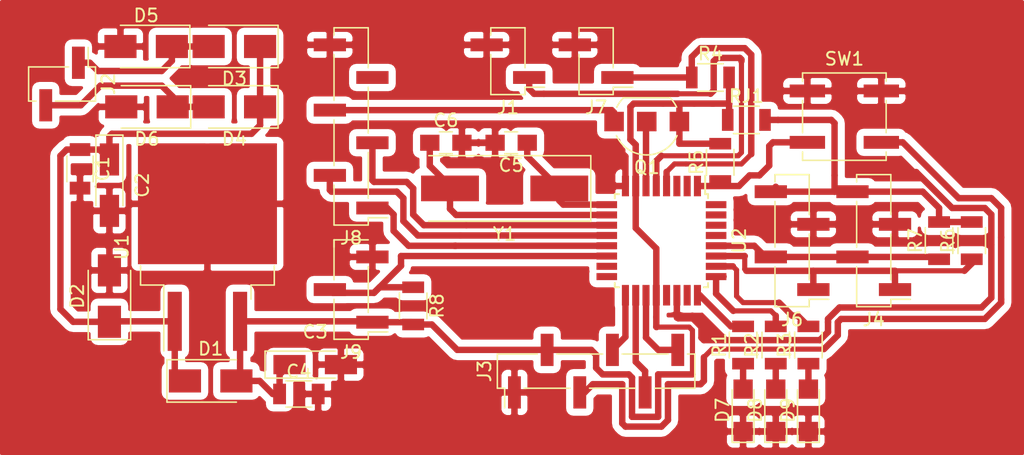
<source format=kicad_pcb>
(kicad_pcb (version 4) (host pcbnew 4.0.6)

  (general
    (links 87)
    (no_connects 2)
    (area 58.2265 48.26 136.842501 84.582001)
    (thickness 1.6)
    (drawings 0)
    (tracks 300)
    (zones 0)
    (modules 37)
    (nets 28)
  )

  (page A4)
  (layers
    (0 F.Cu signal)
    (31 B.Cu signal hide)
    (32 B.Adhes user hide)
    (33 F.Adhes user)
    (34 B.Paste user hide)
    (35 F.Paste user hide)
    (36 B.SilkS user hide)
    (37 F.SilkS user)
    (38 B.Mask user hide)
    (39 F.Mask user)
    (40 Dwgs.User user hide)
    (41 Cmts.User user hide)
    (42 Eco1.User user hide)
    (43 Eco2.User user hide)
    (44 Edge.Cuts user hide)
    (45 Margin user hide)
    (46 B.CrtYd user hide)
    (47 F.CrtYd user hide)
    (48 B.Fab user hide)
    (49 F.Fab user)
  )

  (setup
    (last_trace_width 0.5)
    (trace_clearance 0.2)
    (zone_clearance 0.55)
    (zone_45_only yes)
    (trace_min 0.2)
    (segment_width 0.2)
    (edge_width 0.15)
    (via_size 0.6)
    (via_drill 0.4)
    (via_min_size 0.4)
    (via_min_drill 0.3)
    (uvia_size 0.3)
    (uvia_drill 0.1)
    (uvias_allowed no)
    (uvia_min_size 0.2)
    (uvia_min_drill 0.1)
    (pcb_text_width 0.3)
    (pcb_text_size 1.5 1.5)
    (mod_edge_width 0.15)
    (mod_text_size 1 1)
    (mod_text_width 0.15)
    (pad_size 9.4 10.8)
    (pad_drill 0)
    (pad_to_mask_clearance 0.2)
    (aux_axis_origin 0 0)
    (visible_elements 7FFC7A21)
    (pcbplotparams
      (layerselection 0x00030_80000001)
      (usegerberextensions false)
      (excludeedgelayer true)
      (linewidth 0.100000)
      (plotframeref false)
      (viasonmask false)
      (mode 1)
      (useauxorigin false)
      (hpglpennumber 1)
      (hpglpenspeed 20)
      (hpglpendiameter 15)
      (hpglpenoverlay 2)
      (psnegative false)
      (psa4output false)
      (plotreference true)
      (plotvalue true)
      (plotinvisibletext false)
      (padsonsilk false)
      (subtractmaskfromsilk false)
      (outputformat 1)
      (mirror false)
      (drillshape 0)
      (scaleselection 1)
      (outputdirectory ""))
  )

  (net 0 "")
  (net 1 "Net-(C1-Pad1)")
  (net 2 5V)
  (net 3 GND)
  (net 4 xtal1)
  (net 5 xtal2)
  (net 6 "Net-(D3-Pad2)")
  (net 7 "Net-(D4-Pad2)")
  (net 8 "Net-(D7-Pad2)")
  (net 9 "Net-(D8-Pad2)")
  (net 10 "Net-(D9-Pad2)")
  (net 11 "Net-(J1-Pad1)")
  (net 12 Reset)
  (net 13 "Net-(J3-Pad5)")
  (net 14 "Net-(J3-Pad4)")
  (net 15 "Net-(J3-Pad6)")
  (net 16 SDA)
  (net 17 SCL)
  (net 18 Button)
  (net 19 Bkey)
  (net 20 Btx)
  (net 21 Brx)
  (net 22 "Net-(J8-Pad4)")
  (net 23 1W)
  (net 24 BT)
  (net 25 "Net-(R1-Pad2)")
  (net 26 "Net-(R2-Pad2)")
  (net 27 "Net-(R3-Pad2)")

  (net_class Default "To jest domyślna klasa połączeń."
    (clearance 0.2)
    (trace_width 0.5)
    (via_dia 0.6)
    (via_drill 0.4)
    (uvia_dia 0.3)
    (uvia_drill 0.1)
    (add_net 1W)
    (add_net 5V)
    (add_net BT)
    (add_net Bkey)
    (add_net Brx)
    (add_net Btx)
    (add_net Button)
    (add_net GND)
    (add_net "Net-(C1-Pad1)")
    (add_net "Net-(D3-Pad2)")
    (add_net "Net-(D4-Pad2)")
    (add_net "Net-(D7-Pad2)")
    (add_net "Net-(D8-Pad2)")
    (add_net "Net-(D9-Pad2)")
    (add_net "Net-(J1-Pad1)")
    (add_net "Net-(J3-Pad4)")
    (add_net "Net-(J3-Pad5)")
    (add_net "Net-(J3-Pad6)")
    (add_net "Net-(J8-Pad4)")
    (add_net "Net-(R1-Pad2)")
    (add_net "Net-(R2-Pad2)")
    (add_net "Net-(R3-Pad2)")
    (add_net Reset)
    (add_net SCL)
    (add_net SDA)
    (add_net xtal1)
    (add_net xtal2)
  )

  (module TO_SOT_Packages_SMD:TO-263-2 (layer F.Cu) (tedit 5974FBDC) (tstamp 5974999D)
    (at 74.1045 68.199 90)
    (descr "TO-263 / D2PAK / DDPAK SMD package, http://www.infineon.com/cms/en/product/packages/PG-TO263/PG-TO263-3-1/")
    (tags "D2PAK DDPAK TO-263 D2PAK-3 TO-263-3 SOT-404")
    (path /597487DF)
    (zone_connect 2)
    (attr smd)
    (fp_text reference U1 (at 0 -6.65 90) (layer F.SilkS)
      (effects (font (size 1 1) (thickness 0.15)))
    )
    (fp_text value LM7805_TO220 (at 0 6.65 90) (layer F.Fab)
      (effects (font (size 1 1) (thickness 0.15)))
    )
    (fp_line (start 6.5 -5) (end 7.5 -5) (layer F.Fab) (width 0.1))
    (fp_line (start 7.5 -5) (end 7.5 5) (layer F.Fab) (width 0.1))
    (fp_line (start 7.5 5) (end 6.5 5) (layer F.Fab) (width 0.1))
    (fp_line (start 6.5 -5) (end 6.5 5) (layer F.Fab) (width 0.1))
    (fp_line (start 6.5 5) (end -2.75 5) (layer F.Fab) (width 0.1))
    (fp_line (start -2.75 5) (end -2.75 -4) (layer F.Fab) (width 0.1))
    (fp_line (start -2.75 -4) (end -1.75 -5) (layer F.Fab) (width 0.1))
    (fp_line (start -1.75 -5) (end 6.5 -5) (layer F.Fab) (width 0.1))
    (fp_line (start -2.75 -3.04) (end -7.45 -3.04) (layer F.Fab) (width 0.1))
    (fp_line (start -7.45 -3.04) (end -7.45 -2.04) (layer F.Fab) (width 0.1))
    (fp_line (start -7.45 -2.04) (end -2.75 -2.04) (layer F.Fab) (width 0.1))
    (fp_line (start -2.75 2.04) (end -7.45 2.04) (layer F.Fab) (width 0.1))
    (fp_line (start -7.45 2.04) (end -7.45 3.04) (layer F.Fab) (width 0.1))
    (fp_line (start -7.45 3.04) (end -2.75 3.04) (layer F.Fab) (width 0.1))
    (fp_line (start -1.45 -5.2) (end -2.95 -5.2) (layer F.SilkS) (width 0.12))
    (fp_line (start -2.95 -5.2) (end -2.95 -3.39) (layer F.SilkS) (width 0.12))
    (fp_line (start -2.95 -3.39) (end -8.075 -3.39) (layer F.SilkS) (width 0.12))
    (fp_line (start -1.45 5.2) (end -2.95 5.2) (layer F.SilkS) (width 0.12))
    (fp_line (start -2.95 5.2) (end -2.95 3.39) (layer F.SilkS) (width 0.12))
    (fp_line (start -2.95 3.39) (end -4.05 3.39) (layer F.SilkS) (width 0.12))
    (fp_line (start -8.32 -5.65) (end -8.32 5.65) (layer F.CrtYd) (width 0.05))
    (fp_line (start -8.32 5.65) (end 8.32 5.65) (layer F.CrtYd) (width 0.05))
    (fp_line (start 8.32 5.65) (end 8.32 -5.65) (layer F.CrtYd) (width 0.05))
    (fp_line (start 8.32 -5.65) (end -8.32 -5.65) (layer F.CrtYd) (width 0.05))
    (fp_text user %R (at -3.937 0 180) (layer F.Fab)
      (effects (font (size 1 1) (thickness 0.15)))
    )
    (pad 1 smd rect (at -5.775 -2.54 90) (size 4.6 1.1) (layers F.Cu F.Paste F.Mask)
      (net 1 "Net-(C1-Pad1)") (zone_connect 2))
    (pad 3 smd rect (at -5.775 2.54 90) (size 4.6 1.1) (layers F.Cu F.Paste F.Mask)
      (net 2 5V) (zone_connect 2))
    (pad 2 smd rect (at 3.375 0 90) (size 9.4 10.8) (layers F.Cu F.Mask)
      (net 3 GND) (zone_connect 1))
    (pad 2 smd rect (at 5.8 2.775 90) (size 4.55 5.25) (layers F.Cu F.Paste)
      (net 3 GND) (zone_connect 2))
    (pad 2 smd rect (at 0.95 -2.775 90) (size 4.55 5.25) (layers F.Cu F.Paste)
      (net 3 GND) (zone_connect 2))
    (pad 2 smd rect (at 5.8 -2.775 90) (size 4.55 5.25) (layers F.Cu F.Paste)
      (net 3 GND) (zone_connect 2))
    (pad 2 smd rect (at 0.95 2.775 90) (size 4.55 5.25) (layers F.Cu F.Paste)
      (net 3 GND) (zone_connect 2))
    (model ${KISYS3DMOD}/TO_SOT_Packages_SMD.3dshapes/TO-263-2.wrl
      (at (xyz 0 0 0))
      (scale (xyz 1 1 1))
      (rotate (xyz 0 0 0))
    )
  )

  (module Capacitors_SMD:C_1206 (layer F.Cu) (tedit 5974FBED) (tstamp 597498BB)
    (at 64.1985 62.103 270)
    (descr "Capacitor SMD 1206, reflow soldering, AVX (see smccp.pdf)")
    (tags "capacitor 1206")
    (path /5974914D)
    (attr smd)
    (fp_text reference C1 (at 0 -1.75 270) (layer F.SilkS)
      (effects (font (size 1 1) (thickness 0.15)))
    )
    (fp_text value 100nF (at 0 2 270) (layer F.Fab)
      (effects (font (size 1 1) (thickness 0.15)))
    )
    (fp_text user %R (at 2.794 0 360) (layer F.Fab)
      (effects (font (size 1 1) (thickness 0.15)))
    )
    (fp_line (start -1.6 0.8) (end -1.6 -0.8) (layer F.Fab) (width 0.1))
    (fp_line (start 1.6 0.8) (end -1.6 0.8) (layer F.Fab) (width 0.1))
    (fp_line (start 1.6 -0.8) (end 1.6 0.8) (layer F.Fab) (width 0.1))
    (fp_line (start -1.6 -0.8) (end 1.6 -0.8) (layer F.Fab) (width 0.1))
    (fp_line (start 1 -1.02) (end -1 -1.02) (layer F.SilkS) (width 0.12))
    (fp_line (start -1 1.02) (end 1 1.02) (layer F.SilkS) (width 0.12))
    (fp_line (start -2.25 -1.05) (end 2.25 -1.05) (layer F.CrtYd) (width 0.05))
    (fp_line (start -2.25 -1.05) (end -2.25 1.05) (layer F.CrtYd) (width 0.05))
    (fp_line (start 2.25 1.05) (end 2.25 -1.05) (layer F.CrtYd) (width 0.05))
    (fp_line (start 2.25 1.05) (end -2.25 1.05) (layer F.CrtYd) (width 0.05))
    (pad 1 smd rect (at -1.5 0 270) (size 1 1.6) (layers F.Cu F.Paste F.Mask)
      (net 1 "Net-(C1-Pad1)"))
    (pad 2 smd rect (at 1.5 0 270) (size 1 1.6) (layers F.Cu F.Paste F.Mask)
      (net 3 GND))
    (model Capacitors_SMD.3dshapes/C_1206.wrl
      (at (xyz 0 0 0))
      (scale (xyz 1 1 1))
      (rotate (xyz 0 0 0))
    )
  )

  (module Capacitors_Tantalum_SMD:CP_Tantalum_Case-A_EIA-3216-18_Hand (layer F.Cu) (tedit 5974FBF4) (tstamp 597498C1)
    (at 66.4845 63.373 270)
    (descr "Tantalum capacitor, Case A, EIA 3216-18, 3.2x1.6x1.6mm, Hand soldering footprint")
    (tags "capacitor tantalum smd")
    (path /59749089)
    (attr smd)
    (fp_text reference C2 (at 0 -2.55 270) (layer F.SilkS)
      (effects (font (size 1 1) (thickness 0.15)))
    )
    (fp_text value 1uF (at 0 2.55 270) (layer F.Fab)
      (effects (font (size 1 1) (thickness 0.15)))
    )
    (fp_text user %R (at 2.286 0 360) (layer F.Fab)
      (effects (font (size 0.7 0.7) (thickness 0.105)))
    )
    (fp_line (start -4 -1.2) (end -4 1.2) (layer F.CrtYd) (width 0.05))
    (fp_line (start -4 1.2) (end 4 1.2) (layer F.CrtYd) (width 0.05))
    (fp_line (start 4 1.2) (end 4 -1.2) (layer F.CrtYd) (width 0.05))
    (fp_line (start 4 -1.2) (end -4 -1.2) (layer F.CrtYd) (width 0.05))
    (fp_line (start -1.6 -0.8) (end -1.6 0.8) (layer F.Fab) (width 0.1))
    (fp_line (start -1.6 0.8) (end 1.6 0.8) (layer F.Fab) (width 0.1))
    (fp_line (start 1.6 0.8) (end 1.6 -0.8) (layer F.Fab) (width 0.1))
    (fp_line (start 1.6 -0.8) (end -1.6 -0.8) (layer F.Fab) (width 0.1))
    (fp_line (start -1.28 -0.8) (end -1.28 0.8) (layer F.Fab) (width 0.1))
    (fp_line (start -1.12 -0.8) (end -1.12 0.8) (layer F.Fab) (width 0.1))
    (fp_line (start -3.9 -1.05) (end 1.6 -1.05) (layer F.SilkS) (width 0.12))
    (fp_line (start -3.9 1.05) (end 1.6 1.05) (layer F.SilkS) (width 0.12))
    (fp_line (start -3.9 -1.05) (end -3.9 1.05) (layer F.SilkS) (width 0.12))
    (pad 1 smd rect (at -2 0 270) (size 2.5 1.5) (layers F.Cu F.Paste F.Mask)
      (net 1 "Net-(C1-Pad1)"))
    (pad 2 smd rect (at 2 0 270) (size 2.5 1.5) (layers F.Cu F.Paste F.Mask)
      (net 3 GND))
    (model Capacitors_Tantalum_SMD.3dshapes/CP_Tantalum_Case-A_EIA-3216-18.wrl
      (at (xyz 0 0 0))
      (scale (xyz 1 1 1))
      (rotate (xyz 0 0 0))
    )
  )

  (module Capacitors_Tantalum_SMD:CP_Tantalum_Case-A_EIA-3216-18_Hand (layer F.Cu) (tedit 5974FBCA) (tstamp 597498C7)
    (at 82.4865 77.343)
    (descr "Tantalum capacitor, Case A, EIA 3216-18, 3.2x1.6x1.6mm, Hand soldering footprint")
    (tags "capacitor tantalum smd")
    (path /59748CEB)
    (attr smd)
    (fp_text reference C3 (at 0 -2.55) (layer F.SilkS)
      (effects (font (size 1 1) (thickness 0.15)))
    )
    (fp_text value 1uF (at 0 2.55) (layer F.Fab)
      (effects (font (size 1 1) (thickness 0.15)))
    )
    (fp_text user %R (at 0 -1.778) (layer F.Fab)
      (effects (font (size 0.7 0.7) (thickness 0.105)))
    )
    (fp_line (start -4 -1.2) (end -4 1.2) (layer F.CrtYd) (width 0.05))
    (fp_line (start -4 1.2) (end 4 1.2) (layer F.CrtYd) (width 0.05))
    (fp_line (start 4 1.2) (end 4 -1.2) (layer F.CrtYd) (width 0.05))
    (fp_line (start 4 -1.2) (end -4 -1.2) (layer F.CrtYd) (width 0.05))
    (fp_line (start -1.6 -0.8) (end -1.6 0.8) (layer F.Fab) (width 0.1))
    (fp_line (start -1.6 0.8) (end 1.6 0.8) (layer F.Fab) (width 0.1))
    (fp_line (start 1.6 0.8) (end 1.6 -0.8) (layer F.Fab) (width 0.1))
    (fp_line (start 1.6 -0.8) (end -1.6 -0.8) (layer F.Fab) (width 0.1))
    (fp_line (start -1.28 -0.8) (end -1.28 0.8) (layer F.Fab) (width 0.1))
    (fp_line (start -1.12 -0.8) (end -1.12 0.8) (layer F.Fab) (width 0.1))
    (fp_line (start -3.9 -1.05) (end 1.6 -1.05) (layer F.SilkS) (width 0.12))
    (fp_line (start -3.9 1.05) (end 1.6 1.05) (layer F.SilkS) (width 0.12))
    (fp_line (start -3.9 -1.05) (end -3.9 1.05) (layer F.SilkS) (width 0.12))
    (pad 1 smd rect (at -2 0) (size 2.5 1.5) (layers F.Cu F.Paste F.Mask)
      (net 2 5V))
    (pad 2 smd rect (at 2 0) (size 2.5 1.5) (layers F.Cu F.Paste F.Mask)
      (net 3 GND))
    (model Capacitors_Tantalum_SMD.3dshapes/CP_Tantalum_Case-A_EIA-3216-18.wrl
      (at (xyz 0 0 0))
      (scale (xyz 1 1 1))
      (rotate (xyz 0 0 0))
    )
  )

  (module Capacitors_SMD:C_1206 (layer F.Cu) (tedit 5974FBC3) (tstamp 597498CD)
    (at 81.2165 79.629)
    (descr "Capacitor SMD 1206, reflow soldering, AVX (see smccp.pdf)")
    (tags "capacitor 1206")
    (path /59748D16)
    (attr smd)
    (fp_text reference C4 (at 0 -1.75) (layer F.SilkS)
      (effects (font (size 1 1) (thickness 0.15)))
    )
    (fp_text value 100nF (at 0 2) (layer F.Fab)
      (effects (font (size 1 1) (thickness 0.15)))
    )
    (fp_text user %R (at 0 1.778) (layer F.Fab)
      (effects (font (size 1 1) (thickness 0.15)))
    )
    (fp_line (start -1.6 0.8) (end -1.6 -0.8) (layer F.Fab) (width 0.1))
    (fp_line (start 1.6 0.8) (end -1.6 0.8) (layer F.Fab) (width 0.1))
    (fp_line (start 1.6 -0.8) (end 1.6 0.8) (layer F.Fab) (width 0.1))
    (fp_line (start -1.6 -0.8) (end 1.6 -0.8) (layer F.Fab) (width 0.1))
    (fp_line (start 1 -1.02) (end -1 -1.02) (layer F.SilkS) (width 0.12))
    (fp_line (start -1 1.02) (end 1 1.02) (layer F.SilkS) (width 0.12))
    (fp_line (start -2.25 -1.05) (end 2.25 -1.05) (layer F.CrtYd) (width 0.05))
    (fp_line (start -2.25 -1.05) (end -2.25 1.05) (layer F.CrtYd) (width 0.05))
    (fp_line (start 2.25 1.05) (end 2.25 -1.05) (layer F.CrtYd) (width 0.05))
    (fp_line (start 2.25 1.05) (end -2.25 1.05) (layer F.CrtYd) (width 0.05))
    (pad 1 smd rect (at -1.5 0) (size 1 1.6) (layers F.Cu F.Paste F.Mask)
      (net 2 5V))
    (pad 2 smd rect (at 1.5 0) (size 1 1.6) (layers F.Cu F.Paste F.Mask)
      (net 3 GND))
    (model Capacitors_SMD.3dshapes/C_1206.wrl
      (at (xyz 0 0 0))
      (scale (xyz 1 1 1))
      (rotate (xyz 0 0 0))
    )
  )

  (module Capacitors_SMD:C_0805_HandSoldering (layer F.Cu) (tedit 5974FC12) (tstamp 597498D3)
    (at 97.7265 60.071 180)
    (descr "Capacitor SMD 0805, hand soldering")
    (tags "capacitor 0805")
    (path /5974BB10)
    (attr smd)
    (fp_text reference C5 (at 0 -1.75 180) (layer F.SilkS)
      (effects (font (size 1 1) (thickness 0.15)))
    )
    (fp_text value 22pF (at 0 1.75 180) (layer F.Fab)
      (effects (font (size 1 1) (thickness 0.15)))
    )
    (fp_text user %R (at 1.2065 1.2065 180) (layer F.Fab)
      (effects (font (size 1 1) (thickness 0.15)))
    )
    (fp_line (start -1 0.62) (end -1 -0.62) (layer F.Fab) (width 0.1))
    (fp_line (start 1 0.62) (end -1 0.62) (layer F.Fab) (width 0.1))
    (fp_line (start 1 -0.62) (end 1 0.62) (layer F.Fab) (width 0.1))
    (fp_line (start -1 -0.62) (end 1 -0.62) (layer F.Fab) (width 0.1))
    (fp_line (start 0.5 -0.85) (end -0.5 -0.85) (layer F.SilkS) (width 0.12))
    (fp_line (start -0.5 0.85) (end 0.5 0.85) (layer F.SilkS) (width 0.12))
    (fp_line (start -2.25 -0.88) (end 2.25 -0.88) (layer F.CrtYd) (width 0.05))
    (fp_line (start -2.25 -0.88) (end -2.25 0.87) (layer F.CrtYd) (width 0.05))
    (fp_line (start 2.25 0.87) (end 2.25 -0.88) (layer F.CrtYd) (width 0.05))
    (fp_line (start 2.25 0.87) (end -2.25 0.87) (layer F.CrtYd) (width 0.05))
    (pad 1 smd rect (at -1.25 0 180) (size 1.5 1.25) (layers F.Cu F.Paste F.Mask)
      (net 4 xtal1))
    (pad 2 smd rect (at 1.25 0 180) (size 1.5 1.25) (layers F.Cu F.Paste F.Mask)
      (net 3 GND))
    (model Capacitors_SMD.3dshapes/C_0805.wrl
      (at (xyz 0 0 0))
      (scale (xyz 1 1 1))
      (rotate (xyz 0 0 0))
    )
  )

  (module Capacitors_SMD:C_0805_HandSoldering (layer F.Cu) (tedit 5974FC01) (tstamp 597498D9)
    (at 92.6465 60.071)
    (descr "Capacitor SMD 0805, hand soldering")
    (tags "capacitor 0805")
    (path /5974BB78)
    (attr smd)
    (fp_text reference C6 (at 0 -1.75) (layer F.SilkS)
      (effects (font (size 1 1) (thickness 0.15)))
    )
    (fp_text value 22pF (at 0 1.75) (layer F.Fab)
      (effects (font (size 1 1) (thickness 0.15)))
    )
    (fp_text user %R (at 1.7145 -1.2065) (layer F.Fab)
      (effects (font (size 1 1) (thickness 0.15)))
    )
    (fp_line (start -1 0.62) (end -1 -0.62) (layer F.Fab) (width 0.1))
    (fp_line (start 1 0.62) (end -1 0.62) (layer F.Fab) (width 0.1))
    (fp_line (start 1 -0.62) (end 1 0.62) (layer F.Fab) (width 0.1))
    (fp_line (start -1 -0.62) (end 1 -0.62) (layer F.Fab) (width 0.1))
    (fp_line (start 0.5 -0.85) (end -0.5 -0.85) (layer F.SilkS) (width 0.12))
    (fp_line (start -0.5 0.85) (end 0.5 0.85) (layer F.SilkS) (width 0.12))
    (fp_line (start -2.25 -0.88) (end 2.25 -0.88) (layer F.CrtYd) (width 0.05))
    (fp_line (start -2.25 -0.88) (end -2.25 0.87) (layer F.CrtYd) (width 0.05))
    (fp_line (start 2.25 0.87) (end 2.25 -0.88) (layer F.CrtYd) (width 0.05))
    (fp_line (start 2.25 0.87) (end -2.25 0.87) (layer F.CrtYd) (width 0.05))
    (pad 1 smd rect (at -1.25 0) (size 1.5 1.25) (layers F.Cu F.Paste F.Mask)
      (net 5 xtal2))
    (pad 2 smd rect (at 1.25 0) (size 1.5 1.25) (layers F.Cu F.Paste F.Mask)
      (net 3 GND))
    (model Capacitors_SMD.3dshapes/C_0805.wrl
      (at (xyz 0 0 0))
      (scale (xyz 1 1 1))
      (rotate (xyz 0 0 0))
    )
  )

  (module Diodes_SMD:D_SMA (layer F.Cu) (tedit 586432E5) (tstamp 597498DF)
    (at 74.3585 78.613)
    (descr "Diode SMA (DO-214AC)")
    (tags "Diode SMA (DO-214AC)")
    (path /5976AA04)
    (attr smd)
    (fp_text reference D1 (at 0 -2.5) (layer F.SilkS)
      (effects (font (size 1 1) (thickness 0.15)))
    )
    (fp_text value 1N4007 (at 0 2.6) (layer F.Fab)
      (effects (font (size 1 1) (thickness 0.15)))
    )
    (fp_text user %R (at 0 -2.5) (layer F.Fab)
      (effects (font (size 1 1) (thickness 0.15)))
    )
    (fp_line (start -3.4 -1.65) (end -3.4 1.65) (layer F.SilkS) (width 0.12))
    (fp_line (start 2.3 1.5) (end -2.3 1.5) (layer F.Fab) (width 0.1))
    (fp_line (start -2.3 1.5) (end -2.3 -1.5) (layer F.Fab) (width 0.1))
    (fp_line (start 2.3 -1.5) (end 2.3 1.5) (layer F.Fab) (width 0.1))
    (fp_line (start 2.3 -1.5) (end -2.3 -1.5) (layer F.Fab) (width 0.1))
    (fp_line (start -3.5 -1.75) (end 3.5 -1.75) (layer F.CrtYd) (width 0.05))
    (fp_line (start 3.5 -1.75) (end 3.5 1.75) (layer F.CrtYd) (width 0.05))
    (fp_line (start 3.5 1.75) (end -3.5 1.75) (layer F.CrtYd) (width 0.05))
    (fp_line (start -3.5 1.75) (end -3.5 -1.75) (layer F.CrtYd) (width 0.05))
    (fp_line (start -0.64944 0.00102) (end -1.55114 0.00102) (layer F.Fab) (width 0.1))
    (fp_line (start 0.50118 0.00102) (end 1.4994 0.00102) (layer F.Fab) (width 0.1))
    (fp_line (start -0.64944 -0.79908) (end -0.64944 0.80112) (layer F.Fab) (width 0.1))
    (fp_line (start 0.50118 0.75032) (end 0.50118 -0.79908) (layer F.Fab) (width 0.1))
    (fp_line (start -0.64944 0.00102) (end 0.50118 0.75032) (layer F.Fab) (width 0.1))
    (fp_line (start -0.64944 0.00102) (end 0.50118 -0.79908) (layer F.Fab) (width 0.1))
    (fp_line (start -3.4 1.65) (end 2 1.65) (layer F.SilkS) (width 0.12))
    (fp_line (start -3.4 -1.65) (end 2 -1.65) (layer F.SilkS) (width 0.12))
    (pad 1 smd rect (at -2 0) (size 2.5 1.8) (layers F.Cu F.Paste F.Mask)
      (net 1 "Net-(C1-Pad1)"))
    (pad 2 smd rect (at 2 0) (size 2.5 1.8) (layers F.Cu F.Paste F.Mask)
      (net 2 5V))
    (model ${KISYS3DMOD}/Diodes_SMD.3dshapes/D_SMA.wrl
      (at (xyz 0 0 0))
      (scale (xyz 1 1 1))
      (rotate (xyz 0 0 0))
    )
  )

  (module Diodes_SMD:D_SMA (layer F.Cu) (tedit 5974FBD5) (tstamp 597498E5)
    (at 66.4845 72.009 90)
    (descr "Diode SMA (DO-214AC)")
    (tags "Diode SMA (DO-214AC)")
    (path /597489FE)
    (attr smd)
    (fp_text reference D2 (at 0 -2.5 90) (layer F.SilkS)
      (effects (font (size 1 1) (thickness 0.15)))
    )
    (fp_text value 1N4007 (at 0 2.6 90) (layer F.Fab)
      (effects (font (size 1 1) (thickness 0.15)))
    )
    (fp_text user %R (at 3.556 0 180) (layer F.Fab)
      (effects (font (size 1 1) (thickness 0.15)))
    )
    (fp_line (start -3.4 -1.65) (end -3.4 1.65) (layer F.SilkS) (width 0.12))
    (fp_line (start 2.3 1.5) (end -2.3 1.5) (layer F.Fab) (width 0.1))
    (fp_line (start -2.3 1.5) (end -2.3 -1.5) (layer F.Fab) (width 0.1))
    (fp_line (start 2.3 -1.5) (end 2.3 1.5) (layer F.Fab) (width 0.1))
    (fp_line (start 2.3 -1.5) (end -2.3 -1.5) (layer F.Fab) (width 0.1))
    (fp_line (start -3.5 -1.75) (end 3.5 -1.75) (layer F.CrtYd) (width 0.05))
    (fp_line (start 3.5 -1.75) (end 3.5 1.75) (layer F.CrtYd) (width 0.05))
    (fp_line (start 3.5 1.75) (end -3.5 1.75) (layer F.CrtYd) (width 0.05))
    (fp_line (start -3.5 1.75) (end -3.5 -1.75) (layer F.CrtYd) (width 0.05))
    (fp_line (start -0.64944 0.00102) (end -1.55114 0.00102) (layer F.Fab) (width 0.1))
    (fp_line (start 0.50118 0.00102) (end 1.4994 0.00102) (layer F.Fab) (width 0.1))
    (fp_line (start -0.64944 -0.79908) (end -0.64944 0.80112) (layer F.Fab) (width 0.1))
    (fp_line (start 0.50118 0.75032) (end 0.50118 -0.79908) (layer F.Fab) (width 0.1))
    (fp_line (start -0.64944 0.00102) (end 0.50118 0.75032) (layer F.Fab) (width 0.1))
    (fp_line (start -0.64944 0.00102) (end 0.50118 -0.79908) (layer F.Fab) (width 0.1))
    (fp_line (start -3.4 1.65) (end 2 1.65) (layer F.SilkS) (width 0.12))
    (fp_line (start -3.4 -1.65) (end 2 -1.65) (layer F.SilkS) (width 0.12))
    (pad 1 smd rect (at -2 0 90) (size 2.5 1.8) (layers F.Cu F.Paste F.Mask)
      (net 1 "Net-(C1-Pad1)"))
    (pad 2 smd rect (at 2 0 90) (size 2.5 1.8) (layers F.Cu F.Paste F.Mask)
      (net 3 GND))
    (model ${KISYS3DMOD}/Diodes_SMD.3dshapes/D_SMA.wrl
      (at (xyz 0 0 0))
      (scale (xyz 1 1 1))
      (rotate (xyz 0 0 0))
    )
  )

  (module Diodes_SMD:D_SMA (layer F.Cu) (tedit 5974FB38) (tstamp 597498EB)
    (at 76.2 52.578 180)
    (descr "Diode SMA (DO-214AC)")
    (tags "Diode SMA (DO-214AC)")
    (path /5974845F)
    (attr smd)
    (fp_text reference D3 (at 0 -2.5 180) (layer F.SilkS)
      (effects (font (size 1 1) (thickness 0.15)))
    )
    (fp_text value 1N4007 (at 0 2.6 180) (layer F.Fab)
      (effects (font (size 1 1) (thickness 0.15)))
    )
    (fp_text user %R (at 0 2.413 180) (layer F.Fab)
      (effects (font (size 1 1) (thickness 0.15)))
    )
    (fp_line (start -3.4 -1.65) (end -3.4 1.65) (layer F.SilkS) (width 0.12))
    (fp_line (start 2.3 1.5) (end -2.3 1.5) (layer F.Fab) (width 0.1))
    (fp_line (start -2.3 1.5) (end -2.3 -1.5) (layer F.Fab) (width 0.1))
    (fp_line (start 2.3 -1.5) (end 2.3 1.5) (layer F.Fab) (width 0.1))
    (fp_line (start 2.3 -1.5) (end -2.3 -1.5) (layer F.Fab) (width 0.1))
    (fp_line (start -3.5 -1.75) (end 3.5 -1.75) (layer F.CrtYd) (width 0.05))
    (fp_line (start 3.5 -1.75) (end 3.5 1.75) (layer F.CrtYd) (width 0.05))
    (fp_line (start 3.5 1.75) (end -3.5 1.75) (layer F.CrtYd) (width 0.05))
    (fp_line (start -3.5 1.75) (end -3.5 -1.75) (layer F.CrtYd) (width 0.05))
    (fp_line (start -0.64944 0.00102) (end -1.55114 0.00102) (layer F.Fab) (width 0.1))
    (fp_line (start 0.50118 0.00102) (end 1.4994 0.00102) (layer F.Fab) (width 0.1))
    (fp_line (start -0.64944 -0.79908) (end -0.64944 0.80112) (layer F.Fab) (width 0.1))
    (fp_line (start 0.50118 0.75032) (end 0.50118 -0.79908) (layer F.Fab) (width 0.1))
    (fp_line (start -0.64944 0.00102) (end 0.50118 0.75032) (layer F.Fab) (width 0.1))
    (fp_line (start -0.64944 0.00102) (end 0.50118 -0.79908) (layer F.Fab) (width 0.1))
    (fp_line (start -3.4 1.65) (end 2 1.65) (layer F.SilkS) (width 0.12))
    (fp_line (start -3.4 -1.65) (end 2 -1.65) (layer F.SilkS) (width 0.12))
    (pad 1 smd rect (at -2 0 180) (size 2.5 1.8) (layers F.Cu F.Paste F.Mask)
      (net 1 "Net-(C1-Pad1)"))
    (pad 2 smd rect (at 2 0 180) (size 2.5 1.8) (layers F.Cu F.Paste F.Mask)
      (net 6 "Net-(D3-Pad2)"))
    (model ${KISYS3DMOD}/Diodes_SMD.3dshapes/D_SMA.wrl
      (at (xyz 0 0 0))
      (scale (xyz 1 1 1))
      (rotate (xyz 0 0 0))
    )
  )

  (module Diodes_SMD:D_SMA (layer F.Cu) (tedit 5974FB4D) (tstamp 597498F1)
    (at 76.2 57.277 180)
    (descr "Diode SMA (DO-214AC)")
    (tags "Diode SMA (DO-214AC)")
    (path /597484B0)
    (attr smd)
    (fp_text reference D4 (at 0 -2.5 180) (layer F.SilkS)
      (effects (font (size 1 1) (thickness 0.15)))
    )
    (fp_text value 1N4007 (at 0 2.6 180) (layer F.Fab)
      (effects (font (size 1 1) (thickness 0.15)))
    )
    (fp_text user %R (at 0 -2.286 180) (layer F.Fab)
      (effects (font (size 1 1) (thickness 0.15)))
    )
    (fp_line (start -3.4 -1.65) (end -3.4 1.65) (layer F.SilkS) (width 0.12))
    (fp_line (start 2.3 1.5) (end -2.3 1.5) (layer F.Fab) (width 0.1))
    (fp_line (start -2.3 1.5) (end -2.3 -1.5) (layer F.Fab) (width 0.1))
    (fp_line (start 2.3 -1.5) (end 2.3 1.5) (layer F.Fab) (width 0.1))
    (fp_line (start 2.3 -1.5) (end -2.3 -1.5) (layer F.Fab) (width 0.1))
    (fp_line (start -3.5 -1.75) (end 3.5 -1.75) (layer F.CrtYd) (width 0.05))
    (fp_line (start 3.5 -1.75) (end 3.5 1.75) (layer F.CrtYd) (width 0.05))
    (fp_line (start 3.5 1.75) (end -3.5 1.75) (layer F.CrtYd) (width 0.05))
    (fp_line (start -3.5 1.75) (end -3.5 -1.75) (layer F.CrtYd) (width 0.05))
    (fp_line (start -0.64944 0.00102) (end -1.55114 0.00102) (layer F.Fab) (width 0.1))
    (fp_line (start 0.50118 0.00102) (end 1.4994 0.00102) (layer F.Fab) (width 0.1))
    (fp_line (start -0.64944 -0.79908) (end -0.64944 0.80112) (layer F.Fab) (width 0.1))
    (fp_line (start 0.50118 0.75032) (end 0.50118 -0.79908) (layer F.Fab) (width 0.1))
    (fp_line (start -0.64944 0.00102) (end 0.50118 0.75032) (layer F.Fab) (width 0.1))
    (fp_line (start -0.64944 0.00102) (end 0.50118 -0.79908) (layer F.Fab) (width 0.1))
    (fp_line (start -3.4 1.65) (end 2 1.65) (layer F.SilkS) (width 0.12))
    (fp_line (start -3.4 -1.65) (end 2 -1.65) (layer F.SilkS) (width 0.12))
    (pad 1 smd rect (at -2 0 180) (size 2.5 1.8) (layers F.Cu F.Paste F.Mask)
      (net 1 "Net-(C1-Pad1)"))
    (pad 2 smd rect (at 2 0 180) (size 2.5 1.8) (layers F.Cu F.Paste F.Mask)
      (net 7 "Net-(D4-Pad2)"))
    (model ${KISYS3DMOD}/Diodes_SMD.3dshapes/D_SMA.wrl
      (at (xyz 0 0 0))
      (scale (xyz 1 1 1))
      (rotate (xyz 0 0 0))
    )
  )

  (module Diodes_SMD:D_SMA (layer F.Cu) (tedit 5974FB33) (tstamp 597498F7)
    (at 69.342 52.578 180)
    (descr "Diode SMA (DO-214AC)")
    (tags "Diode SMA (DO-214AC)")
    (path /597484D1)
    (attr smd)
    (fp_text reference D5 (at 0 2.413 180) (layer F.SilkS)
      (effects (font (size 1 1) (thickness 0.15)))
    )
    (fp_text value 1N4007 (at 0 2.6 180) (layer F.Fab)
      (effects (font (size 1 1) (thickness 0.15)))
    )
    (fp_text user %R (at 0 2.413 180) (layer F.Fab)
      (effects (font (size 1 1) (thickness 0.15)))
    )
    (fp_line (start -3.4 -1.65) (end -3.4 1.65) (layer F.SilkS) (width 0.12))
    (fp_line (start 2.3 1.5) (end -2.3 1.5) (layer F.Fab) (width 0.1))
    (fp_line (start -2.3 1.5) (end -2.3 -1.5) (layer F.Fab) (width 0.1))
    (fp_line (start 2.3 -1.5) (end 2.3 1.5) (layer F.Fab) (width 0.1))
    (fp_line (start 2.3 -1.5) (end -2.3 -1.5) (layer F.Fab) (width 0.1))
    (fp_line (start -3.5 -1.75) (end 3.5 -1.75) (layer F.CrtYd) (width 0.05))
    (fp_line (start 3.5 -1.75) (end 3.5 1.75) (layer F.CrtYd) (width 0.05))
    (fp_line (start 3.5 1.75) (end -3.5 1.75) (layer F.CrtYd) (width 0.05))
    (fp_line (start -3.5 1.75) (end -3.5 -1.75) (layer F.CrtYd) (width 0.05))
    (fp_line (start -0.64944 0.00102) (end -1.55114 0.00102) (layer F.Fab) (width 0.1))
    (fp_line (start 0.50118 0.00102) (end 1.4994 0.00102) (layer F.Fab) (width 0.1))
    (fp_line (start -0.64944 -0.79908) (end -0.64944 0.80112) (layer F.Fab) (width 0.1))
    (fp_line (start 0.50118 0.75032) (end 0.50118 -0.79908) (layer F.Fab) (width 0.1))
    (fp_line (start -0.64944 0.00102) (end 0.50118 0.75032) (layer F.Fab) (width 0.1))
    (fp_line (start -0.64944 0.00102) (end 0.50118 -0.79908) (layer F.Fab) (width 0.1))
    (fp_line (start -3.4 1.65) (end 2 1.65) (layer F.SilkS) (width 0.12))
    (fp_line (start -3.4 -1.65) (end 2 -1.65) (layer F.SilkS) (width 0.12))
    (pad 1 smd rect (at -2 0 180) (size 2.5 1.8) (layers F.Cu F.Paste F.Mask)
      (net 6 "Net-(D3-Pad2)"))
    (pad 2 smd rect (at 2 0 180) (size 2.5 1.8) (layers F.Cu F.Paste F.Mask)
      (net 3 GND))
    (model ${KISYS3DMOD}/Diodes_SMD.3dshapes/D_SMA.wrl
      (at (xyz 0 0 0))
      (scale (xyz 1 1 1))
      (rotate (xyz 0 0 0))
    )
  )

  (module Diodes_SMD:D_SMA (layer F.Cu) (tedit 5974FB48) (tstamp 597498FD)
    (at 69.4055 57.277 180)
    (descr "Diode SMA (DO-214AC)")
    (tags "Diode SMA (DO-214AC)")
    (path /5974850D)
    (attr smd)
    (fp_text reference D6 (at 0 -2.5 180) (layer F.SilkS)
      (effects (font (size 1 1) (thickness 0.15)))
    )
    (fp_text value 1N4007 (at 0 2.6 180) (layer F.Fab)
      (effects (font (size 1 1) (thickness 0.15)))
    )
    (fp_text user %R (at 0 -2.286 180) (layer F.Fab)
      (effects (font (size 1 1) (thickness 0.15)))
    )
    (fp_line (start -3.4 -1.65) (end -3.4 1.65) (layer F.SilkS) (width 0.12))
    (fp_line (start 2.3 1.5) (end -2.3 1.5) (layer F.Fab) (width 0.1))
    (fp_line (start -2.3 1.5) (end -2.3 -1.5) (layer F.Fab) (width 0.1))
    (fp_line (start 2.3 -1.5) (end 2.3 1.5) (layer F.Fab) (width 0.1))
    (fp_line (start 2.3 -1.5) (end -2.3 -1.5) (layer F.Fab) (width 0.1))
    (fp_line (start -3.5 -1.75) (end 3.5 -1.75) (layer F.CrtYd) (width 0.05))
    (fp_line (start 3.5 -1.75) (end 3.5 1.75) (layer F.CrtYd) (width 0.05))
    (fp_line (start 3.5 1.75) (end -3.5 1.75) (layer F.CrtYd) (width 0.05))
    (fp_line (start -3.5 1.75) (end -3.5 -1.75) (layer F.CrtYd) (width 0.05))
    (fp_line (start -0.64944 0.00102) (end -1.55114 0.00102) (layer F.Fab) (width 0.1))
    (fp_line (start 0.50118 0.00102) (end 1.4994 0.00102) (layer F.Fab) (width 0.1))
    (fp_line (start -0.64944 -0.79908) (end -0.64944 0.80112) (layer F.Fab) (width 0.1))
    (fp_line (start 0.50118 0.75032) (end 0.50118 -0.79908) (layer F.Fab) (width 0.1))
    (fp_line (start -0.64944 0.00102) (end 0.50118 0.75032) (layer F.Fab) (width 0.1))
    (fp_line (start -0.64944 0.00102) (end 0.50118 -0.79908) (layer F.Fab) (width 0.1))
    (fp_line (start -3.4 1.65) (end 2 1.65) (layer F.SilkS) (width 0.12))
    (fp_line (start -3.4 -1.65) (end 2 -1.65) (layer F.SilkS) (width 0.12))
    (pad 1 smd rect (at -2 0 180) (size 2.5 1.8) (layers F.Cu F.Paste F.Mask)
      (net 7 "Net-(D4-Pad2)"))
    (pad 2 smd rect (at 2 0 180) (size 2.5 1.8) (layers F.Cu F.Paste F.Mask)
      (net 3 GND))
    (model ${KISYS3DMOD}/Diodes_SMD.3dshapes/D_SMA.wrl
      (at (xyz 0 0 0))
      (scale (xyz 1 1 1))
      (rotate (xyz 0 0 0))
    )
  )

  (module LEDs:LED_1206 (layer F.Cu) (tedit 57FE943C) (tstamp 59749903)
    (at 115.7605 80.899 90)
    (descr "LED 1206 smd package")
    (tags "LED led 1206 SMD smd SMT smt smdled SMDLED smtled SMTLED")
    (path /5974EC39)
    (attr smd)
    (fp_text reference D7 (at 0 -1.6 90) (layer F.SilkS)
      (effects (font (size 1 1) (thickness 0.15)))
    )
    (fp_text value LED_R (at 0 1.7 90) (layer F.Fab)
      (effects (font (size 1 1) (thickness 0.15)))
    )
    (fp_line (start -2.5 -0.85) (end -2.5 0.85) (layer F.SilkS) (width 0.12))
    (fp_line (start -0.45 -0.4) (end -0.45 0.4) (layer F.Fab) (width 0.1))
    (fp_line (start -0.4 0) (end 0.2 -0.4) (layer F.Fab) (width 0.1))
    (fp_line (start 0.2 0.4) (end -0.4 0) (layer F.Fab) (width 0.1))
    (fp_line (start 0.2 -0.4) (end 0.2 0.4) (layer F.Fab) (width 0.1))
    (fp_line (start 1.6 0.8) (end -1.6 0.8) (layer F.Fab) (width 0.1))
    (fp_line (start 1.6 -0.8) (end 1.6 0.8) (layer F.Fab) (width 0.1))
    (fp_line (start -1.6 -0.8) (end 1.6 -0.8) (layer F.Fab) (width 0.1))
    (fp_line (start -1.6 0.8) (end -1.6 -0.8) (layer F.Fab) (width 0.1))
    (fp_line (start -2.45 0.85) (end 1.6 0.85) (layer F.SilkS) (width 0.12))
    (fp_line (start -2.45 -0.85) (end 1.6 -0.85) (layer F.SilkS) (width 0.12))
    (fp_line (start 2.65 -1) (end 2.65 1) (layer F.CrtYd) (width 0.05))
    (fp_line (start 2.65 1) (end -2.65 1) (layer F.CrtYd) (width 0.05))
    (fp_line (start -2.65 1) (end -2.65 -1) (layer F.CrtYd) (width 0.05))
    (fp_line (start -2.65 -1) (end 2.65 -1) (layer F.CrtYd) (width 0.05))
    (pad 2 smd rect (at 1.65 0 270) (size 1.5 1.5) (layers F.Cu F.Paste F.Mask)
      (net 8 "Net-(D7-Pad2)"))
    (pad 1 smd rect (at -1.65 0 270) (size 1.5 1.5) (layers F.Cu F.Paste F.Mask)
      (net 3 GND))
    (model ${KISYS3DMOD}/LEDs.3dshapes/LED_1206.wrl
      (at (xyz 0 0 0))
      (scale (xyz 1 1 1))
      (rotate (xyz 0 0 180))
    )
  )

  (module LEDs:LED_1206 (layer F.Cu) (tedit 57FE943C) (tstamp 59749909)
    (at 118.3005 80.899 90)
    (descr "LED 1206 smd package")
    (tags "LED led 1206 SMD smd SMT smt smdled SMDLED smtled SMTLED")
    (path /5974ECA2)
    (attr smd)
    (fp_text reference D8 (at 0 -1.6 90) (layer F.SilkS)
      (effects (font (size 1 1) (thickness 0.15)))
    )
    (fp_text value LED_G (at 0 1.7 90) (layer F.Fab)
      (effects (font (size 1 1) (thickness 0.15)))
    )
    (fp_line (start -2.5 -0.85) (end -2.5 0.85) (layer F.SilkS) (width 0.12))
    (fp_line (start -0.45 -0.4) (end -0.45 0.4) (layer F.Fab) (width 0.1))
    (fp_line (start -0.4 0) (end 0.2 -0.4) (layer F.Fab) (width 0.1))
    (fp_line (start 0.2 0.4) (end -0.4 0) (layer F.Fab) (width 0.1))
    (fp_line (start 0.2 -0.4) (end 0.2 0.4) (layer F.Fab) (width 0.1))
    (fp_line (start 1.6 0.8) (end -1.6 0.8) (layer F.Fab) (width 0.1))
    (fp_line (start 1.6 -0.8) (end 1.6 0.8) (layer F.Fab) (width 0.1))
    (fp_line (start -1.6 -0.8) (end 1.6 -0.8) (layer F.Fab) (width 0.1))
    (fp_line (start -1.6 0.8) (end -1.6 -0.8) (layer F.Fab) (width 0.1))
    (fp_line (start -2.45 0.85) (end 1.6 0.85) (layer F.SilkS) (width 0.12))
    (fp_line (start -2.45 -0.85) (end 1.6 -0.85) (layer F.SilkS) (width 0.12))
    (fp_line (start 2.65 -1) (end 2.65 1) (layer F.CrtYd) (width 0.05))
    (fp_line (start 2.65 1) (end -2.65 1) (layer F.CrtYd) (width 0.05))
    (fp_line (start -2.65 1) (end -2.65 -1) (layer F.CrtYd) (width 0.05))
    (fp_line (start -2.65 -1) (end 2.65 -1) (layer F.CrtYd) (width 0.05))
    (pad 2 smd rect (at 1.65 0 270) (size 1.5 1.5) (layers F.Cu F.Paste F.Mask)
      (net 9 "Net-(D8-Pad2)"))
    (pad 1 smd rect (at -1.65 0 270) (size 1.5 1.5) (layers F.Cu F.Paste F.Mask)
      (net 3 GND))
    (model ${KISYS3DMOD}/LEDs.3dshapes/LED_1206.wrl
      (at (xyz 0 0 0))
      (scale (xyz 1 1 1))
      (rotate (xyz 0 0 180))
    )
  )

  (module LEDs:LED_1206 (layer F.Cu) (tedit 57FE943C) (tstamp 5974990F)
    (at 120.8405 80.899 90)
    (descr "LED 1206 smd package")
    (tags "LED led 1206 SMD smd SMT smt smdled SMDLED smtled SMTLED")
    (path /5974ED0B)
    (attr smd)
    (fp_text reference D9 (at 0 -1.6 90) (layer F.SilkS)
      (effects (font (size 1 1) (thickness 0.15)))
    )
    (fp_text value LED_B (at 0 1.7 90) (layer F.Fab)
      (effects (font (size 1 1) (thickness 0.15)))
    )
    (fp_line (start -2.5 -0.85) (end -2.5 0.85) (layer F.SilkS) (width 0.12))
    (fp_line (start -0.45 -0.4) (end -0.45 0.4) (layer F.Fab) (width 0.1))
    (fp_line (start -0.4 0) (end 0.2 -0.4) (layer F.Fab) (width 0.1))
    (fp_line (start 0.2 0.4) (end -0.4 0) (layer F.Fab) (width 0.1))
    (fp_line (start 0.2 -0.4) (end 0.2 0.4) (layer F.Fab) (width 0.1))
    (fp_line (start 1.6 0.8) (end -1.6 0.8) (layer F.Fab) (width 0.1))
    (fp_line (start 1.6 -0.8) (end 1.6 0.8) (layer F.Fab) (width 0.1))
    (fp_line (start -1.6 -0.8) (end 1.6 -0.8) (layer F.Fab) (width 0.1))
    (fp_line (start -1.6 0.8) (end -1.6 -0.8) (layer F.Fab) (width 0.1))
    (fp_line (start -2.45 0.85) (end 1.6 0.85) (layer F.SilkS) (width 0.12))
    (fp_line (start -2.45 -0.85) (end 1.6 -0.85) (layer F.SilkS) (width 0.12))
    (fp_line (start 2.65 -1) (end 2.65 1) (layer F.CrtYd) (width 0.05))
    (fp_line (start 2.65 1) (end -2.65 1) (layer F.CrtYd) (width 0.05))
    (fp_line (start -2.65 1) (end -2.65 -1) (layer F.CrtYd) (width 0.05))
    (fp_line (start -2.65 -1) (end 2.65 -1) (layer F.CrtYd) (width 0.05))
    (pad 2 smd rect (at 1.65 0 270) (size 1.5 1.5) (layers F.Cu F.Paste F.Mask)
      (net 10 "Net-(D9-Pad2)"))
    (pad 1 smd rect (at -1.65 0 270) (size 1.5 1.5) (layers F.Cu F.Paste F.Mask)
      (net 3 GND))
    (model ${KISYS3DMOD}/LEDs.3dshapes/LED_1206.wrl
      (at (xyz 0 0 0))
      (scale (xyz 1 1 1))
      (rotate (xyz 0 0 180))
    )
  )

  (module Pin_Headers:Pin_Header_Straight_1x02_Pitch2.54mm_SMD_Pin1Left (layer F.Cu) (tedit 5974FB60) (tstamp 59749915)
    (at 97.4725 53.721 180)
    (descr "surface-mounted straight pin header, 1x02, 2.54mm pitch, single row, style 1 (pin 1 left)")
    (tags "Surface mounted pin header SMD 1x02 2.54mm single row style1 pin1 left")
    (path /59750D8D)
    (attr smd)
    (fp_text reference J1 (at 0 -3.6 180) (layer F.SilkS)
      (effects (font (size 1 1) (thickness 0.15)))
    )
    (fp_text value Piezo (at 0 3.6 180) (layer F.Fab)
      (effects (font (size 1 1) (thickness 0.15)))
    )
    (fp_line (start 1.27 2.54) (end -1.27 2.54) (layer F.Fab) (width 0.1))
    (fp_line (start -0.32 -2.54) (end 1.27 -2.54) (layer F.Fab) (width 0.1))
    (fp_line (start -1.27 2.54) (end -1.27 -1.59) (layer F.Fab) (width 0.1))
    (fp_line (start -1.27 -1.59) (end -0.32 -2.54) (layer F.Fab) (width 0.1))
    (fp_line (start 1.27 -2.54) (end 1.27 2.54) (layer F.Fab) (width 0.1))
    (fp_line (start -1.27 -1.59) (end -2.54 -1.59) (layer F.Fab) (width 0.1))
    (fp_line (start -2.54 -1.59) (end -2.54 -0.95) (layer F.Fab) (width 0.1))
    (fp_line (start -2.54 -0.95) (end -1.27 -0.95) (layer F.Fab) (width 0.1))
    (fp_line (start 1.27 0.95) (end 2.54 0.95) (layer F.Fab) (width 0.1))
    (fp_line (start 2.54 0.95) (end 2.54 1.59) (layer F.Fab) (width 0.1))
    (fp_line (start 2.54 1.59) (end 1.27 1.59) (layer F.Fab) (width 0.1))
    (fp_line (start -1.33 -2.6) (end 1.33 -2.6) (layer F.SilkS) (width 0.12))
    (fp_line (start -1.33 2.6) (end 1.33 2.6) (layer F.SilkS) (width 0.12))
    (fp_line (start 1.33 -2.6) (end 1.33 0.51) (layer F.SilkS) (width 0.12))
    (fp_line (start -1.33 -2.03) (end -2.85 -2.03) (layer F.SilkS) (width 0.12))
    (fp_line (start -1.33 -2.6) (end -1.33 -2.03) (layer F.SilkS) (width 0.12))
    (fp_line (start 1.33 2.03) (end 1.33 2.6) (layer F.SilkS) (width 0.12))
    (fp_line (start -1.33 -0.51) (end -1.33 2.6) (layer F.SilkS) (width 0.12))
    (fp_line (start -3.45 -3.05) (end -3.45 3.05) (layer F.CrtYd) (width 0.05))
    (fp_line (start -3.45 3.05) (end 3.45 3.05) (layer F.CrtYd) (width 0.05))
    (fp_line (start 3.45 3.05) (end 3.45 -3.05) (layer F.CrtYd) (width 0.05))
    (fp_line (start 3.45 -3.05) (end -3.45 -3.05) (layer F.CrtYd) (width 0.05))
    (fp_text user %R (at 0 3.81 360) (layer F.Fab)
      (effects (font (size 1 1) (thickness 0.15)))
    )
    (pad 1 smd rect (at -1.655 -1.27 180) (size 2.51 1) (layers F.Cu F.Paste F.Mask)
      (net 11 "Net-(J1-Pad1)"))
    (pad 2 smd rect (at 1.655 1.27 180) (size 2.51 1) (layers F.Cu F.Paste F.Mask)
      (net 3 GND))
    (model ${KISYS3DMOD}/Pin_Headers.3dshapes/Pin_Header_Straight_1x02_Pitch2.54mm_SMD_Pin1Left.wrl
      (at (xyz 0 0 0))
      (scale (xyz 1 1 1))
      (rotate (xyz 0 0 0))
    )
  )

  (module Pin_Headers:Pin_Header_Straight_1x02_Pitch2.54mm_SMD_Pin1Left (layer F.Cu) (tedit 5974FBE5) (tstamp 5974991B)
    (at 62.8015 55.499 270)
    (descr "surface-mounted straight pin header, 1x02, 2.54mm pitch, single row, style 1 (pin 1 left)")
    (tags "Surface mounted pin header SMD 1x02 2.54mm single row style1 pin1 left")
    (path /59749B16)
    (attr smd)
    (fp_text reference J2 (at 0 -3.6 270) (layer F.SilkS)
      (effects (font (size 1 1) (thickness 0.15)))
    )
    (fp_text value "AC In (12V)" (at 0 3.6 270) (layer F.Fab)
      (effects (font (size 1 1) (thickness 0.15)))
    )
    (fp_line (start 1.27 2.54) (end -1.27 2.54) (layer F.Fab) (width 0.1))
    (fp_line (start -0.32 -2.54) (end 1.27 -2.54) (layer F.Fab) (width 0.1))
    (fp_line (start -1.27 2.54) (end -1.27 -1.59) (layer F.Fab) (width 0.1))
    (fp_line (start -1.27 -1.59) (end -0.32 -2.54) (layer F.Fab) (width 0.1))
    (fp_line (start 1.27 -2.54) (end 1.27 2.54) (layer F.Fab) (width 0.1))
    (fp_line (start -1.27 -1.59) (end -2.54 -1.59) (layer F.Fab) (width 0.1))
    (fp_line (start -2.54 -1.59) (end -2.54 -0.95) (layer F.Fab) (width 0.1))
    (fp_line (start -2.54 -0.95) (end -1.27 -0.95) (layer F.Fab) (width 0.1))
    (fp_line (start 1.27 0.95) (end 2.54 0.95) (layer F.Fab) (width 0.1))
    (fp_line (start 2.54 0.95) (end 2.54 1.59) (layer F.Fab) (width 0.1))
    (fp_line (start 2.54 1.59) (end 1.27 1.59) (layer F.Fab) (width 0.1))
    (fp_line (start -1.33 -2.6) (end 1.33 -2.6) (layer F.SilkS) (width 0.12))
    (fp_line (start -1.33 2.6) (end 1.33 2.6) (layer F.SilkS) (width 0.12))
    (fp_line (start 1.33 -2.6) (end 1.33 0.51) (layer F.SilkS) (width 0.12))
    (fp_line (start -1.33 -2.03) (end -2.85 -2.03) (layer F.SilkS) (width 0.12))
    (fp_line (start -1.33 -2.6) (end -1.33 -2.03) (layer F.SilkS) (width 0.12))
    (fp_line (start 1.33 2.03) (end 1.33 2.6) (layer F.SilkS) (width 0.12))
    (fp_line (start -1.33 -0.51) (end -1.33 2.6) (layer F.SilkS) (width 0.12))
    (fp_line (start -3.45 -3.05) (end -3.45 3.05) (layer F.CrtYd) (width 0.05))
    (fp_line (start -3.45 3.05) (end 3.45 3.05) (layer F.CrtYd) (width 0.05))
    (fp_line (start 3.45 3.05) (end 3.45 -3.05) (layer F.CrtYd) (width 0.05))
    (fp_line (start 3.45 -3.05) (end -3.45 -3.05) (layer F.CrtYd) (width 0.05))
    (fp_text user %R (at -2.286 1.27 360) (layer F.Fab)
      (effects (font (size 1 1) (thickness 0.15)))
    )
    (pad 1 smd rect (at -1.655 -1.27 270) (size 2.51 1) (layers F.Cu F.Paste F.Mask)
      (net 6 "Net-(D3-Pad2)"))
    (pad 2 smd rect (at 1.655 1.27 270) (size 2.51 1) (layers F.Cu F.Paste F.Mask)
      (net 7 "Net-(D4-Pad2)"))
    (model ${KISYS3DMOD}/Pin_Headers.3dshapes/Pin_Header_Straight_1x02_Pitch2.54mm_SMD_Pin1Left.wrl
      (at (xyz 0 0 0))
      (scale (xyz 1 1 1))
      (rotate (xyz 0 0 0))
    )
  )

  (module Pin_Headers:Pin_Header_Straight_1x06_Pitch2.54mm_SMD_Pin1Left (layer F.Cu) (tedit 5974FBAD) (tstamp 59749925)
    (at 104.3305 77.851 90)
    (descr "surface-mounted straight pin header, 1x06, 2.54mm pitch, single row, style 1 (pin 1 left)")
    (tags "Surface mounted pin header SMD 1x06 2.54mm single row style1 pin1 left")
    (path /597572B7)
    (attr smd)
    (fp_text reference J3 (at 0 -8.68 90) (layer F.SilkS)
      (effects (font (size 1 1) (thickness 0.15)))
    )
    (fp_text value Prog (at 0 8.68 90) (layer F.Fab)
      (effects (font (size 1 1) (thickness 0.15)))
    )
    (fp_line (start 1.27 7.62) (end -1.27 7.62) (layer F.Fab) (width 0.1))
    (fp_line (start -0.32 -7.62) (end 1.27 -7.62) (layer F.Fab) (width 0.1))
    (fp_line (start -1.27 7.62) (end -1.27 -6.67) (layer F.Fab) (width 0.1))
    (fp_line (start -1.27 -6.67) (end -0.32 -7.62) (layer F.Fab) (width 0.1))
    (fp_line (start 1.27 -7.62) (end 1.27 7.62) (layer F.Fab) (width 0.1))
    (fp_line (start -1.27 -6.67) (end -2.54 -6.67) (layer F.Fab) (width 0.1))
    (fp_line (start -2.54 -6.67) (end -2.54 -6.03) (layer F.Fab) (width 0.1))
    (fp_line (start -2.54 -6.03) (end -1.27 -6.03) (layer F.Fab) (width 0.1))
    (fp_line (start -1.27 -1.59) (end -2.54 -1.59) (layer F.Fab) (width 0.1))
    (fp_line (start -2.54 -1.59) (end -2.54 -0.95) (layer F.Fab) (width 0.1))
    (fp_line (start -2.54 -0.95) (end -1.27 -0.95) (layer F.Fab) (width 0.1))
    (fp_line (start -1.27 3.49) (end -2.54 3.49) (layer F.Fab) (width 0.1))
    (fp_line (start -2.54 3.49) (end -2.54 4.13) (layer F.Fab) (width 0.1))
    (fp_line (start -2.54 4.13) (end -1.27 4.13) (layer F.Fab) (width 0.1))
    (fp_line (start 1.27 -4.13) (end 2.54 -4.13) (layer F.Fab) (width 0.1))
    (fp_line (start 2.54 -4.13) (end 2.54 -3.49) (layer F.Fab) (width 0.1))
    (fp_line (start 2.54 -3.49) (end 1.27 -3.49) (layer F.Fab) (width 0.1))
    (fp_line (start 1.27 0.95) (end 2.54 0.95) (layer F.Fab) (width 0.1))
    (fp_line (start 2.54 0.95) (end 2.54 1.59) (layer F.Fab) (width 0.1))
    (fp_line (start 2.54 1.59) (end 1.27 1.59) (layer F.Fab) (width 0.1))
    (fp_line (start 1.27 6.03) (end 2.54 6.03) (layer F.Fab) (width 0.1))
    (fp_line (start 2.54 6.03) (end 2.54 6.67) (layer F.Fab) (width 0.1))
    (fp_line (start 2.54 6.67) (end 1.27 6.67) (layer F.Fab) (width 0.1))
    (fp_line (start -1.33 -7.68) (end 1.33 -7.68) (layer F.SilkS) (width 0.12))
    (fp_line (start -1.33 7.68) (end 1.33 7.68) (layer F.SilkS) (width 0.12))
    (fp_line (start 1.33 -7.68) (end 1.33 -4.57) (layer F.SilkS) (width 0.12))
    (fp_line (start -1.33 -7.11) (end -2.85 -7.11) (layer F.SilkS) (width 0.12))
    (fp_line (start -1.33 -7.68) (end -1.33 -7.11) (layer F.SilkS) (width 0.12))
    (fp_line (start 1.33 7.11) (end 1.33 7.68) (layer F.SilkS) (width 0.12))
    (fp_line (start 1.33 -3.05) (end 1.33 0.51) (layer F.SilkS) (width 0.12))
    (fp_line (start 1.33 2.03) (end 1.33 5.59) (layer F.SilkS) (width 0.12))
    (fp_line (start -1.33 -5.59) (end -1.33 -2.03) (layer F.SilkS) (width 0.12))
    (fp_line (start -1.33 -0.51) (end -1.33 3.05) (layer F.SilkS) (width 0.12))
    (fp_line (start -1.33 4.57) (end -1.33 7.68) (layer F.SilkS) (width 0.12))
    (fp_line (start -3.45 -8.15) (end -3.45 8.15) (layer F.CrtYd) (width 0.05))
    (fp_line (start -3.45 8.15) (end 3.45 8.15) (layer F.CrtYd) (width 0.05))
    (fp_line (start 3.45 8.15) (end 3.45 -8.15) (layer F.CrtYd) (width 0.05))
    (fp_line (start 3.45 -8.15) (end -3.45 -8.15) (layer F.CrtYd) (width 0.05))
    (fp_text user %R (at 0 -8.763 180) (layer F.Fab)
      (effects (font (size 1 1) (thickness 0.15)))
    )
    (pad 1 smd rect (at -1.655 -6.35 90) (size 2.51 1) (layers F.Cu F.Paste F.Mask)
      (net 3 GND))
    (pad 3 smd rect (at -1.655 -1.27 90) (size 2.51 1) (layers F.Cu F.Paste F.Mask)
      (net 12 Reset))
    (pad 5 smd rect (at -1.655 3.81 90) (size 2.51 1) (layers F.Cu F.Paste F.Mask)
      (net 13 "Net-(J3-Pad5)"))
    (pad 2 smd rect (at 1.655 -3.81 90) (size 2.51 1) (layers F.Cu F.Paste F.Mask)
      (net 2 5V))
    (pad 4 smd rect (at 1.655 1.27 90) (size 2.51 1) (layers F.Cu F.Paste F.Mask)
      (net 14 "Net-(J3-Pad4)"))
    (pad 6 smd rect (at 1.655 6.35 90) (size 2.51 1) (layers F.Cu F.Paste F.Mask)
      (net 15 "Net-(J3-Pad6)"))
    (model ${KISYS3DMOD}/Pin_Headers.3dshapes/Pin_Header_Straight_1x06_Pitch2.54mm_SMD_Pin1Left.wrl
      (at (xyz 0 0 0))
      (scale (xyz 1 1 1))
      (rotate (xyz 0 0 0))
    )
  )

  (module Pin_Headers:Pin_Header_Straight_1x04_Pitch2.54mm_SMD_Pin1Left (layer F.Cu) (tedit 5974FB7E) (tstamp 5974992D)
    (at 125.9205 67.691 180)
    (descr "surface-mounted straight pin header, 1x04, 2.54mm pitch, single row, style 1 (pin 1 left)")
    (tags "Surface mounted pin header SMD 1x04 2.54mm single row style1 pin1 left")
    (path /597553D9)
    (attr smd)
    (fp_text reference J4 (at 0 -6.14 180) (layer F.SilkS)
      (effects (font (size 1 1) (thickness 0.15)))
    )
    (fp_text value Czujnik (at 0 6.14 180) (layer F.Fab)
      (effects (font (size 1 1) (thickness 0.15)))
    )
    (fp_line (start 1.27 5.08) (end -1.27 5.08) (layer F.Fab) (width 0.1))
    (fp_line (start -0.32 -5.08) (end 1.27 -5.08) (layer F.Fab) (width 0.1))
    (fp_line (start -1.27 5.08) (end -1.27 -4.13) (layer F.Fab) (width 0.1))
    (fp_line (start -1.27 -4.13) (end -0.32 -5.08) (layer F.Fab) (width 0.1))
    (fp_line (start 1.27 -5.08) (end 1.27 5.08) (layer F.Fab) (width 0.1))
    (fp_line (start -1.27 -4.13) (end -2.54 -4.13) (layer F.Fab) (width 0.1))
    (fp_line (start -2.54 -4.13) (end -2.54 -3.49) (layer F.Fab) (width 0.1))
    (fp_line (start -2.54 -3.49) (end -1.27 -3.49) (layer F.Fab) (width 0.1))
    (fp_line (start -1.27 0.95) (end -2.54 0.95) (layer F.Fab) (width 0.1))
    (fp_line (start -2.54 0.95) (end -2.54 1.59) (layer F.Fab) (width 0.1))
    (fp_line (start -2.54 1.59) (end -1.27 1.59) (layer F.Fab) (width 0.1))
    (fp_line (start 1.27 -1.59) (end 2.54 -1.59) (layer F.Fab) (width 0.1))
    (fp_line (start 2.54 -1.59) (end 2.54 -0.95) (layer F.Fab) (width 0.1))
    (fp_line (start 2.54 -0.95) (end 1.27 -0.95) (layer F.Fab) (width 0.1))
    (fp_line (start 1.27 3.49) (end 2.54 3.49) (layer F.Fab) (width 0.1))
    (fp_line (start 2.54 3.49) (end 2.54 4.13) (layer F.Fab) (width 0.1))
    (fp_line (start 2.54 4.13) (end 1.27 4.13) (layer F.Fab) (width 0.1))
    (fp_line (start -1.33 -5.14) (end 1.33 -5.14) (layer F.SilkS) (width 0.12))
    (fp_line (start -1.33 5.14) (end 1.33 5.14) (layer F.SilkS) (width 0.12))
    (fp_line (start 1.33 -5.14) (end 1.33 -2.03) (layer F.SilkS) (width 0.12))
    (fp_line (start -1.33 -4.57) (end -2.85 -4.57) (layer F.SilkS) (width 0.12))
    (fp_line (start -1.33 -5.14) (end -1.33 -4.57) (layer F.SilkS) (width 0.12))
    (fp_line (start 1.33 4.57) (end 1.33 5.14) (layer F.SilkS) (width 0.12))
    (fp_line (start 1.33 -0.51) (end 1.33 3.05) (layer F.SilkS) (width 0.12))
    (fp_line (start -1.33 -3.05) (end -1.33 0.51) (layer F.SilkS) (width 0.12))
    (fp_line (start -1.33 2.03) (end -1.33 5.14) (layer F.SilkS) (width 0.12))
    (fp_line (start -3.45 -5.6) (end -3.45 5.6) (layer F.CrtYd) (width 0.05))
    (fp_line (start -3.45 5.6) (end 3.45 5.6) (layer F.CrtYd) (width 0.05))
    (fp_line (start 3.45 5.6) (end 3.45 -5.6) (layer F.CrtYd) (width 0.05))
    (fp_line (start 3.45 -5.6) (end -3.45 -5.6) (layer F.CrtYd) (width 0.05))
    (fp_text user %R (at 2.413 1.524 360) (layer F.Fab)
      (effects (font (size 1 1) (thickness 0.15)))
    )
    (pad 1 smd rect (at -1.655 -3.81 180) (size 2.51 1) (layers F.Cu F.Paste F.Mask)
      (net 16 SDA))
    (pad 3 smd rect (at -1.655 1.27 180) (size 2.51 1) (layers F.Cu F.Paste F.Mask)
      (net 3 GND))
    (pad 2 smd rect (at 1.655 -1.27 180) (size 2.51 1) (layers F.Cu F.Paste F.Mask)
      (net 17 SCL))
    (pad 4 smd rect (at 1.655 3.81 180) (size 2.51 1) (layers F.Cu F.Paste F.Mask)
      (net 2 5V))
    (model ${KISYS3DMOD}/Pin_Headers.3dshapes/Pin_Header_Straight_1x04_Pitch2.54mm_SMD_Pin1Left.wrl
      (at (xyz 0 0 0))
      (scale (xyz 1 1 1))
      (rotate (xyz 0 0 0))
    )
  )

  (module Pin_Headers:Pin_Header_Straight_1x04_Pitch2.54mm_SMD_Pin1Left (layer F.Cu) (tedit 5974FB79) (tstamp 5974993C)
    (at 119.5705 67.691 180)
    (descr "surface-mounted straight pin header, 1x04, 2.54mm pitch, single row, style 1 (pin 1 left)")
    (tags "Surface mounted pin header SMD 1x04 2.54mm single row style1 pin1 left")
    (path /597555A0)
    (attr smd)
    (fp_text reference J6 (at 0 -6.14 180) (layer F.SilkS)
      (effects (font (size 1 1) (thickness 0.15)))
    )
    (fp_text value LCD (at 0 6.14 180) (layer F.Fab)
      (effects (font (size 1 1) (thickness 0.15)))
    )
    (fp_line (start 1.27 5.08) (end -1.27 5.08) (layer F.Fab) (width 0.1))
    (fp_line (start -0.32 -5.08) (end 1.27 -5.08) (layer F.Fab) (width 0.1))
    (fp_line (start -1.27 5.08) (end -1.27 -4.13) (layer F.Fab) (width 0.1))
    (fp_line (start -1.27 -4.13) (end -0.32 -5.08) (layer F.Fab) (width 0.1))
    (fp_line (start 1.27 -5.08) (end 1.27 5.08) (layer F.Fab) (width 0.1))
    (fp_line (start -1.27 -4.13) (end -2.54 -4.13) (layer F.Fab) (width 0.1))
    (fp_line (start -2.54 -4.13) (end -2.54 -3.49) (layer F.Fab) (width 0.1))
    (fp_line (start -2.54 -3.49) (end -1.27 -3.49) (layer F.Fab) (width 0.1))
    (fp_line (start -1.27 0.95) (end -2.54 0.95) (layer F.Fab) (width 0.1))
    (fp_line (start -2.54 0.95) (end -2.54 1.59) (layer F.Fab) (width 0.1))
    (fp_line (start -2.54 1.59) (end -1.27 1.59) (layer F.Fab) (width 0.1))
    (fp_line (start 1.27 -1.59) (end 2.54 -1.59) (layer F.Fab) (width 0.1))
    (fp_line (start 2.54 -1.59) (end 2.54 -0.95) (layer F.Fab) (width 0.1))
    (fp_line (start 2.54 -0.95) (end 1.27 -0.95) (layer F.Fab) (width 0.1))
    (fp_line (start 1.27 3.49) (end 2.54 3.49) (layer F.Fab) (width 0.1))
    (fp_line (start 2.54 3.49) (end 2.54 4.13) (layer F.Fab) (width 0.1))
    (fp_line (start 2.54 4.13) (end 1.27 4.13) (layer F.Fab) (width 0.1))
    (fp_line (start -1.33 -5.14) (end 1.33 -5.14) (layer F.SilkS) (width 0.12))
    (fp_line (start -1.33 5.14) (end 1.33 5.14) (layer F.SilkS) (width 0.12))
    (fp_line (start 1.33 -5.14) (end 1.33 -2.03) (layer F.SilkS) (width 0.12))
    (fp_line (start -1.33 -4.57) (end -2.85 -4.57) (layer F.SilkS) (width 0.12))
    (fp_line (start -1.33 -5.14) (end -1.33 -4.57) (layer F.SilkS) (width 0.12))
    (fp_line (start 1.33 4.57) (end 1.33 5.14) (layer F.SilkS) (width 0.12))
    (fp_line (start 1.33 -0.51) (end 1.33 3.05) (layer F.SilkS) (width 0.12))
    (fp_line (start -1.33 -3.05) (end -1.33 0.51) (layer F.SilkS) (width 0.12))
    (fp_line (start -1.33 2.03) (end -1.33 5.14) (layer F.SilkS) (width 0.12))
    (fp_line (start -3.45 -5.6) (end -3.45 5.6) (layer F.CrtYd) (width 0.05))
    (fp_line (start -3.45 5.6) (end 3.45 5.6) (layer F.CrtYd) (width 0.05))
    (fp_line (start 3.45 5.6) (end 3.45 -5.6) (layer F.CrtYd) (width 0.05))
    (fp_line (start 3.45 -5.6) (end -3.45 -5.6) (layer F.CrtYd) (width 0.05))
    (fp_text user %R (at 2.286 1.524 360) (layer F.Fab)
      (effects (font (size 1 1) (thickness 0.15)))
    )
    (pad 1 smd rect (at -1.655 -3.81 180) (size 2.51 1) (layers F.Cu F.Paste F.Mask)
      (net 16 SDA))
    (pad 3 smd rect (at -1.655 1.27 180) (size 2.51 1) (layers F.Cu F.Paste F.Mask)
      (net 3 GND))
    (pad 2 smd rect (at 1.655 -1.27 180) (size 2.51 1) (layers F.Cu F.Paste F.Mask)
      (net 17 SCL))
    (pad 4 smd rect (at 1.655 3.81 180) (size 2.51 1) (layers F.Cu F.Paste F.Mask)
      (net 2 5V))
    (model ${KISYS3DMOD}/Pin_Headers.3dshapes/Pin_Header_Straight_1x04_Pitch2.54mm_SMD_Pin1Left.wrl
      (at (xyz 0 0 0))
      (scale (xyz 1 1 1))
      (rotate (xyz 0 0 0))
    )
  )

  (module Pin_Headers:Pin_Header_Straight_1x02_Pitch2.54mm_SMD_Pin1Left (layer F.Cu) (tedit 5974FB66) (tstamp 59749942)
    (at 104.3305 53.721 180)
    (descr "surface-mounted straight pin header, 1x02, 2.54mm pitch, single row, style 1 (pin 1 left)")
    (tags "Surface mounted pin header SMD 1x02 2.54mm single row style1 pin1 left")
    (path /5974CCBA)
    (attr smd)
    (fp_text reference J7 (at 0 -3.6 180) (layer F.SilkS)
      (effects (font (size 1 1) (thickness 0.15)))
    )
    (fp_text value Button (at 0 3.6 180) (layer F.Fab)
      (effects (font (size 1 1) (thickness 0.15)))
    )
    (fp_line (start 1.27 2.54) (end -1.27 2.54) (layer F.Fab) (width 0.1))
    (fp_line (start -0.32 -2.54) (end 1.27 -2.54) (layer F.Fab) (width 0.1))
    (fp_line (start -1.27 2.54) (end -1.27 -1.59) (layer F.Fab) (width 0.1))
    (fp_line (start -1.27 -1.59) (end -0.32 -2.54) (layer F.Fab) (width 0.1))
    (fp_line (start 1.27 -2.54) (end 1.27 2.54) (layer F.Fab) (width 0.1))
    (fp_line (start -1.27 -1.59) (end -2.54 -1.59) (layer F.Fab) (width 0.1))
    (fp_line (start -2.54 -1.59) (end -2.54 -0.95) (layer F.Fab) (width 0.1))
    (fp_line (start -2.54 -0.95) (end -1.27 -0.95) (layer F.Fab) (width 0.1))
    (fp_line (start 1.27 0.95) (end 2.54 0.95) (layer F.Fab) (width 0.1))
    (fp_line (start 2.54 0.95) (end 2.54 1.59) (layer F.Fab) (width 0.1))
    (fp_line (start 2.54 1.59) (end 1.27 1.59) (layer F.Fab) (width 0.1))
    (fp_line (start -1.33 -2.6) (end 1.33 -2.6) (layer F.SilkS) (width 0.12))
    (fp_line (start -1.33 2.6) (end 1.33 2.6) (layer F.SilkS) (width 0.12))
    (fp_line (start 1.33 -2.6) (end 1.33 0.51) (layer F.SilkS) (width 0.12))
    (fp_line (start -1.33 -2.03) (end -2.85 -2.03) (layer F.SilkS) (width 0.12))
    (fp_line (start -1.33 -2.6) (end -1.33 -2.03) (layer F.SilkS) (width 0.12))
    (fp_line (start 1.33 2.03) (end 1.33 2.6) (layer F.SilkS) (width 0.12))
    (fp_line (start -1.33 -0.51) (end -1.33 2.6) (layer F.SilkS) (width 0.12))
    (fp_line (start -3.45 -3.05) (end -3.45 3.05) (layer F.CrtYd) (width 0.05))
    (fp_line (start -3.45 3.05) (end 3.45 3.05) (layer F.CrtYd) (width 0.05))
    (fp_line (start 3.45 3.05) (end 3.45 -3.05) (layer F.CrtYd) (width 0.05))
    (fp_line (start 3.45 -3.05) (end -3.45 -3.05) (layer F.CrtYd) (width 0.05))
    (fp_text user %R (at 0 3.81 360) (layer F.Fab)
      (effects (font (size 1 1) (thickness 0.15)))
    )
    (pad 1 smd rect (at -1.655 -1.27 180) (size 2.51 1) (layers F.Cu F.Paste F.Mask)
      (net 18 Button))
    (pad 2 smd rect (at 1.655 1.27 180) (size 2.51 1) (layers F.Cu F.Paste F.Mask)
      (net 3 GND))
    (model ${KISYS3DMOD}/Pin_Headers.3dshapes/Pin_Header_Straight_1x02_Pitch2.54mm_SMD_Pin1Left.wrl
      (at (xyz 0 0 0))
      (scale (xyz 1 1 1))
      (rotate (xyz 0 0 0))
    )
  )

  (module Pin_Headers:Pin_Header_Straight_1x06_Pitch2.54mm_SMD_Pin1Left (layer F.Cu) (tedit 5974FB57) (tstamp 5974994C)
    (at 85.2805 58.801 180)
    (descr "surface-mounted straight pin header, 1x06, 2.54mm pitch, single row, style 1 (pin 1 left)")
    (tags "Surface mounted pin header SMD 1x06 2.54mm single row style1 pin1 left")
    (path /59754103)
    (attr smd)
    (fp_text reference J8 (at 0 -8.68 180) (layer F.SilkS)
      (effects (font (size 1 1) (thickness 0.15)))
    )
    (fp_text value Bluetooth (at 0 8.68 180) (layer F.Fab)
      (effects (font (size 1 1) (thickness 0.15)))
    )
    (fp_line (start 1.27 7.62) (end -1.27 7.62) (layer F.Fab) (width 0.1))
    (fp_line (start -0.32 -7.62) (end 1.27 -7.62) (layer F.Fab) (width 0.1))
    (fp_line (start -1.27 7.62) (end -1.27 -6.67) (layer F.Fab) (width 0.1))
    (fp_line (start -1.27 -6.67) (end -0.32 -7.62) (layer F.Fab) (width 0.1))
    (fp_line (start 1.27 -7.62) (end 1.27 7.62) (layer F.Fab) (width 0.1))
    (fp_line (start -1.27 -6.67) (end -2.54 -6.67) (layer F.Fab) (width 0.1))
    (fp_line (start -2.54 -6.67) (end -2.54 -6.03) (layer F.Fab) (width 0.1))
    (fp_line (start -2.54 -6.03) (end -1.27 -6.03) (layer F.Fab) (width 0.1))
    (fp_line (start -1.27 -1.59) (end -2.54 -1.59) (layer F.Fab) (width 0.1))
    (fp_line (start -2.54 -1.59) (end -2.54 -0.95) (layer F.Fab) (width 0.1))
    (fp_line (start -2.54 -0.95) (end -1.27 -0.95) (layer F.Fab) (width 0.1))
    (fp_line (start -1.27 3.49) (end -2.54 3.49) (layer F.Fab) (width 0.1))
    (fp_line (start -2.54 3.49) (end -2.54 4.13) (layer F.Fab) (width 0.1))
    (fp_line (start -2.54 4.13) (end -1.27 4.13) (layer F.Fab) (width 0.1))
    (fp_line (start 1.27 -4.13) (end 2.54 -4.13) (layer F.Fab) (width 0.1))
    (fp_line (start 2.54 -4.13) (end 2.54 -3.49) (layer F.Fab) (width 0.1))
    (fp_line (start 2.54 -3.49) (end 1.27 -3.49) (layer F.Fab) (width 0.1))
    (fp_line (start 1.27 0.95) (end 2.54 0.95) (layer F.Fab) (width 0.1))
    (fp_line (start 2.54 0.95) (end 2.54 1.59) (layer F.Fab) (width 0.1))
    (fp_line (start 2.54 1.59) (end 1.27 1.59) (layer F.Fab) (width 0.1))
    (fp_line (start 1.27 6.03) (end 2.54 6.03) (layer F.Fab) (width 0.1))
    (fp_line (start 2.54 6.03) (end 2.54 6.67) (layer F.Fab) (width 0.1))
    (fp_line (start 2.54 6.67) (end 1.27 6.67) (layer F.Fab) (width 0.1))
    (fp_line (start -1.33 -7.68) (end 1.33 -7.68) (layer F.SilkS) (width 0.12))
    (fp_line (start -1.33 7.68) (end 1.33 7.68) (layer F.SilkS) (width 0.12))
    (fp_line (start 1.33 -7.68) (end 1.33 -4.57) (layer F.SilkS) (width 0.12))
    (fp_line (start -1.33 -7.11) (end -2.85 -7.11) (layer F.SilkS) (width 0.12))
    (fp_line (start -1.33 -7.68) (end -1.33 -7.11) (layer F.SilkS) (width 0.12))
    (fp_line (start 1.33 7.11) (end 1.33 7.68) (layer F.SilkS) (width 0.12))
    (fp_line (start 1.33 -3.05) (end 1.33 0.51) (layer F.SilkS) (width 0.12))
    (fp_line (start 1.33 2.03) (end 1.33 5.59) (layer F.SilkS) (width 0.12))
    (fp_line (start -1.33 -5.59) (end -1.33 -2.03) (layer F.SilkS) (width 0.12))
    (fp_line (start -1.33 -0.51) (end -1.33 3.05) (layer F.SilkS) (width 0.12))
    (fp_line (start -1.33 4.57) (end -1.33 7.68) (layer F.SilkS) (width 0.12))
    (fp_line (start -3.45 -8.15) (end -3.45 8.15) (layer F.CrtYd) (width 0.05))
    (fp_line (start -3.45 8.15) (end 3.45 8.15) (layer F.CrtYd) (width 0.05))
    (fp_line (start 3.45 8.15) (end 3.45 -8.15) (layer F.CrtYd) (width 0.05))
    (fp_line (start 3.45 -8.15) (end -3.45 -8.15) (layer F.CrtYd) (width 0.05))
    (fp_text user %R (at 0 8.89 360) (layer F.Fab)
      (effects (font (size 1 1) (thickness 0.15)))
    )
    (pad 1 smd rect (at -1.655 -6.35 180) (size 2.51 1) (layers F.Cu F.Paste F.Mask)
      (net 19 Bkey))
    (pad 3 smd rect (at -1.655 -1.27 180) (size 2.51 1) (layers F.Cu F.Paste F.Mask)
      (net 20 Btx))
    (pad 5 smd rect (at -1.655 3.81 180) (size 2.51 1) (layers F.Cu F.Paste F.Mask))
    (pad 2 smd rect (at 1.655 -3.81 180) (size 2.51 1) (layers F.Cu F.Paste F.Mask)
      (net 21 Brx))
    (pad 4 smd rect (at 1.655 1.27 180) (size 2.51 1) (layers F.Cu F.Paste F.Mask)
      (net 22 "Net-(J8-Pad4)"))
    (pad 6 smd rect (at 1.655 6.35 180) (size 2.51 1) (layers F.Cu F.Paste F.Mask)
      (net 3 GND))
    (model ${KISYS3DMOD}/Pin_Headers.3dshapes/Pin_Header_Straight_1x06_Pitch2.54mm_SMD_Pin1Left.wrl
      (at (xyz 0 0 0))
      (scale (xyz 1 1 1))
      (rotate (xyz 0 0 0))
    )
  )

  (module Pin_Headers:Pin_Header_Straight_1x03_Pitch2.54mm_SMD_Pin1Left (layer F.Cu) (tedit 5974FBB8) (tstamp 59749953)
    (at 85.2805 71.501 180)
    (descr "surface-mounted straight pin header, 1x03, 2.54mm pitch, single row, style 1 (pin 1 left)")
    (tags "Surface mounted pin header SMD 1x03 2.54mm single row style1 pin1 left")
    (path /597566B0)
    (attr smd)
    (fp_text reference J9 (at 0 -4.87 180) (layer F.SilkS)
      (effects (font (size 1 1) (thickness 0.15)))
    )
    (fp_text value 1wire (at 0 4.87 180) (layer F.Fab)
      (effects (font (size 1 1) (thickness 0.15)))
    )
    (fp_line (start 1.27 3.81) (end -1.27 3.81) (layer F.Fab) (width 0.1))
    (fp_line (start -0.32 -3.81) (end 1.27 -3.81) (layer F.Fab) (width 0.1))
    (fp_line (start -1.27 3.81) (end -1.27 -2.86) (layer F.Fab) (width 0.1))
    (fp_line (start -1.27 -2.86) (end -0.32 -3.81) (layer F.Fab) (width 0.1))
    (fp_line (start 1.27 -3.81) (end 1.27 3.81) (layer F.Fab) (width 0.1))
    (fp_line (start -1.27 -2.86) (end -2.54 -2.86) (layer F.Fab) (width 0.1))
    (fp_line (start -2.54 -2.86) (end -2.54 -2.22) (layer F.Fab) (width 0.1))
    (fp_line (start -2.54 -2.22) (end -1.27 -2.22) (layer F.Fab) (width 0.1))
    (fp_line (start -1.27 2.22) (end -2.54 2.22) (layer F.Fab) (width 0.1))
    (fp_line (start -2.54 2.22) (end -2.54 2.86) (layer F.Fab) (width 0.1))
    (fp_line (start -2.54 2.86) (end -1.27 2.86) (layer F.Fab) (width 0.1))
    (fp_line (start 1.27 -0.32) (end 2.54 -0.32) (layer F.Fab) (width 0.1))
    (fp_line (start 2.54 -0.32) (end 2.54 0.32) (layer F.Fab) (width 0.1))
    (fp_line (start 2.54 0.32) (end 1.27 0.32) (layer F.Fab) (width 0.1))
    (fp_line (start -1.33 -3.87) (end 1.33 -3.87) (layer F.SilkS) (width 0.12))
    (fp_line (start -1.33 3.87) (end 1.33 3.87) (layer F.SilkS) (width 0.12))
    (fp_line (start 1.33 -3.87) (end 1.33 -0.76) (layer F.SilkS) (width 0.12))
    (fp_line (start -1.33 -3.3) (end -2.85 -3.3) (layer F.SilkS) (width 0.12))
    (fp_line (start -1.33 -3.87) (end -1.33 -3.3) (layer F.SilkS) (width 0.12))
    (fp_line (start 1.33 3.3) (end 1.33 3.87) (layer F.SilkS) (width 0.12))
    (fp_line (start 1.33 0.76) (end 1.33 3.87) (layer F.SilkS) (width 0.12))
    (fp_line (start -1.33 -1.78) (end -1.33 1.78) (layer F.SilkS) (width 0.12))
    (fp_line (start -3.45 -4.35) (end -3.45 4.35) (layer F.CrtYd) (width 0.05))
    (fp_line (start -3.45 4.35) (end 3.45 4.35) (layer F.CrtYd) (width 0.05))
    (fp_line (start 3.45 4.35) (end 3.45 -4.35) (layer F.CrtYd) (width 0.05))
    (fp_line (start 3.45 -4.35) (end -3.45 -4.35) (layer F.CrtYd) (width 0.05))
    (fp_text user %R (at 2.54 2.032 360) (layer F.Fab)
      (effects (font (size 1 1) (thickness 0.15)))
    )
    (pad 1 smd rect (at -1.655 -2.54 180) (size 2.51 1) (layers F.Cu F.Paste F.Mask)
      (net 2 5V))
    (pad 3 smd rect (at -1.655 2.54 180) (size 2.51 1) (layers F.Cu F.Paste F.Mask)
      (net 3 GND))
    (pad 2 smd rect (at 1.655 0 180) (size 2.51 1) (layers F.Cu F.Paste F.Mask)
      (net 23 1W))
    (model ${KISYS3DMOD}/Pin_Headers.3dshapes/Pin_Header_Straight_1x03_Pitch2.54mm_SMD_Pin1Left.wrl
      (at (xyz 0 0 0))
      (scale (xyz 1 1 1))
      (rotate (xyz 0 0 0))
    )
  )

  (module TO_SOT_Packages_THT:TO-92_Inline_Wide (layer F.Cu) (tedit 5974FB70) (tstamp 5974995A)
    (at 110.8075 58.42 180)
    (descr "TO-92 leads in-line, wide, drill 0.8mm (see NXP sot054_po.pdf)")
    (tags "to-92 sc-43 sc-43a sot54 PA33 transistor")
    (path /5975351B)
    (fp_text reference Q1 (at 2.54 -3.56 360) (layer F.SilkS)
      (effects (font (size 1 1) (thickness 0.15)))
    )
    (fp_text value S8050 (at 2.54 2.79 180) (layer F.Fab)
      (effects (font (size 1 1) (thickness 0.15)))
    )
    (fp_text user %R (at 5.334 -2.159 360) (layer F.Fab)
      (effects (font (size 1 1) (thickness 0.15)))
    )
    (fp_line (start 0.74 1.85) (end 4.34 1.85) (layer F.SilkS) (width 0.12))
    (fp_line (start 0.8 1.75) (end 4.3 1.75) (layer F.Fab) (width 0.1))
    (fp_line (start -1.01 -2.73) (end 6.09 -2.73) (layer F.CrtYd) (width 0.05))
    (fp_line (start -1.01 -2.73) (end -1.01 2.01) (layer F.CrtYd) (width 0.05))
    (fp_line (start 6.09 2.01) (end 6.09 -2.73) (layer F.CrtYd) (width 0.05))
    (fp_line (start 6.09 2.01) (end -1.01 2.01) (layer F.CrtYd) (width 0.05))
    (fp_arc (start 2.54 0) (end 0.74 1.85) (angle 20) (layer F.SilkS) (width 0.12))
    (fp_arc (start 2.54 0) (end 2.54 -2.6) (angle -65) (layer F.SilkS) (width 0.12))
    (fp_arc (start 2.54 0) (end 2.54 -2.6) (angle 65) (layer F.SilkS) (width 0.12))
    (fp_arc (start 2.54 0) (end 2.54 -2.48) (angle 135) (layer F.Fab) (width 0.1))
    (fp_arc (start 2.54 0) (end 2.54 -2.48) (angle -135) (layer F.Fab) (width 0.1))
    (fp_arc (start 2.54 0) (end 4.34 1.85) (angle -20) (layer F.SilkS) (width 0.12))
    (pad 2 smd rect (at 2.54 0 270) (size 1.52 1.52) (layers F.Cu F.Paste F.Mask)
      (net 24 BT))
    (pad 3 smd rect (at 5.08 0 270) (size 1.52 1.52) (layers F.Cu F.Paste F.Mask)
      (net 22 "Net-(J8-Pad4)"))
    (pad 1 smd rect (at 0 0 270) (size 1.52 1.52) (layers F.Cu F.Paste F.Mask)
      (net 2 5V))
    (model ${KISYS3DMOD}/TO_SOT_Packages_THT.3dshapes/TO-92_Inline_Wide.wrl
      (at (xyz 0.1 0 0))
      (scale (xyz 1 1 1))
      (rotate (xyz 0 0 -90))
    )
  )

  (module Resistors_SMD:R_1206 (layer F.Cu) (tedit 5974FB9A) (tstamp 59749960)
    (at 115.7605 75.819 90)
    (descr "Resistor SMD 1206, reflow soldering, Vishay (see dcrcw.pdf)")
    (tags "resistor 1206")
    (path /5974EA3E)
    (attr smd)
    (fp_text reference R1 (at 0 -1.85 90) (layer F.SilkS)
      (effects (font (size 1 1) (thickness 0.15)))
    )
    (fp_text value 220 (at 0 1.95 90) (layer F.Fab)
      (effects (font (size 1 1) (thickness 0.15)))
    )
    (fp_text user %R (at 0 8.382 90) (layer F.Fab)
      (effects (font (size 0.7 0.7) (thickness 0.105)))
    )
    (fp_line (start -1.6 0.8) (end -1.6 -0.8) (layer F.Fab) (width 0.1))
    (fp_line (start 1.6 0.8) (end -1.6 0.8) (layer F.Fab) (width 0.1))
    (fp_line (start 1.6 -0.8) (end 1.6 0.8) (layer F.Fab) (width 0.1))
    (fp_line (start -1.6 -0.8) (end 1.6 -0.8) (layer F.Fab) (width 0.1))
    (fp_line (start 1 1.07) (end -1 1.07) (layer F.SilkS) (width 0.12))
    (fp_line (start -1 -1.07) (end 1 -1.07) (layer F.SilkS) (width 0.12))
    (fp_line (start -2.15 -1.11) (end 2.15 -1.11) (layer F.CrtYd) (width 0.05))
    (fp_line (start -2.15 -1.11) (end -2.15 1.1) (layer F.CrtYd) (width 0.05))
    (fp_line (start 2.15 1.1) (end 2.15 -1.11) (layer F.CrtYd) (width 0.05))
    (fp_line (start 2.15 1.1) (end -2.15 1.1) (layer F.CrtYd) (width 0.05))
    (pad 1 smd rect (at -1.45 0 90) (size 0.9 1.7) (layers F.Cu F.Paste F.Mask)
      (net 8 "Net-(D7-Pad2)"))
    (pad 2 smd rect (at 1.45 0 90) (size 0.9 1.7) (layers F.Cu F.Paste F.Mask)
      (net 25 "Net-(R1-Pad2)"))
    (model ${KISYS3DMOD}/Resistors_SMD.3dshapes/R_1206.wrl
      (at (xyz 0 0 0))
      (scale (xyz 1 1 1))
      (rotate (xyz 0 0 0))
    )
  )

  (module Resistors_SMD:R_1206 (layer F.Cu) (tedit 5974FBA2) (tstamp 59749966)
    (at 118.3005 75.819 90)
    (descr "Resistor SMD 1206, reflow soldering, Vishay (see dcrcw.pdf)")
    (tags "resistor 1206")
    (path /5974EA9A)
    (attr smd)
    (fp_text reference R2 (at 0 -1.85 90) (layer F.SilkS)
      (effects (font (size 1 1) (thickness 0.15)))
    )
    (fp_text value 220 (at 0 1.95 90) (layer F.Fab)
      (effects (font (size 1 1) (thickness 0.15)))
    )
    (fp_text user %R (at 0 6.985 90) (layer F.Fab)
      (effects (font (size 0.7 0.7) (thickness 0.105)))
    )
    (fp_line (start -1.6 0.8) (end -1.6 -0.8) (layer F.Fab) (width 0.1))
    (fp_line (start 1.6 0.8) (end -1.6 0.8) (layer F.Fab) (width 0.1))
    (fp_line (start 1.6 -0.8) (end 1.6 0.8) (layer F.Fab) (width 0.1))
    (fp_line (start -1.6 -0.8) (end 1.6 -0.8) (layer F.Fab) (width 0.1))
    (fp_line (start 1 1.07) (end -1 1.07) (layer F.SilkS) (width 0.12))
    (fp_line (start -1 -1.07) (end 1 -1.07) (layer F.SilkS) (width 0.12))
    (fp_line (start -2.15 -1.11) (end 2.15 -1.11) (layer F.CrtYd) (width 0.05))
    (fp_line (start -2.15 -1.11) (end -2.15 1.1) (layer F.CrtYd) (width 0.05))
    (fp_line (start 2.15 1.1) (end 2.15 -1.11) (layer F.CrtYd) (width 0.05))
    (fp_line (start 2.15 1.1) (end -2.15 1.1) (layer F.CrtYd) (width 0.05))
    (pad 1 smd rect (at -1.45 0 90) (size 0.9 1.7) (layers F.Cu F.Paste F.Mask)
      (net 9 "Net-(D8-Pad2)"))
    (pad 2 smd rect (at 1.45 0 90) (size 0.9 1.7) (layers F.Cu F.Paste F.Mask)
      (net 26 "Net-(R2-Pad2)"))
    (model ${KISYS3DMOD}/Resistors_SMD.3dshapes/R_1206.wrl
      (at (xyz 0 0 0))
      (scale (xyz 1 1 1))
      (rotate (xyz 0 0 0))
    )
  )

  (module Resistors_SMD:R_1206 (layer F.Cu) (tedit 5974FBA6) (tstamp 5974996C)
    (at 120.8405 75.819 90)
    (descr "Resistor SMD 1206, reflow soldering, Vishay (see dcrcw.pdf)")
    (tags "resistor 1206")
    (path /5974E941)
    (attr smd)
    (fp_text reference R3 (at 0 -1.85 90) (layer F.SilkS)
      (effects (font (size 1 1) (thickness 0.15)))
    )
    (fp_text value 220 (at 0 1.95 90) (layer F.Fab)
      (effects (font (size 1 1) (thickness 0.15)))
    )
    (fp_text user %R (at 0 5.588 90) (layer F.Fab)
      (effects (font (size 0.7 0.7) (thickness 0.105)))
    )
    (fp_line (start -1.6 0.8) (end -1.6 -0.8) (layer F.Fab) (width 0.1))
    (fp_line (start 1.6 0.8) (end -1.6 0.8) (layer F.Fab) (width 0.1))
    (fp_line (start 1.6 -0.8) (end 1.6 0.8) (layer F.Fab) (width 0.1))
    (fp_line (start -1.6 -0.8) (end 1.6 -0.8) (layer F.Fab) (width 0.1))
    (fp_line (start 1 1.07) (end -1 1.07) (layer F.SilkS) (width 0.12))
    (fp_line (start -1 -1.07) (end 1 -1.07) (layer F.SilkS) (width 0.12))
    (fp_line (start -2.15 -1.11) (end 2.15 -1.11) (layer F.CrtYd) (width 0.05))
    (fp_line (start -2.15 -1.11) (end -2.15 1.1) (layer F.CrtYd) (width 0.05))
    (fp_line (start 2.15 1.1) (end 2.15 -1.11) (layer F.CrtYd) (width 0.05))
    (fp_line (start 2.15 1.1) (end -2.15 1.1) (layer F.CrtYd) (width 0.05))
    (pad 1 smd rect (at -1.45 0 90) (size 0.9 1.7) (layers F.Cu F.Paste F.Mask)
      (net 10 "Net-(D9-Pad2)"))
    (pad 2 smd rect (at 1.45 0 90) (size 0.9 1.7) (layers F.Cu F.Paste F.Mask)
      (net 27 "Net-(R3-Pad2)"))
    (model ${KISYS3DMOD}/Resistors_SMD.3dshapes/R_1206.wrl
      (at (xyz 0 0 0))
      (scale (xyz 1 1 1))
      (rotate (xyz 0 0 0))
    )
  )

  (module Resistors_SMD:R_1206 (layer F.Cu) (tedit 5974FC28) (tstamp 59749972)
    (at 113.2205 54.991)
    (descr "Resistor SMD 1206, reflow soldering, Vishay (see dcrcw.pdf)")
    (tags "resistor 1206")
    (path /5974B002)
    (attr smd)
    (fp_text reference R4 (at 0 -1.85) (layer F.SilkS)
      (effects (font (size 1 1) (thickness 0.15)))
    )
    (fp_text value 1k (at 0 1.95) (layer F.Fab)
      (effects (font (size 1 1) (thickness 0.15)))
    )
    (fp_text user %R (at -3.048 -2.032) (layer F.Fab)
      (effects (font (size 0.7 0.7) (thickness 0.105)))
    )
    (fp_line (start -1.6 0.8) (end -1.6 -0.8) (layer F.Fab) (width 0.1))
    (fp_line (start 1.6 0.8) (end -1.6 0.8) (layer F.Fab) (width 0.1))
    (fp_line (start 1.6 -0.8) (end 1.6 0.8) (layer F.Fab) (width 0.1))
    (fp_line (start -1.6 -0.8) (end 1.6 -0.8) (layer F.Fab) (width 0.1))
    (fp_line (start 1 1.07) (end -1 1.07) (layer F.SilkS) (width 0.12))
    (fp_line (start -1 -1.07) (end 1 -1.07) (layer F.SilkS) (width 0.12))
    (fp_line (start -2.15 -1.11) (end 2.15 -1.11) (layer F.CrtYd) (width 0.05))
    (fp_line (start -2.15 -1.11) (end -2.15 1.1) (layer F.CrtYd) (width 0.05))
    (fp_line (start 2.15 1.1) (end 2.15 -1.11) (layer F.CrtYd) (width 0.05))
    (fp_line (start 2.15 1.1) (end -2.15 1.1) (layer F.CrtYd) (width 0.05))
    (pad 1 smd rect (at -1.45 0) (size 0.9 1.7) (layers F.Cu F.Paste F.Mask)
      (net 18 Button))
    (pad 2 smd rect (at 1.45 0) (size 0.9 1.7) (layers F.Cu F.Paste F.Mask)
      (net 2 5V))
    (model ${KISYS3DMOD}/Resistors_SMD.3dshapes/R_1206.wrl
      (at (xyz 0 0 0))
      (scale (xyz 1 1 1))
      (rotate (xyz 0 0 0))
    )
  )

  (module Resistors_SMD:R_1206 (layer F.Cu) (tedit 5974FC3A) (tstamp 59749978)
    (at 113.9825 61.595 90)
    (descr "Resistor SMD 1206, reflow soldering, Vishay (see dcrcw.pdf)")
    (tags "resistor 1206")
    (path /5974B40A)
    (attr smd)
    (fp_text reference R5 (at 0 -1.85 90) (layer F.SilkS)
      (effects (font (size 1 1) (thickness 0.15)))
    )
    (fp_text value 1k (at 0 1.95 90) (layer F.Fab)
      (effects (font (size 1 1) (thickness 0.15)))
    )
    (fp_text user %R (at 0.0635 1.778 180) (layer F.Fab)
      (effects (font (size 0.7 0.7) (thickness 0.105)))
    )
    (fp_line (start -1.6 0.8) (end -1.6 -0.8) (layer F.Fab) (width 0.1))
    (fp_line (start 1.6 0.8) (end -1.6 0.8) (layer F.Fab) (width 0.1))
    (fp_line (start 1.6 -0.8) (end 1.6 0.8) (layer F.Fab) (width 0.1))
    (fp_line (start -1.6 -0.8) (end 1.6 -0.8) (layer F.Fab) (width 0.1))
    (fp_line (start 1 1.07) (end -1 1.07) (layer F.SilkS) (width 0.12))
    (fp_line (start -1 -1.07) (end 1 -1.07) (layer F.SilkS) (width 0.12))
    (fp_line (start -2.15 -1.11) (end 2.15 -1.11) (layer F.CrtYd) (width 0.05))
    (fp_line (start -2.15 -1.11) (end -2.15 1.1) (layer F.CrtYd) (width 0.05))
    (fp_line (start 2.15 1.1) (end 2.15 -1.11) (layer F.CrtYd) (width 0.05))
    (fp_line (start 2.15 1.1) (end -2.15 1.1) (layer F.CrtYd) (width 0.05))
    (pad 1 smd rect (at -1.45 0 90) (size 0.9 1.7) (layers F.Cu F.Paste F.Mask)
      (net 12 Reset))
    (pad 2 smd rect (at 1.45 0 90) (size 0.9 1.7) (layers F.Cu F.Paste F.Mask)
      (net 2 5V))
    (model ${KISYS3DMOD}/Resistors_SMD.3dshapes/R_1206.wrl
      (at (xyz 0 0 0))
      (scale (xyz 1 1 1))
      (rotate (xyz 0 0 0))
    )
  )

  (module Resistors_SMD:R_1206 (layer F.Cu) (tedit 5974FB8D) (tstamp 5974997E)
    (at 133.5405 67.691 90)
    (descr "Resistor SMD 1206, reflow soldering, Vishay (see dcrcw.pdf)")
    (tags "resistor 1206")
    (path /5974B76C)
    (attr smd)
    (fp_text reference R6 (at 0 -1.85 90) (layer F.SilkS)
      (effects (font (size 1 1) (thickness 0.15)))
    )
    (fp_text value 4k7 (at 0 1.95 90) (layer F.Fab)
      (effects (font (size 1 1) (thickness 0.15)))
    )
    (fp_text user %R (at -3.81 0 90) (layer F.Fab)
      (effects (font (size 0.7 0.7) (thickness 0.105)))
    )
    (fp_line (start -1.6 0.8) (end -1.6 -0.8) (layer F.Fab) (width 0.1))
    (fp_line (start 1.6 0.8) (end -1.6 0.8) (layer F.Fab) (width 0.1))
    (fp_line (start 1.6 -0.8) (end 1.6 0.8) (layer F.Fab) (width 0.1))
    (fp_line (start -1.6 -0.8) (end 1.6 -0.8) (layer F.Fab) (width 0.1))
    (fp_line (start 1 1.07) (end -1 1.07) (layer F.SilkS) (width 0.12))
    (fp_line (start -1 -1.07) (end 1 -1.07) (layer F.SilkS) (width 0.12))
    (fp_line (start -2.15 -1.11) (end 2.15 -1.11) (layer F.CrtYd) (width 0.05))
    (fp_line (start -2.15 -1.11) (end -2.15 1.1) (layer F.CrtYd) (width 0.05))
    (fp_line (start 2.15 1.1) (end 2.15 -1.11) (layer F.CrtYd) (width 0.05))
    (fp_line (start 2.15 1.1) (end -2.15 1.1) (layer F.CrtYd) (width 0.05))
    (pad 1 smd rect (at -1.45 0 90) (size 0.9 1.7) (layers F.Cu F.Paste F.Mask)
      (net 16 SDA))
    (pad 2 smd rect (at 1.45 0 90) (size 0.9 1.7) (layers F.Cu F.Paste F.Mask)
      (net 2 5V))
    (model ${KISYS3DMOD}/Resistors_SMD.3dshapes/R_1206.wrl
      (at (xyz 0 0 0))
      (scale (xyz 1 1 1))
      (rotate (xyz 0 0 0))
    )
  )

  (module Resistors_SMD:R_1206 (layer F.Cu) (tedit 5974FB89) (tstamp 59749984)
    (at 131.0005 67.691 90)
    (descr "Resistor SMD 1206, reflow soldering, Vishay (see dcrcw.pdf)")
    (tags "resistor 1206")
    (path /5974B7E8)
    (attr smd)
    (fp_text reference R7 (at 0 -1.85 90) (layer F.SilkS)
      (effects (font (size 1 1) (thickness 0.15)))
    )
    (fp_text value 4k7 (at 0 1.95 90) (layer F.Fab)
      (effects (font (size 1 1) (thickness 0.15)))
    )
    (fp_text user %R (at -3.81 0 90) (layer F.Fab)
      (effects (font (size 0.7 0.7) (thickness 0.105)))
    )
    (fp_line (start -1.6 0.8) (end -1.6 -0.8) (layer F.Fab) (width 0.1))
    (fp_line (start 1.6 0.8) (end -1.6 0.8) (layer F.Fab) (width 0.1))
    (fp_line (start 1.6 -0.8) (end 1.6 0.8) (layer F.Fab) (width 0.1))
    (fp_line (start -1.6 -0.8) (end 1.6 -0.8) (layer F.Fab) (width 0.1))
    (fp_line (start 1 1.07) (end -1 1.07) (layer F.SilkS) (width 0.12))
    (fp_line (start -1 -1.07) (end 1 -1.07) (layer F.SilkS) (width 0.12))
    (fp_line (start -2.15 -1.11) (end 2.15 -1.11) (layer F.CrtYd) (width 0.05))
    (fp_line (start -2.15 -1.11) (end -2.15 1.1) (layer F.CrtYd) (width 0.05))
    (fp_line (start 2.15 1.1) (end 2.15 -1.11) (layer F.CrtYd) (width 0.05))
    (fp_line (start 2.15 1.1) (end -2.15 1.1) (layer F.CrtYd) (width 0.05))
    (pad 1 smd rect (at -1.45 0 90) (size 0.9 1.7) (layers F.Cu F.Paste F.Mask)
      (net 17 SCL))
    (pad 2 smd rect (at 1.45 0 90) (size 0.9 1.7) (layers F.Cu F.Paste F.Mask)
      (net 2 5V))
    (model ${KISYS3DMOD}/Resistors_SMD.3dshapes/R_1206.wrl
      (at (xyz 0 0 0))
      (scale (xyz 1 1 1))
      (rotate (xyz 0 0 0))
    )
  )

  (module Resistors_SMD:R_1206 (layer F.Cu) (tedit 5974FBB3) (tstamp 5974998A)
    (at 90.1065 72.771 270)
    (descr "Resistor SMD 1206, reflow soldering, Vishay (see dcrcw.pdf)")
    (tags "resistor 1206")
    (path /5974B830)
    (attr smd)
    (fp_text reference R8 (at 0 -1.85 270) (layer F.SilkS)
      (effects (font (size 1 1) (thickness 0.15)))
    )
    (fp_text value 4k7 (at 0 1.95 270) (layer F.Fab)
      (effects (font (size 1 1) (thickness 0.15)))
    )
    (fp_text user %R (at 0 -1.651 270) (layer F.Fab)
      (effects (font (size 0.7 0.7) (thickness 0.105)))
    )
    (fp_line (start -1.6 0.8) (end -1.6 -0.8) (layer F.Fab) (width 0.1))
    (fp_line (start 1.6 0.8) (end -1.6 0.8) (layer F.Fab) (width 0.1))
    (fp_line (start 1.6 -0.8) (end 1.6 0.8) (layer F.Fab) (width 0.1))
    (fp_line (start -1.6 -0.8) (end 1.6 -0.8) (layer F.Fab) (width 0.1))
    (fp_line (start 1 1.07) (end -1 1.07) (layer F.SilkS) (width 0.12))
    (fp_line (start -1 -1.07) (end 1 -1.07) (layer F.SilkS) (width 0.12))
    (fp_line (start -2.15 -1.11) (end 2.15 -1.11) (layer F.CrtYd) (width 0.05))
    (fp_line (start -2.15 -1.11) (end -2.15 1.1) (layer F.CrtYd) (width 0.05))
    (fp_line (start 2.15 1.1) (end 2.15 -1.11) (layer F.CrtYd) (width 0.05))
    (fp_line (start 2.15 1.1) (end -2.15 1.1) (layer F.CrtYd) (width 0.05))
    (pad 1 smd rect (at -1.45 0 270) (size 0.9 1.7) (layers F.Cu F.Paste F.Mask)
      (net 23 1W))
    (pad 2 smd rect (at 1.45 0 270) (size 0.9 1.7) (layers F.Cu F.Paste F.Mask)
      (net 2 5V))
    (model ${KISYS3DMOD}/Resistors_SMD.3dshapes/R_1206.wrl
      (at (xyz 0 0 0))
      (scale (xyz 1 1 1))
      (rotate (xyz 0 0 0))
    )
  )

  (module Buttons_Switches_SMD:SW_SPST_B3SL-1002P (layer F.Cu) (tedit 58724122) (tstamp 59749992)
    (at 123.6345 58.039)
    (descr "Middle Stroke Tactile Switch, B3SL")
    (tags "Middle Stroke Tactile Switch")
    (path /59748723)
    (attr smd)
    (fp_text reference SW1 (at 0 -4.5) (layer F.SilkS)
      (effects (font (size 1 1) (thickness 0.15)))
    )
    (fp_text value Reset (at 0 4.75) (layer F.Fab)
      (effects (font (size 1 1) (thickness 0.15)))
    )
    (fp_text user %R (at 0 -4.5) (layer F.Fab)
      (effects (font (size 1 1) (thickness 0.15)))
    )
    (fp_circle (center 0 0) (end 1.25 0) (layer F.Fab) (width 0.1))
    (fp_line (start -4.5 3.65) (end 4.5 3.65) (layer F.CrtYd) (width 0.05))
    (fp_line (start 4.5 3.65) (end 4.5 -3.65) (layer F.CrtYd) (width 0.05))
    (fp_line (start 4.5 -3.65) (end -4.5 -3.65) (layer F.CrtYd) (width 0.05))
    (fp_line (start -4.5 -3.65) (end -4.5 3.65) (layer F.CrtYd) (width 0.05))
    (fp_line (start 3.25 2.75) (end 3.25 3.4) (layer F.SilkS) (width 0.12))
    (fp_line (start 3.25 3.4) (end -3.25 3.4) (layer F.SilkS) (width 0.12))
    (fp_line (start -3.25 3.4) (end -3.25 2.75) (layer F.SilkS) (width 0.12))
    (fp_line (start 3.25 -2.75) (end 3.25 -3.4) (layer F.SilkS) (width 0.12))
    (fp_line (start 3.25 -3.4) (end -3.25 -3.4) (layer F.SilkS) (width 0.12))
    (fp_line (start -3.25 -3.4) (end -3.25 -2.75) (layer F.SilkS) (width 0.12))
    (fp_line (start 3.25 -1.25) (end 3.25 1.25) (layer F.SilkS) (width 0.12))
    (fp_line (start -3.25 -1.25) (end -3.25 1.25) (layer F.SilkS) (width 0.12))
    (fp_line (start -3.1 -3.25) (end 3.1 -3.25) (layer F.Fab) (width 0.1))
    (fp_line (start 3.1 -3.25) (end 3.1 3.25) (layer F.Fab) (width 0.1))
    (fp_line (start 3.1 3.25) (end -3.1 3.25) (layer F.Fab) (width 0.1))
    (fp_line (start -3.1 3.25) (end -3.1 -3.25) (layer F.Fab) (width 0.1))
    (pad 1 smd rect (at -2.875 -2) (size 2.75 1) (layers F.Cu F.Paste F.Mask)
      (net 3 GND))
    (pad 1 smd rect (at 2.875 -2) (size 2.75 1) (layers F.Cu F.Paste F.Mask)
      (net 3 GND))
    (pad 2 smd rect (at 2.875 2) (size 2.75 1) (layers F.Cu F.Paste F.Mask)
      (net 12 Reset))
    (pad 2 smd rect (at -2.875 2) (size 2.75 1) (layers F.Cu F.Paste F.Mask)
      (net 12 Reset))
    (model ${KISYS3DMOD}/Buttons_Switches_SMD.3dshapes/SW_SPST_B3SL-1002P.wrl
      (at (xyz 0 0 0))
      (scale (xyz 1 1 1))
      (rotate (xyz 0 0 0))
    )
  )

  (module Housings_QFP:TQFP-32_7x7mm_Pitch0.8mm (layer F.Cu) (tedit 5974FC18) (tstamp 597499C1)
    (at 109.4105 67.691 270)
    (descr "32-Lead Plastic Thin Quad Flatpack (PT) - 7x7x1.0 mm Body, 2.00 mm [TQFP] (see Microchip Packaging Specification 00000049BS.pdf)")
    (tags "QFP 0.8")
    (path /5974834C)
    (attr smd)
    (fp_text reference U2 (at 0 -6.05 270) (layer F.SilkS)
      (effects (font (size 1 1) (thickness 0.15)))
    )
    (fp_text value ATMEGA328P-PU (at 0 6.05 270) (layer F.Fab)
      (effects (font (size 1 1) (thickness 0.15)))
    )
    (fp_text user %R (at 4.5085 4.8895 360) (layer F.Fab)
      (effects (font (size 1 1) (thickness 0.15)))
    )
    (fp_line (start -2.5 -3.5) (end 3.5 -3.5) (layer F.Fab) (width 0.15))
    (fp_line (start 3.5 -3.5) (end 3.5 3.5) (layer F.Fab) (width 0.15))
    (fp_line (start 3.5 3.5) (end -3.5 3.5) (layer F.Fab) (width 0.15))
    (fp_line (start -3.5 3.5) (end -3.5 -2.5) (layer F.Fab) (width 0.15))
    (fp_line (start -3.5 -2.5) (end -2.5 -3.5) (layer F.Fab) (width 0.15))
    (fp_line (start -5.3 -5.3) (end -5.3 5.3) (layer F.CrtYd) (width 0.05))
    (fp_line (start 5.3 -5.3) (end 5.3 5.3) (layer F.CrtYd) (width 0.05))
    (fp_line (start -5.3 -5.3) (end 5.3 -5.3) (layer F.CrtYd) (width 0.05))
    (fp_line (start -5.3 5.3) (end 5.3 5.3) (layer F.CrtYd) (width 0.05))
    (fp_line (start -3.625 -3.625) (end -3.625 -3.4) (layer F.SilkS) (width 0.15))
    (fp_line (start 3.625 -3.625) (end 3.625 -3.3) (layer F.SilkS) (width 0.15))
    (fp_line (start 3.625 3.625) (end 3.625 3.3) (layer F.SilkS) (width 0.15))
    (fp_line (start -3.625 3.625) (end -3.625 3.3) (layer F.SilkS) (width 0.15))
    (fp_line (start -3.625 -3.625) (end -3.3 -3.625) (layer F.SilkS) (width 0.15))
    (fp_line (start -3.625 3.625) (end -3.3 3.625) (layer F.SilkS) (width 0.15))
    (fp_line (start 3.625 3.625) (end 3.3 3.625) (layer F.SilkS) (width 0.15))
    (fp_line (start 3.625 -3.625) (end 3.3 -3.625) (layer F.SilkS) (width 0.15))
    (fp_line (start -3.625 -3.4) (end -5.05 -3.4) (layer F.SilkS) (width 0.15))
    (pad 1 smd rect (at -4.25 -2.8 270) (size 1.6 0.55) (layers F.Cu F.Paste F.Mask)
      (net 12 Reset))
    (pad 2 smd rect (at -4.25 -2 270) (size 1.6 0.55) (layers F.Cu F.Paste F.Mask))
    (pad 3 smd rect (at -4.25 -1.2 270) (size 1.6 0.55) (layers F.Cu F.Paste F.Mask))
    (pad 4 smd rect (at -4.25 -0.4 270) (size 1.6 0.55) (layers F.Cu F.Paste F.Mask)
      (net 18 Button))
    (pad 5 smd rect (at -4.25 0.4 270) (size 1.6 0.55) (layers F.Cu F.Paste F.Mask)
      (net 11 "Net-(J1-Pad1)"))
    (pad 6 smd rect (at -4.25 1.2 270) (size 1.6 0.55) (layers F.Cu F.Paste F.Mask)
      (net 24 BT))
    (pad 7 smd rect (at -4.25 2 270) (size 1.6 0.55) (layers F.Cu F.Paste F.Mask)
      (net 2 5V))
    (pad 8 smd rect (at -4.25 2.8 270) (size 1.6 0.55) (layers F.Cu F.Paste F.Mask)
      (net 3 GND))
    (pad 9 smd rect (at -2.8 4.25) (size 1.6 0.55) (layers F.Cu F.Paste F.Mask)
      (net 4 xtal1))
    (pad 10 smd rect (at -2 4.25) (size 1.6 0.55) (layers F.Cu F.Paste F.Mask)
      (net 5 xtal2))
    (pad 11 smd rect (at -1.2 4.25) (size 1.6 0.55) (layers F.Cu F.Paste F.Mask)
      (net 20 Btx))
    (pad 12 smd rect (at -0.4 4.25) (size 1.6 0.55) (layers F.Cu F.Paste F.Mask)
      (net 21 Brx))
    (pad 13 smd rect (at 0.4 4.25) (size 1.6 0.55) (layers F.Cu F.Paste F.Mask)
      (net 19 Bkey))
    (pad 14 smd rect (at 1.2 4.25) (size 1.6 0.55) (layers F.Cu F.Paste F.Mask)
      (net 23 1W))
    (pad 15 smd rect (at 2 4.25) (size 1.6 0.55) (layers F.Cu F.Paste F.Mask))
    (pad 16 smd rect (at 2.8 4.25) (size 1.6 0.55) (layers F.Cu F.Paste F.Mask))
    (pad 17 smd rect (at 4.25 2.8 270) (size 1.6 0.55) (layers F.Cu F.Paste F.Mask)
      (net 14 "Net-(J3-Pad4)"))
    (pad 18 smd rect (at 4.25 2 270) (size 1.6 0.55) (layers F.Cu F.Paste F.Mask)
      (net 13 "Net-(J3-Pad5)"))
    (pad 19 smd rect (at 4.25 1.2 270) (size 1.6 0.55) (layers F.Cu F.Paste F.Mask)
      (net 15 "Net-(J3-Pad6)"))
    (pad 20 smd rect (at 4.25 0.4 270) (size 1.6 0.55) (layers F.Cu F.Paste F.Mask)
      (net 2 5V))
    (pad 21 smd rect (at 4.25 -0.4 270) (size 1.6 0.55) (layers F.Cu F.Paste F.Mask))
    (pad 22 smd rect (at 4.25 -1.2 270) (size 1.6 0.55) (layers F.Cu F.Paste F.Mask)
      (net 3 GND))
    (pad 23 smd rect (at 4.25 -2 270) (size 1.6 0.55) (layers F.Cu F.Paste F.Mask))
    (pad 24 smd rect (at 4.25 -2.8 270) (size 1.6 0.55) (layers F.Cu F.Paste F.Mask)
      (net 25 "Net-(R1-Pad2)"))
    (pad 25 smd rect (at 2.8 -4.25) (size 1.6 0.55) (layers F.Cu F.Paste F.Mask)
      (net 26 "Net-(R2-Pad2)"))
    (pad 26 smd rect (at 2 -4.25) (size 1.6 0.55) (layers F.Cu F.Paste F.Mask)
      (net 27 "Net-(R3-Pad2)"))
    (pad 27 smd rect (at 1.2 -4.25) (size 1.6 0.55) (layers F.Cu F.Paste F.Mask)
      (net 16 SDA))
    (pad 28 smd rect (at 0.4 -4.25) (size 1.6 0.55) (layers F.Cu F.Paste F.Mask)
      (net 17 SCL))
    (pad 29 smd rect (at -0.4 -4.25) (size 1.6 0.55) (layers F.Cu F.Paste F.Mask))
    (pad 30 smd rect (at -1.2 -4.25) (size 1.6 0.55) (layers F.Cu F.Paste F.Mask))
    (pad 31 smd rect (at -2 -4.25) (size 1.6 0.55) (layers F.Cu F.Paste F.Mask))
    (pad 32 smd rect (at -2.8 -4.25) (size 1.6 0.55) (layers F.Cu F.Paste F.Mask))
    (model ${KISYS3DMOD}/Housings_QFP.3dshapes/TQFP-32_7x7mm_Pitch0.8mm.wrl
      (at (xyz 0 0 0))
      (scale (xyz 1 1 1))
      (rotate (xyz 0 0 0))
    )
  )

  (module Crystals:Crystal_SMD_HC49-SD (layer F.Cu) (tedit 58CD2E9D) (tstamp 59749B95)
    (at 97.2185 63.627 180)
    (descr "SMD Crystal HC-49-SD http://cdn-reichelt.de/documents/datenblatt/B400/xxx-HC49-SMD.pdf, 11.4x4.7mm^2 package")
    (tags "SMD SMT crystal")
    (path /5974B355)
    (attr smd)
    (fp_text reference Y1 (at 0 -3.55 180) (layer F.SilkS)
      (effects (font (size 1 1) (thickness 0.15)))
    )
    (fp_text value Crystal (at 0 3.55 180) (layer F.Fab)
      (effects (font (size 1 1) (thickness 0.15)))
    )
    (fp_text user %R (at 0 0 180) (layer F.Fab)
      (effects (font (size 1 1) (thickness 0.15)))
    )
    (fp_line (start -5.7 -2.35) (end -5.7 2.35) (layer F.Fab) (width 0.1))
    (fp_line (start -5.7 2.35) (end 5.7 2.35) (layer F.Fab) (width 0.1))
    (fp_line (start 5.7 2.35) (end 5.7 -2.35) (layer F.Fab) (width 0.1))
    (fp_line (start 5.7 -2.35) (end -5.7 -2.35) (layer F.Fab) (width 0.1))
    (fp_line (start -3.015 -2.115) (end 3.015 -2.115) (layer F.Fab) (width 0.1))
    (fp_line (start -3.015 2.115) (end 3.015 2.115) (layer F.Fab) (width 0.1))
    (fp_line (start 5.9 -2.55) (end -6.7 -2.55) (layer F.SilkS) (width 0.12))
    (fp_line (start -6.7 -2.55) (end -6.7 2.55) (layer F.SilkS) (width 0.12))
    (fp_line (start -6.7 2.55) (end 5.9 2.55) (layer F.SilkS) (width 0.12))
    (fp_line (start -6.8 -2.6) (end -6.8 2.6) (layer F.CrtYd) (width 0.05))
    (fp_line (start -6.8 2.6) (end 6.8 2.6) (layer F.CrtYd) (width 0.05))
    (fp_line (start 6.8 2.6) (end 6.8 -2.6) (layer F.CrtYd) (width 0.05))
    (fp_line (start 6.8 -2.6) (end -6.8 -2.6) (layer F.CrtYd) (width 0.05))
    (fp_arc (start -3.015 0) (end -3.015 -2.115) (angle -180) (layer F.Fab) (width 0.1))
    (fp_arc (start 3.015 0) (end 3.015 -2.115) (angle 180) (layer F.Fab) (width 0.1))
    (pad 1 smd rect (at -4.25 0 180) (size 4.5 2) (layers F.Cu F.Paste F.Mask)
      (net 4 xtal1))
    (pad 2 smd rect (at 4.25 0 180) (size 4.5 2) (layers F.Cu F.Paste F.Mask)
      (net 5 xtal2))
    (model ${KISYS3DMOD}/Crystals.3dshapes/Crystal_SMD_HC49-SD.wrl
      (at (xyz 0 0 0))
      (scale (xyz 1 1 1))
      (rotate (xyz 0 0 0))
    )
  )

  (module Resistors_SMD:R_1206 (layer F.Cu) (tedit 5974FC31) (tstamp 5974C3B5)
    (at 116.0145 58.293)
    (descr "Resistor SMD 1206, reflow soldering, Vishay (see dcrcw.pdf)")
    (tags "resistor 1206")
    (path /5974F037)
    (attr smd)
    (fp_text reference RJ1 (at 0 -1.85) (layer F.SilkS)
      (effects (font (size 1 1) (thickness 0.15)))
    )
    (fp_text value 0 (at 0 1.95) (layer F.Fab)
      (effects (font (size 1 1) (thickness 0.15)))
    )
    (fp_text user %R (at 2.159 -1.9685) (layer F.Fab)
      (effects (font (size 0.7 0.7) (thickness 0.105)))
    )
    (fp_line (start -1.6 0.8) (end -1.6 -0.8) (layer F.Fab) (width 0.1))
    (fp_line (start 1.6 0.8) (end -1.6 0.8) (layer F.Fab) (width 0.1))
    (fp_line (start 1.6 -0.8) (end 1.6 0.8) (layer F.Fab) (width 0.1))
    (fp_line (start -1.6 -0.8) (end 1.6 -0.8) (layer F.Fab) (width 0.1))
    (fp_line (start 1 1.07) (end -1 1.07) (layer F.SilkS) (width 0.12))
    (fp_line (start -1 -1.07) (end 1 -1.07) (layer F.SilkS) (width 0.12))
    (fp_line (start -2.15 -1.11) (end 2.15 -1.11) (layer F.CrtYd) (width 0.05))
    (fp_line (start -2.15 -1.11) (end -2.15 1.1) (layer F.CrtYd) (width 0.05))
    (fp_line (start 2.15 1.1) (end 2.15 -1.11) (layer F.CrtYd) (width 0.05))
    (fp_line (start 2.15 1.1) (end -2.15 1.1) (layer F.CrtYd) (width 0.05))
    (pad 1 smd rect (at -1.45 0) (size 0.9 1.7) (layers F.Cu F.Paste F.Mask)
      (net 2 5V))
    (pad 2 smd rect (at 1.45 0) (size 0.9 1.7) (layers F.Cu F.Paste F.Mask)
      (net 2 5V))
    (model ${KISYS3DMOD}/Resistors_SMD.3dshapes/R_1206.wrl
      (at (xyz 0 0 0))
      (scale (xyz 1 1 1))
      (rotate (xyz 0 0 0))
    )
  )

  (segment (start 78.2 57.277) (end 78.2 58.706) (width 0.5) (layer F.Cu) (net 1))
  (segment (start 66.4845 59.563) (end 66.4845 61.373) (width 0.5) (layer F.Cu) (net 1) (tstamp 597502C1))
  (segment (start 66.675 59.3725) (end 66.4845 59.563) (width 0.5) (layer F.Cu) (net 1) (tstamp 597502C0))
  (segment (start 77.5335 59.3725) (end 66.675 59.3725) (width 0.5) (layer F.Cu) (net 1) (tstamp 597502BF))
  (segment (start 78.2 58.706) (end 77.5335 59.3725) (width 0.5) (layer F.Cu) (net 1) (tstamp 597502BE))
  (segment (start 78.2 52.578) (end 78.2 57.277) (width 0.5) (layer F.Cu) (net 1))
  (segment (start 71.5645 73.974) (end 71.5645 77.819) (width 0.5) (layer F.Cu) (net 1))
  (segment (start 71.5645 77.819) (end 72.3585 78.613) (width 0.5) (layer F.Cu) (net 1) (tstamp 5974C058))
  (segment (start 71.5645 73.974) (end 66.5195 73.974) (width 0.5) (layer F.Cu) (net 1))
  (segment (start 66.5195 73.974) (end 66.4845 74.009) (width 0.5) (layer F.Cu) (net 1) (tstamp 5974C053))
  (segment (start 64.1985 60.603) (end 63.1585 60.603) (width 0.5) (layer F.Cu) (net 1))
  (segment (start 63.6585 74.009) (end 66.4845 74.009) (width 0.5) (layer F.Cu) (net 1) (tstamp 5974C050))
  (segment (start 62.6745 73.025) (end 63.6585 74.009) (width 0.5) (layer F.Cu) (net 1) (tstamp 5974C04F))
  (segment (start 62.6745 61.087) (end 62.6745 73.025) (width 0.5) (layer F.Cu) (net 1) (tstamp 5974C04E))
  (segment (start 63.1585 60.603) (end 62.6745 61.087) (width 0.5) (layer F.Cu) (net 1) (tstamp 5974C04D))
  (segment (start 66.4845 61.373) (end 66.4845 60.325) (width 0.5) (layer F.Cu) (net 1))
  (segment (start 64.1985 60.603) (end 65.7145 60.603) (width 0.5) (layer F.Cu) (net 1))
  (segment (start 65.7145 60.603) (end 66.4845 61.373) (width 0.5) (layer F.Cu) (net 1) (tstamp 5974C03D))
  (segment (start 113.3475 57.023) (end 114.6705 57.023) (width 0.5) (layer F.Cu) (net 2))
  (segment (start 114.6705 57.023) (end 114.6175 57.023) (width 0.5) (layer F.Cu) (net 2) (tstamp 5974C805))
  (segment (start 114.6175 57.023) (end 114.6705 57.023) (width 0.5) (layer F.Cu) (net 2) (tstamp 5974C807))
  (segment (start 114.6705 54.991) (end 114.6705 57.023) (width 0.5) (layer F.Cu) (net 2))
  (segment (start 114.6705 57.023) (end 114.6705 58.187) (width 0.5) (layer F.Cu) (net 2) (tstamp 5974C808))
  (segment (start 114.6705 58.187) (end 114.5645 58.293) (width 0.5) (layer F.Cu) (net 2) (tstamp 5974C802))
  (segment (start 110.8075 58.42) (end 110.8075 57.023) (width 0.5) (layer F.Cu) (net 2))
  (segment (start 110.8075 57.023) (end 110.8075 57.15) (width 0.5) (layer F.Cu) (net 2) (tstamp 5974C7EC))
  (segment (start 110.8075 57.15) (end 110.8075 57.023) (width 0.5) (layer F.Cu) (net 2) (tstamp 5974C7EF))
  (segment (start 114.6705 58.187) (end 114.5645 58.293) (width 0.5) (layer F.Cu) (net 2) (tstamp 5974C7DE))
  (segment (start 111.9505 57.023) (end 113.3475 57.023) (width 0.5) (layer F.Cu) (net 2))
  (segment (start 110.8075 57.023) (end 111.9505 57.023) (width 0.5) (layer F.Cu) (net 2) (tstamp 5974C7F0))
  (segment (start 113.3475 57.023) (end 113.4745 57.023) (width 0.5) (layer F.Cu) (net 2) (tstamp 5974C7E2))
  (segment (start 109.5375 57.023) (end 110.8075 57.023) (width 0.5) (layer F.Cu) (net 2) (tstamp 5974C235))
  (segment (start 107.4105 60.23) (end 106.9975 59.817) (width 0.5) (layer F.Cu) (net 2) (tstamp 5974C0C4))
  (segment (start 106.9975 59.817) (end 106.9975 57.277) (width 0.5) (layer F.Cu) (net 2) (tstamp 5974C0C5))
  (segment (start 106.9975 57.277) (end 107.2515 57.023) (width 0.5) (layer F.Cu) (net 2) (tstamp 5974C0C6))
  (segment (start 107.2515 57.023) (end 109.5375 57.023) (width 0.5) (layer F.Cu) (net 2) (tstamp 5974C0C7))
  (segment (start 107.4105 60.23) (end 107.4105 63.441) (width 0.5) (layer F.Cu) (net 2))
  (segment (start 110.8075 58.42) (end 110.8075 60.145) (width 0.5) (layer F.Cu) (net 2))
  (segment (start 110.8075 60.145) (end 113.9825 60.145) (width 0.5) (layer F.Cu) (net 2) (tstamp 5974C241))
  (segment (start 110.9345 58.293) (end 110.8075 58.42) (width 0.5) (layer F.Cu) (net 2) (tstamp 5974C6D7))
  (segment (start 117.4645 58.293) (end 118.4805 58.293) (width 0.5) (layer F.Cu) (net 2))
  (segment (start 122.6185 58.293) (end 122.8725 58.547) (width 0.5) (layer F.Cu) (net 2) (tstamp 5974C435))
  (segment (start 122.8725 58.547) (end 122.8725 62.611) (width 0.5) (layer F.Cu) (net 2) (tstamp 5974C436))
  (segment (start 122.8725 62.611) (end 122.8725 63.881) (width 0.5) (layer F.Cu) (net 2) (tstamp 5974C437))
  (segment (start 118.4805 58.293) (end 122.6185 58.293) (width 0.5) (layer F.Cu) (net 2))
  (segment (start 109.1565 78.105) (end 111.8235 78.105) (width 0.5) (layer F.Cu) (net 2))
  (segment (start 104.3305 76.581) (end 104.3305 77.597) (width 0.5) (layer F.Cu) (net 2))
  (segment (start 103.9455 76.196) (end 104.3305 76.581) (width 0.5) (layer F.Cu) (net 2) (tstamp 5974A263))
  (segment (start 100.5205 76.196) (end 103.9455 76.196) (width 0.5) (layer F.Cu) (net 2))
  (segment (start 106.8705 78.105) (end 107.1245 78.359) (width 0.5) (layer F.Cu) (net 2) (tstamp 5974B36D))
  (segment (start 104.8385 78.105) (end 106.8705 78.105) (width 0.5) (layer F.Cu) (net 2) (tstamp 5974B36C))
  (segment (start 104.3305 77.597) (end 104.8385 78.105) (width 0.5) (layer F.Cu) (net 2) (tstamp 5974B36B))
  (segment (start 109.1565 81.407) (end 109.1565 78.105) (width 0.5) (layer F.Cu) (net 2) (tstamp 5974B385))
  (segment (start 107.1245 81.407) (end 109.1565 81.407) (width 0.5) (layer F.Cu) (net 2) (tstamp 5974B384))
  (segment (start 107.1245 78.359) (end 107.1245 81.407) (width 0.5) (layer F.Cu) (net 2))
  (segment (start 109.0105 74.403) (end 109.0295 74.422) (width 0.5) (layer F.Cu) (net 2) (tstamp 5974C264))
  (segment (start 109.0295 74.422) (end 111.5695 74.422) (width 0.4) (layer F.Cu) (net 2) (tstamp 5974C265))
  (segment (start 111.5695 74.422) (end 111.8235 74.676) (width 0.4) (layer F.Cu) (net 2) (tstamp 5974C266))
  (segment (start 111.8235 74.676) (end 111.8235 78.105) (width 0.4) (layer F.Cu) (net 2) (tstamp 5974C267))
  (segment (start 109.0105 73.641) (end 109.0105 71.941) (width 0.5) (layer F.Cu) (net 2) (tstamp 5974A270))
  (segment (start 109.0105 73.641) (end 109.0105 74.403) (width 0.5) (layer F.Cu) (net 2))
  (segment (start 118.3005 63.496) (end 117.9155 63.881) (width 0.5) (layer F.Cu) (net 2) (tstamp 5974C203))
  (segment (start 111.1355 58.748) (end 110.8075 58.42) (width 0.5) (layer F.Cu) (net 2) (tstamp 5974C16C))
  (segment (start 79.7165 79.629) (end 79.1845 79.629) (width 0.5) (layer F.Cu) (net 2))
  (segment (start 78.1685 78.613) (end 76.3585 78.613) (width 0.5) (layer F.Cu) (net 2) (tstamp 5974C067))
  (segment (start 79.1845 79.629) (end 78.1685 78.613) (width 0.5) (layer F.Cu) (net 2) (tstamp 5974C066))
  (segment (start 76.6445 73.974) (end 76.6445 78.327) (width 0.5) (layer F.Cu) (net 2))
  (segment (start 76.6445 78.327) (end 76.3585 78.613) (width 0.5) (layer F.Cu) (net 2) (tstamp 5974C05F))
  (segment (start 79.7165 79.629) (end 79.7165 78.113) (width 0.5) (layer F.Cu) (net 2))
  (segment (start 79.7165 78.113) (end 80.4865 77.343) (width 0.5) (layer F.Cu) (net 2) (tstamp 5974C05C))
  (segment (start 76.6445 73.974) (end 86.8685 73.974) (width 0.5) (layer F.Cu) (net 2))
  (segment (start 86.8685 73.974) (end 86.9355 74.041) (width 0.5) (layer F.Cu) (net 2) (tstamp 5974BDB6))
  (segment (start 107.4105 63.441) (end 107.4105 66.707) (width 0.5) (layer F.Cu) (net 2))
  (segment (start 109.0105 68.307) (end 109.0105 71.941) (width 0.5) (layer F.Cu) (net 2) (tstamp 5974B398))
  (segment (start 107.4105 66.707) (end 109.0105 68.307) (width 0.5) (layer F.Cu) (net 2) (tstamp 5974B397))
  (segment (start 100.5205 76.196) (end 93.5315 76.196) (width 0.5) (layer F.Cu) (net 2))
  (segment (start 91.5565 74.221) (end 90.1065 74.221) (width 0.5) (layer F.Cu) (net 2) (tstamp 5974B242))
  (segment (start 93.5315 76.196) (end 91.5565 74.221) (width 0.5) (layer F.Cu) (net 2) (tstamp 5974B240))
  (segment (start 86.9355 74.041) (end 89.9265 74.041) (width 0.5) (layer F.Cu) (net 2))
  (segment (start 89.9265 74.041) (end 90.1065 74.221) (width 0.5) (layer F.Cu) (net 2) (tstamp 5974B23D))
  (segment (start 124.2655 63.881) (end 129.7305 63.881) (width 0.5) (layer F.Cu) (net 2))
  (segment (start 131.0005 65.151) (end 131.0005 66.241) (width 0.5) (layer F.Cu) (net 2) (tstamp 5974A1A9))
  (segment (start 129.7305 63.881) (end 131.0005 65.151) (width 0.5) (layer F.Cu) (net 2) (tstamp 5974A1A8))
  (segment (start 131.0005 66.241) (end 133.5405 66.241) (width 0.5) (layer F.Cu) (net 2))
  (segment (start 117.9155 63.881) (end 122.8725 63.881) (width 0.5) (layer F.Cu) (net 2))
  (segment (start 122.8725 63.881) (end 124.2655 63.881) (width 0.5) (layer F.Cu) (net 2) (tstamp 5974C43A))
  (segment (start 114.4905 55.171) (end 114.6705 54.991) (width 0.5) (layer F.Cu) (net 2) (tstamp 5974A06B))
  (segment (start 110.6105 71.941) (end 110.6105 73.688498) (width 0.5) (layer F.Cu) (net 3))
  (segment (start 122.3645 74.803) (end 122.3645 74.041) (width 0.5) (layer F.Cu) (net 3) (tstamp 5974C5A5))
  (segment (start 122.3645 73.787) (end 123.2535 72.898) (width 0.5) (layer F.Cu) (net 3) (tstamp 5974C2BC))
  (segment (start 123.2535 72.898) (end 134.3025 72.898) (width 0.5) (layer F.Cu) (net 3) (tstamp 5974C2BD))
  (segment (start 134.3025 72.898) (end 135.0645 72.136) (width 0.5) (layer F.Cu) (net 3) (tstamp 5974C2BE))
  (segment (start 135.0645 72.136) (end 135.0645 68.0085) (width 0.5) (layer F.Cu) (net 3) (tstamp 5974C2BF))
  (segment (start 122.3645 74.041) (end 122.3645 73.787) (width 0.5) (layer F.Cu) (net 3) (tstamp 5974C593))
  (segment (start 121.7295 75.438) (end 122.3645 74.803) (width 0.5) (layer F.Cu) (net 3) (tstamp 597502DA))
  (segment (start 112.7125 75.438) (end 121.7295 75.438) (width 0.5) (layer F.Cu) (net 3) (tstamp 597502D9))
  (segment (start 112.522 75.2475) (end 112.7125 75.438) (width 0.5) (layer F.Cu) (net 3) (tstamp 597502D8))
  (segment (start 112.522 74.4855) (end 112.522 75.2475) (width 0.5) (layer F.Cu) (net 3) (tstamp 597502D7))
  (segment (start 111.8235 73.787) (end 112.522 74.4855) (width 0.4) (layer F.Cu) (net 3) (tstamp 597502D6))
  (segment (start 110.709002 73.787) (end 111.8235 73.787) (width 0.4) (layer F.Cu) (net 3) (tstamp 597502D5))
  (segment (start 110.6105 73.688498) (end 110.709002 73.787) (width 0.4) (layer F.Cu) (net 3) (tstamp 597502D4))
  (segment (start 120.8405 82.549) (end 118.3005 82.549) (width 0.5) (layer F.Cu) (net 3))
  (segment (start 115.7605 82.549) (end 118.3005 82.549) (width 0.5) (layer F.Cu) (net 3))
  (segment (start 120.7595 56.039) (end 122.9045 56.039) (width 0.5) (layer F.Cu) (net 3))
  (segment (start 122.9045 56.039) (end 124.1425 57.277) (width 0.5) (layer F.Cu) (net 3) (tstamp 5974C43E))
  (segment (start 124.1425 57.277) (end 124.1425 62.103) (width 0.5) (layer F.Cu) (net 3) (tstamp 5974C43F))
  (segment (start 124.1425 62.103) (end 124.3965 62.357) (width 0.5) (layer F.Cu) (net 3) (tstamp 5974C440))
  (segment (start 124.3965 62.357) (end 129.2225 62.357) (width 0.5) (layer F.Cu) (net 3) (tstamp 5974C441))
  (segment (start 129.2225 62.357) (end 132.0165 65.151) (width 0.5) (layer F.Cu) (net 3) (tstamp 5974C442))
  (segment (start 132.0165 65.151) (end 134.5565 65.151) (width 0.5) (layer F.Cu) (net 3) (tstamp 5974C444))
  (segment (start 134.5565 65.151) (end 135.0645 65.659) (width 0.5) (layer F.Cu) (net 3) (tstamp 5974C446))
  (segment (start 135.0645 65.659) (end 135.0645 68.0085) (width 0.5) (layer F.Cu) (net 3) (tstamp 5974C447))
  (segment (start 127.5755 67.7505) (end 127.5755 66.421) (width 0.5) (layer F.Cu) (net 3) (tstamp 5974C2C3))
  (segment (start 135.0645 68.0085) (end 134.8105 67.7545) (width 0.5) (layer F.Cu) (net 3) (tstamp 5974C2C0))
  (segment (start 134.8105 67.7545) (end 127.5715 67.7545) (width 0.5) (layer F.Cu) (net 3) (tstamp 5974C2C1))
  (segment (start 127.5715 67.7545) (end 127.5755 67.7505) (width 0.5) (layer F.Cu) (net 3) (tstamp 5974C2C2))
  (segment (start 106.6105 63.441) (end 106.6105 61.1445) (width 0.5) (layer F.Cu) (net 3))
  (segment (start 96.4765 59.0985) (end 96.4765 60.071) (width 0.5) (layer F.Cu) (net 3) (tstamp 5974C2B1))
  (segment (start 96.9645 58.6105) (end 96.4765 59.0985) (width 0.5) (layer F.Cu) (net 3) (tstamp 5974C2B0))
  (segment (start 100.33 58.6105) (end 96.9645 58.6105) (width 0.5) (layer F.Cu) (net 3) (tstamp 5974C2AF))
  (segment (start 101.9175 60.198) (end 100.33 58.6105) (width 0.5) (layer F.Cu) (net 3) (tstamp 5974C2AE))
  (segment (start 105.664 60.198) (end 101.9175 60.198) (width 0.5) (layer F.Cu) (net 3) (tstamp 5974C2AD))
  (segment (start 106.6105 61.1445) (end 105.664 60.198) (width 0.5) (layer F.Cu) (net 3) (tstamp 5974C2AC))
  (segment (start 93.8965 60.071) (end 96.4765 60.071) (width 0.5) (layer F.Cu) (net 3))
  (segment (start 73.5555 65.373) (end 74.1045 64.824) (width 0.5) (layer F.Cu) (net 3) (tstamp 5974C044))
  (segment (start 64.1985 63.603) (end 64.1985 65.151) (width 0.5) (layer F.Cu) (net 3))
  (segment (start 64.4205 65.373) (end 66.4845 65.373) (width 0.5) (layer F.Cu) (net 3) (tstamp 5974C041))
  (segment (start 64.1985 65.151) (end 64.4205 65.373) (width 0.5) (layer F.Cu) (net 3) (tstamp 5974C040))
  (segment (start 106.6165 63.435) (end 106.6105 63.441) (width 0.5) (layer F.Cu) (net 3) (tstamp 5974B1AB))
  (segment (start 121.2255 66.421) (end 127.5755 66.421) (width 0.5) (layer F.Cu) (net 3))
  (segment (start 120.8405 82.931) (end 121.0945 82.931) (width 0.5) (layer F.Cu) (net 3) (tstamp 5974C432))
  (segment (start 101.4685 63.627) (end 101.4685 64.575) (width 0.5) (layer F.Cu) (net 4))
  (segment (start 101.4685 64.575) (end 101.7845 64.891) (width 0.5) (layer F.Cu) (net 4) (tstamp 5974C1C7))
  (segment (start 101.7845 64.891) (end 105.1605 64.891) (width 0.5) (layer F.Cu) (net 4) (tstamp 5974C1C8))
  (segment (start 98.9765 60.071) (end 98.9765 61.135) (width 0.5) (layer F.Cu) (net 4))
  (segment (start 98.9765 61.135) (end 101.4685 63.627) (width 0.5) (layer F.Cu) (net 4) (tstamp 5974C1BF))
  (segment (start 92.9685 63.627) (end 92.9685 65.219) (width 0.5) (layer F.Cu) (net 5))
  (segment (start 93.4405 65.691) (end 105.1605 65.691) (width 0.5) (layer F.Cu) (net 5) (tstamp 5974C1C4))
  (segment (start 92.9685 65.219) (end 93.4405 65.691) (width 0.5) (layer F.Cu) (net 5) (tstamp 5974C1C3))
  (segment (start 92.9685 63.627) (end 92.9685 63.441) (width 0.5) (layer F.Cu) (net 5))
  (segment (start 92.9685 63.441) (end 91.3965 61.869) (width 0.5) (layer F.Cu) (net 5) (tstamp 5974C1B9))
  (segment (start 91.3965 61.869) (end 91.3965 60.071) (width 0.5) (layer F.Cu) (net 5) (tstamp 5974C1BA))
  (segment (start 92.6465 63.627) (end 92.9685 63.627) (width 0.5) (layer F.Cu) (net 5) (tstamp 5974B6DF))
  (segment (start 64.0715 53.844) (end 64.9565 53.844) (width 0.5) (layer F.Cu) (net 6))
  (segment (start 71.342 53.6895) (end 71.342 52.578) (width 0.5) (layer F.Cu) (net 6) (tstamp 597502BB))
  (segment (start 70.5485 54.483) (end 71.342 53.6895) (width 0.5) (layer F.Cu) (net 6) (tstamp 597502BA))
  (segment (start 65.5955 54.483) (end 70.5485 54.483) (width 0.5) (layer F.Cu) (net 6) (tstamp 597502B9))
  (segment (start 64.9565 53.844) (end 65.5955 54.483) (width 0.5) (layer F.Cu) (net 6) (tstamp 597502B8))
  (segment (start 71.342 52.578) (end 74.2 52.578) (width 0.5) (layer F.Cu) (net 6))
  (segment (start 61.5315 57.154) (end 64.258 57.154) (width 0.5) (layer F.Cu) (net 7))
  (segment (start 70.5485 55.626) (end 71.4055 56.483) (width 0.5) (layer F.Cu) (net 7) (tstamp 59750265))
  (segment (start 65.786 55.626) (end 70.5485 55.626) (width 0.5) (layer F.Cu) (net 7) (tstamp 59750264))
  (segment (start 64.258 57.154) (end 65.786 55.626) (width 0.5) (layer F.Cu) (net 7) (tstamp 59750263))
  (segment (start 71.4055 56.483) (end 71.4055 57.277) (width 0.5) (layer F.Cu) (net 7) (tstamp 59750266))
  (segment (start 74.2 57.277) (end 71.4055 57.277) (width 0.5) (layer F.Cu) (net 7))
  (segment (start 115.7605 77.269) (end 115.7605 79.249) (width 0.5) (layer F.Cu) (net 8))
  (segment (start 118.3005 77.269) (end 118.3005 79.249) (width 0.5) (layer F.Cu) (net 9))
  (segment (start 120.8405 77.269) (end 120.8405 79.249) (width 0.5) (layer F.Cu) (net 10))
  (segment (start 113.7285 53.467) (end 115.5065 53.467) (width 0.5) (layer F.Cu) (net 11))
  (segment (start 109.0105 61.487) (end 109.4105 61.087) (width 0.5) (layer F.Cu) (net 11) (tstamp 5974C6C1))
  (segment (start 109.4105 61.087) (end 111.350498 61.087) (width 0.4) (layer F.Cu) (net 11) (tstamp 5974C6C2))
  (segment (start 99.5045 56.261) (end 99.1275 55.884) (width 0.5) (layer F.Cu) (net 11) (tstamp 5974C4E5))
  (segment (start 99.1275 54.991) (end 99.1275 55.884) (width 0.5) (layer F.Cu) (net 11) (tstamp 5974C4E6))
  (segment (start 100.2665 56.261) (end 110.6805 56.261) (width 0.5) (layer F.Cu) (net 11) (tstamp 5974C48F))
  (segment (start 110.6805 56.261) (end 113.2205 56.261) (width 0.4) (layer F.Cu) (net 11) (tstamp 5974B840))
  (segment (start 113.2205 56.261) (end 113.4745 56.007) (width 0.5) (layer F.Cu) (net 11) (tstamp 5974B842))
  (segment (start 113.4745 56.007) (end 113.4745 53.721) (width 0.5) (layer F.Cu) (net 11) (tstamp 5974B844))
  (segment (start 113.4745 53.721) (end 113.7285 53.467) (width 0.5) (layer F.Cu) (net 11) (tstamp 5974B846))
  (segment (start 100.2665 56.261) (end 99.5045 56.261) (width 0.5) (layer F.Cu) (net 11))
  (segment (start 115.3795 61.087) (end 111.350498 61.087) (width 0.4) (layer F.Cu) (net 11) (tstamp 5974C6BA))
  (segment (start 115.6335 60.833) (end 115.3795 61.087) (width 0.4) (layer F.Cu) (net 11) (tstamp 5974C6B9))
  (segment (start 115.6335 53.721) (end 115.6335 60.833) (width 0.4) (layer F.Cu) (net 11) (tstamp 5974C6B8))
  (segment (start 109.0105 61.487) (end 109.0105 63.441) (width 0.5) (layer F.Cu) (net 11))
  (segment (start 115.6335 53.594) (end 115.6335 53.721) (width 0.5) (layer F.Cu) (net 11) (tstamp 5974C6CE))
  (segment (start 115.5065 53.467) (end 115.6335 53.594) (width 0.5) (layer F.Cu) (net 11) (tstamp 5974C6CD))
  (segment (start 112.7125 78.613) (end 112.7125 76.7715) (width 0.5) (layer F.Cu) (net 12))
  (segment (start 106.3625 81.915) (end 106.6165 82.169) (width 0.5) (layer F.Cu) (net 12) (tstamp 5974C5AC))
  (segment (start 106.6165 82.169) (end 109.4105 82.169) (width 0.5) (layer F.Cu) (net 12) (tstamp 5974C5AD))
  (segment (start 109.4105 82.169) (end 109.9185 81.661) (width 0.5) (layer F.Cu) (net 12) (tstamp 5974C5AE))
  (segment (start 109.9185 81.661) (end 109.9185 78.867) (width 0.5) (layer F.Cu) (net 12) (tstamp 5974C5AF))
  (segment (start 109.9185 78.867) (end 112.4585 78.867) (width 0.5) (layer F.Cu) (net 12) (tstamp 5974C5B0))
  (segment (start 112.4585 78.867) (end 112.7125 78.613) (width 0.5) (layer F.Cu) (net 12) (tstamp 5974C5B1))
  (segment (start 123.1265 75.057) (end 123.1265 74.041) (width 0.5) (layer F.Cu) (net 12) (tstamp 5974C5B5))
  (segment (start 123.3805 73.787) (end 123.1265 74.041) (width 0.5) (layer F.Cu) (net 12))
  (segment (start 135.8265 67.437) (end 135.8265 65.151) (width 0.5) (layer F.Cu) (net 12))
  (segment (start 135.8265 72.263) (end 135.8265 72.517) (width 0.5) (layer F.Cu) (net 12))
  (segment (start 135.8265 67.437) (end 135.8265 72.263) (width 0.5) (layer F.Cu) (net 12) (tstamp 5974C416))
  (segment (start 134.5565 73.787) (end 123.3805 73.787) (width 0.5) (layer F.Cu) (net 12) (tstamp 5974C420))
  (segment (start 135.8265 72.517) (end 134.5565 73.787) (width 0.5) (layer F.Cu) (net 12) (tstamp 5974C41F))
  (segment (start 126.5095 60.039) (end 128.1745 60.039) (width 0.5) (layer F.Cu) (net 12) (tstamp 5974C44E))
  (segment (start 132.5245 64.389) (end 128.1745 60.039) (width 0.5) (layer F.Cu) (net 12) (tstamp 5974C44C))
  (segment (start 135.0645 64.389) (end 132.5245 64.389) (width 0.5) (layer F.Cu) (net 12) (tstamp 5974C44B))
  (segment (start 135.8265 65.151) (end 135.0645 64.389) (width 0.5) (layer F.Cu) (net 12) (tstamp 5974C44A))
  (segment (start 104.0765 78.867) (end 103.4375 79.506) (width 0.5) (layer F.Cu) (net 12) (tstamp 5974B38A))
  (segment (start 104.0765 78.867) (end 106.3625 78.867) (width 0.5) (layer F.Cu) (net 12) (tstamp 5974B38B))
  (segment (start 106.3625 78.867) (end 106.3625 81.915) (width 0.5) (layer F.Cu) (net 12))
  (segment (start 122.047 76.1365) (end 123.1265 75.057) (width 0.5) (layer F.Cu) (net 12) (tstamp 597502C9))
  (segment (start 113.3475 76.1365) (end 122.047 76.1365) (width 0.4) (layer F.Cu) (net 12) (tstamp 597502C8))
  (segment (start 112.7125 76.7715) (end 113.3475 76.1365) (width 0.4) (layer F.Cu) (net 12) (tstamp 597502C7))
  (segment (start 117.7925 61.849) (end 117.7925 60.325) (width 0.5) (layer F.Cu) (net 12))
  (segment (start 117.0305 62.611) (end 117.7925 61.849) (width 0.5) (layer F.Cu) (net 12) (tstamp 5974C1F3))
  (segment (start 116.2685 62.611) (end 117.0305 62.611) (width 0.5) (layer F.Cu) (net 12) (tstamp 5974C1F2))
  (segment (start 115.4385 63.441) (end 116.2685 62.611) (width 0.5) (layer F.Cu) (net 12) (tstamp 5974C1F1))
  (segment (start 112.2105 63.441) (end 115.4385 63.441) (width 0.5) (layer F.Cu) (net 12))
  (segment (start 118.0785 60.039) (end 120.7595 60.039) (width 0.5) (layer F.Cu) (net 12) (tstamp 5974C3F2))
  (segment (start 117.7925 60.325) (end 118.0785 60.039) (width 0.5) (layer F.Cu) (net 12) (tstamp 5974C3F1))
  (segment (start 112.2105 63.441) (end 113.5865 63.441) (width 0.5) (layer F.Cu) (net 12))
  (segment (start 113.5865 63.441) (end 113.9825 63.045) (width 0.5) (layer F.Cu) (net 12) (tstamp 5974C228))
  (segment (start 103.0605 79.506) (end 103.4375 79.506) (width 0.5) (layer F.Cu) (net 12))
  (segment (start 107.4105 71.941) (end 107.4105 77.121) (width 0.5) (layer F.Cu) (net 13))
  (segment (start 108.1405 77.851) (end 108.1405 79.506) (width 0.5) (layer F.Cu) (net 13) (tstamp 5974A100))
  (segment (start 107.4105 77.121) (end 108.1405 77.851) (width 0.5) (layer F.Cu) (net 13) (tstamp 5974A0FF))
  (segment (start 106.6105 71.941) (end 106.6105 75.186) (width 0.5) (layer F.Cu) (net 14))
  (segment (start 106.6105 75.186) (end 105.6005 76.196) (width 0.5) (layer F.Cu) (net 14) (tstamp 5974A103))
  (segment (start 108.2105 71.941) (end 108.2105 75.241) (width 0.5) (layer F.Cu) (net 15))
  (segment (start 109.1655 76.196) (end 110.6805 76.196) (width 0.5) (layer F.Cu) (net 15) (tstamp 5974A0FB))
  (segment (start 108.2105 75.241) (end 109.1655 76.196) (width 0.5) (layer F.Cu) (net 15) (tstamp 5974A0FA))
  (segment (start 127.5715 70.0405) (end 127.5715 71.497) (width 0.5) (layer F.Cu) (net 16))
  (segment (start 127.5715 71.497) (end 127.5755 71.501) (width 0.5) (layer F.Cu) (net 16) (tstamp 5974C2A2))
  (segment (start 121.2215 70.0405) (end 121.2215 71.497) (width 0.5) (layer F.Cu) (net 16))
  (segment (start 121.2215 71.497) (end 121.2255 71.501) (width 0.5) (layer F.Cu) (net 16) (tstamp 5974C296))
  (segment (start 133.5405 69.141) (end 133.5405 69.469) (width 0.5) (layer F.Cu) (net 16))
  (segment (start 133.5405 69.469) (end 132.969 70.0405) (width 0.5) (layer F.Cu) (net 16) (tstamp 5974C28B))
  (segment (start 132.969 70.0405) (end 127.5715 70.0405) (width 0.4) (layer F.Cu) (net 16) (tstamp 5974C28C))
  (segment (start 127.5715 70.0405) (end 121.2215 70.0405) (width 0.5) (layer F.Cu) (net 16) (tstamp 5974C2A0))
  (segment (start 121.2215 70.0405) (end 116.0145 70.0405) (width 0.5) (layer F.Cu) (net 16) (tstamp 5974C294))
  (segment (start 116.0145 70.0405) (end 115.8875 69.9135) (width 0.4) (layer F.Cu) (net 16) (tstamp 5974C28D))
  (segment (start 115.8875 69.9135) (end 115.8875 68.8975) (width 0.4) (layer F.Cu) (net 16) (tstamp 5974C28E))
  (segment (start 115.8875 68.8975) (end 115.881 68.891) (width 0.5) (layer F.Cu) (net 16) (tstamp 5974C28F))
  (segment (start 115.881 68.891) (end 113.6605 68.891) (width 0.5) (layer F.Cu) (net 16) (tstamp 5974C290))
  (segment (start 121.0945 71.37) (end 121.2255 71.501) (width 0.5) (layer F.Cu) (net 16) (tstamp 5974B342))
  (segment (start 124.2655 68.961) (end 130.8205 68.961) (width 0.5) (layer F.Cu) (net 17))
  (segment (start 130.8205 68.961) (end 131.0005 69.141) (width 0.5) (layer F.Cu) (net 17) (tstamp 5974A1A0))
  (segment (start 113.6605 68.091) (end 116.6305 68.091) (width 0.5) (layer F.Cu) (net 17))
  (segment (start 116.6305 68.091) (end 117.5005 68.961) (width 0.5) (layer F.Cu) (net 17) (tstamp 5974A167))
  (segment (start 117.5005 68.961) (end 117.9155 68.961) (width 0.5) (layer F.Cu) (net 17) (tstamp 5974A168))
  (segment (start 124.2655 68.961) (end 117.9155 68.961) (width 0.5) (layer F.Cu) (net 17))
  (segment (start 111.3155 61.722) (end 115.6335 61.722) (width 0.4) (layer F.Cu) (net 18))
  (segment (start 111.7705 53.393) (end 112.4585 52.705) (width 0.5) (layer F.Cu) (net 18) (tstamp 5974C4C0))
  (segment (start 112.4585 52.705) (end 115.8875 52.705) (width 0.5) (layer F.Cu) (net 18) (tstamp 5974C4C1))
  (segment (start 109.8105 62.338) (end 110.4265 61.722) (width 0.4) (layer F.Cu) (net 18) (tstamp 5974C248))
  (segment (start 109.8105 63.441) (end 109.8105 62.338) (width 0.5) (layer F.Cu) (net 18))
  (segment (start 110.4265 61.722) (end 111.3155 61.722) (width 0.4) (layer F.Cu) (net 18) (tstamp 5974C249))
  (segment (start 111.7705 53.393) (end 111.7705 54.991) (width 0.5) (layer F.Cu) (net 18))
  (segment (start 116.3955 53.213) (end 115.8875 52.705) (width 0.5) (layer F.Cu) (net 18) (tstamp 5974C6C7))
  (segment (start 116.3955 60.96) (end 116.3955 53.213) (width 0.5) (layer F.Cu) (net 18) (tstamp 5974C6C6))
  (segment (start 115.6335 61.722) (end 116.3955 60.96) (width 0.4) (layer F.Cu) (net 18) (tstamp 5974C6C5))
  (segment (start 105.9855 54.991) (end 111.7705 54.991) (width 0.5) (layer F.Cu) (net 18))
  (segment (start 93.4085 68.091) (end 89.7445 68.091) (width 0.5) (layer F.Cu) (net 19))
  (segment (start 88.5825 65.659) (end 88.0745 65.151) (width 0.5) (layer F.Cu) (net 19) (tstamp 5974B6A0))
  (segment (start 88.5825 66.929) (end 88.5825 65.659) (width 0.5) (layer F.Cu) (net 19) (tstamp 5974B69F))
  (segment (start 89.7445 68.091) (end 88.5825 66.929) (width 0.5) (layer F.Cu) (net 19) (tstamp 5974B69E))
  (segment (start 88.0745 65.151) (end 86.9355 65.151) (width 0.5) (layer F.Cu) (net 19) (tstamp 5974B6A1))
  (segment (start 105.1605 68.091) (end 93.4085 68.091) (width 0.5) (layer F.Cu) (net 19))
  (segment (start 93.4085 68.091) (end 93.3005 68.091) (width 0.5) (layer F.Cu) (net 19) (tstamp 5974B69C))
  (segment (start 86.9355 60.071) (end 86.9355 62.996) (width 0.5) (layer F.Cu) (net 20))
  (segment (start 94.2405 66.491) (end 105.1605 66.491) (width 0.5) (layer F.Cu) (net 20))
  (segment (start 90.9385 66.491) (end 94.2405 66.491) (width 0.5) (layer F.Cu) (net 20) (tstamp 5974B6BD))
  (segment (start 90.1065 65.659) (end 90.9385 66.491) (width 0.5) (layer F.Cu) (net 20) (tstamp 5974B6BC))
  (segment (start 90.1065 63.627) (end 90.1065 65.659) (width 0.5) (layer F.Cu) (net 20) (tstamp 5974B6BB))
  (segment (start 89.5985 63.119) (end 90.1065 63.627) (width 0.5) (layer F.Cu) (net 20) (tstamp 5974B6BA))
  (segment (start 87.0585 63.119) (end 89.5985 63.119) (width 0.5) (layer F.Cu) (net 20) (tstamp 5974B6B9))
  (segment (start 86.9355 62.996) (end 87.0585 63.119) (width 0.5) (layer F.Cu) (net 20) (tstamp 5974B6B8))
  (segment (start 88.8365 63.881) (end 83.7565 63.881) (width 0.5) (layer F.Cu) (net 21))
  (segment (start 90.4685 67.291) (end 89.3445 66.167) (width 0.5) (layer F.Cu) (net 21) (tstamp 5974B6A6))
  (segment (start 89.3445 66.167) (end 89.3445 64.389) (width 0.5) (layer F.Cu) (net 21) (tstamp 5974B6A7))
  (segment (start 89.3445 64.389) (end 88.8365 63.881) (width 0.5) (layer F.Cu) (net 21) (tstamp 5974B6A8))
  (segment (start 105.1605 67.291) (end 93.7705 67.291) (width 0.5) (layer F.Cu) (net 21))
  (segment (start 93.7705 67.291) (end 90.4685 67.291) (width 0.5) (layer F.Cu) (net 21))
  (segment (start 83.6255 63.75) (end 83.6255 62.611) (width 0.5) (layer F.Cu) (net 21) (tstamp 5974B6B3))
  (segment (start 83.7565 63.881) (end 83.6255 63.75) (width 0.5) (layer F.Cu) (net 21) (tstamp 5974B6B2))
  (segment (start 83.6255 57.531) (end 105.537 57.531) (width 0.5) (layer F.Cu) (net 22))
  (segment (start 105.537 57.531) (end 105.7275 57.7215) (width 0.5) (layer F.Cu) (net 22) (tstamp 5974C2A5))
  (segment (start 105.7275 57.7215) (end 105.7275 58.42) (width 0.5) (layer F.Cu) (net 22) (tstamp 5974C2A8))
  (segment (start 90.1065 71.321) (end 87.4925 71.321) (width 0.5) (layer F.Cu) (net 23))
  (segment (start 87.4925 71.321) (end 87.0585 71.755) (width 0.5) (layer F.Cu) (net 23) (tstamp 5974B23A))
  (segment (start 89.1605 68.891) (end 89.1605 69.653) (width 0.5) (layer F.Cu) (net 23))
  (segment (start 105.1605 68.891) (end 89.1605 68.891) (width 0.5) (layer F.Cu) (net 23))
  (segment (start 87.0585 71.755) (end 83.8795 71.755) (width 0.5) (layer F.Cu) (net 23) (tstamp 5974B235))
  (segment (start 89.1605 69.653) (end 87.0585 71.755) (width 0.5) (layer F.Cu) (net 23) (tstamp 5974B234))
  (segment (start 83.8795 71.755) (end 83.6255 71.501) (width 0.5) (layer F.Cu) (net 23) (tstamp 5974B237))
  (segment (start 108.2105 63.441) (end 108.2105 58.871) (width 0.5) (layer F.Cu) (net 24))
  (segment (start 108.2105 58.871) (end 108.1405 58.801) (width 0.5) (layer F.Cu) (net 24) (tstamp 5974B80F))
  (segment (start 112.2105 71.941) (end 112.3905 71.941) (width 0.5) (layer F.Cu) (net 25))
  (segment (start 112.3905 71.941) (end 114.8185 74.369) (width 0.5) (layer F.Cu) (net 25) (tstamp 5974C571))
  (segment (start 114.8185 74.369) (end 115.7605 74.369) (width 0.5) (layer F.Cu) (net 25) (tstamp 5974C572))
  (segment (start 113.6605 70.491) (end 113.6605 71.823) (width 0.5) (layer F.Cu) (net 26))
  (segment (start 118.3005 73.533) (end 118.3005 74.369) (width 0.5) (layer F.Cu) (net 26) (tstamp 5974C57A))
  (segment (start 117.9285 73.161) (end 118.3005 73.533) (width 0.4) (layer F.Cu) (net 26) (tstamp 5974C579))
  (segment (start 114.9985 73.161) (end 117.9285 73.161) (width 0.4) (layer F.Cu) (net 26) (tstamp 5974C578))
  (segment (start 113.6605 71.823) (end 114.9985 73.161) (width 0.5) (layer F.Cu) (net 26) (tstamp 5974C577))
  (segment (start 113.6605 70.491) (end 114.2425 70.491) (width 0.5) (layer F.Cu) (net 26))
  (segment (start 113.6605 69.691) (end 114.9665 69.691) (width 0.5) (layer F.Cu) (net 27))
  (segment (start 120.0045 73.533) (end 120.8405 74.369) (width 0.5) (layer F.Cu) (net 27) (tstamp 5974C583))
  (segment (start 119.5705 73.533) (end 120.0045 73.533) (width 0.5) (layer F.Cu) (net 27) (tstamp 5974C582))
  (segment (start 118.5545 72.517) (end 119.5705 73.533) (width 0.5) (layer F.Cu) (net 27) (tstamp 5974C581))
  (segment (start 115.7605 72.517) (end 118.5545 72.517) (width 0.4) (layer F.Cu) (net 27) (tstamp 5974C580))
  (segment (start 115.2525 72.009) (end 115.7605 72.517) (width 0.4) (layer F.Cu) (net 27) (tstamp 5974C57F))
  (segment (start 115.2525 69.977) (end 115.2525 72.009) (width 0.4) (layer F.Cu) (net 27) (tstamp 5974C57E))
  (segment (start 114.9665 69.691) (end 115.2525 69.977) (width 0.4) (layer F.Cu) (net 27) (tstamp 5974C57D))

  (zone (net 3) (net_name GND) (layer F.Cu) (tstamp 59750318) (hatch edge 0.508)
    (connect_pads (clearance 0.55))
    (min_thickness 0.254)
    (fill yes (arc_segments 16) (thermal_gap 0.508) (thermal_bridge_width 0.508))
    (polygon
      (pts
        (xy 57.9755 48.9585) (xy 137.6045 48.9585) (xy 137.6045 84.3915) (xy 57.9755 84.3915) (xy 57.9755 78.613)
      )
    )
    (filled_polygon
      (pts
        (xy 137.4775 84.2645) (xy 58.1025 84.2645) (xy 58.1025 55.899) (xy 60.341237 55.899) (xy 60.341237 58.409)
        (xy 60.388444 58.659881) (xy 60.536714 58.8903) (xy 60.762949 59.04488) (xy 61.0315 59.099263) (xy 62.0315 59.099263)
        (xy 62.282381 59.052056) (xy 62.5128 58.903786) (xy 62.66738 58.677551) (xy 62.721763 58.409) (xy 62.721763 58.081)
        (xy 64.258 58.081) (xy 64.612748 58.010436) (xy 64.913488 57.809488) (xy 65.626113 57.096863) (xy 65.67925 57.15)
        (xy 67.2785 57.15) (xy 67.2785 57.13) (xy 67.5325 57.13) (xy 67.5325 57.15) (xy 69.13175 57.15)
        (xy 69.2905 56.99125) (xy 69.2905 56.553) (xy 69.465237 56.553) (xy 69.465237 58.177) (xy 69.512444 58.427881)
        (xy 69.523781 58.4455) (xy 69.231603 58.4455) (xy 69.2905 58.30331) (xy 69.2905 57.56275) (xy 69.13175 57.404)
        (xy 67.5325 57.404) (xy 67.5325 57.424) (xy 67.2785 57.424) (xy 67.2785 57.404) (xy 65.67925 57.404)
        (xy 65.5205 57.56275) (xy 65.5205 58.30331) (xy 65.617173 58.536699) (xy 65.795802 58.715327) (xy 65.95518 58.781344)
        (xy 65.829012 58.907512) (xy 65.628064 59.208252) (xy 65.577536 59.462272) (xy 65.483619 59.479944) (xy 65.381753 59.545493)
        (xy 65.267051 59.46712) (xy 64.9985 59.412737) (xy 63.3985 59.412737) (xy 63.147619 59.459944) (xy 62.9172 59.608214)
        (xy 62.825645 59.742209) (xy 62.803752 59.746564) (xy 62.508268 59.944) (xy 62.503012 59.947512) (xy 62.019012 60.431512)
        (xy 61.818064 60.732252) (xy 61.7475 61.087) (xy 61.7475 73.025) (xy 61.818064 73.379748) (xy 61.978096 73.619253)
        (xy 62.019012 73.680488) (xy 63.003012 74.664488) (xy 63.303752 74.865436) (xy 63.6585 74.936) (xy 64.894237 74.936)
        (xy 64.894237 75.259) (xy 64.941444 75.509881) (xy 65.089714 75.7403) (xy 65.315949 75.89488) (xy 65.5845 75.949263)
        (xy 67.3845 75.949263) (xy 67.635381 75.902056) (xy 67.8658 75.753786) (xy 68.02038 75.527551) (xy 68.074763 75.259)
        (xy 68.074763 74.901) (xy 70.324237 74.901) (xy 70.324237 76.274) (xy 70.371444 76.524881) (xy 70.519714 76.7553)
        (xy 70.6375 76.83578) (xy 70.6375 77.211586) (xy 70.6272 77.218214) (xy 70.47262 77.444449) (xy 70.418237 77.713)
        (xy 70.418237 79.513) (xy 70.465444 79.763881) (xy 70.613714 79.9943) (xy 70.839949 80.14888) (xy 71.1085 80.203263)
        (xy 73.6085 80.203263) (xy 73.859381 80.156056) (xy 74.0898 80.007786) (xy 74.24438 79.781551) (xy 74.298763 79.513)
        (xy 74.298763 77.713) (xy 74.418237 77.713) (xy 74.418237 79.513) (xy 74.465444 79.763881) (xy 74.613714 79.9943)
        (xy 74.839949 80.14888) (xy 75.1085 80.203263) (xy 77.6085 80.203263) (xy 77.859381 80.156056) (xy 78.0898 80.007786)
        (xy 78.155766 79.911242) (xy 78.526237 80.281713) (xy 78.526237 80.429) (xy 78.573444 80.679881) (xy 78.721714 80.9103)
        (xy 78.947949 81.06488) (xy 79.2165 81.119263) (xy 80.2165 81.119263) (xy 80.467381 81.072056) (xy 80.6978 80.923786)
        (xy 80.85238 80.697551) (xy 80.906763 80.429) (xy 80.906763 79.91475) (xy 81.5815 79.91475) (xy 81.5815 80.55531)
        (xy 81.678173 80.788699) (xy 81.856802 80.967327) (xy 82.090191 81.064) (xy 82.43075 81.064) (xy 82.5895 80.90525)
        (xy 82.5895 79.756) (xy 82.8435 79.756) (xy 82.8435 80.90525) (xy 83.00225 81.064) (xy 83.342809 81.064)
        (xy 83.576198 80.967327) (xy 83.754827 80.788699) (xy 83.8515 80.55531) (xy 83.8515 79.91475) (xy 83.7285 79.79175)
        (xy 96.8455 79.79175) (xy 96.8455 80.887309) (xy 96.942173 81.120698) (xy 97.120801 81.299327) (xy 97.35419 81.396)
        (xy 97.69475 81.396) (xy 97.8535 81.23725) (xy 97.8535 79.633) (xy 98.1075 79.633) (xy 98.1075 81.23725)
        (xy 98.26625 81.396) (xy 98.60681 81.396) (xy 98.840199 81.299327) (xy 99.018827 81.120698) (xy 99.1155 80.887309)
        (xy 99.1155 79.79175) (xy 98.95675 79.633) (xy 98.1075 79.633) (xy 97.8535 79.633) (xy 97.00425 79.633)
        (xy 96.8455 79.79175) (xy 83.7285 79.79175) (xy 83.69275 79.756) (xy 82.8435 79.756) (xy 82.5895 79.756)
        (xy 81.74025 79.756) (xy 81.5815 79.91475) (xy 80.906763 79.91475) (xy 80.906763 78.829) (xy 80.898157 78.783263)
        (xy 81.5815 78.783263) (xy 81.5815 79.34325) (xy 81.74025 79.502) (xy 82.5895 79.502) (xy 82.5895 79.482)
        (xy 82.8435 79.482) (xy 82.8435 79.502) (xy 83.69275 79.502) (xy 83.8515 79.34325) (xy 83.8515 78.728)
        (xy 84.20075 78.728) (xy 84.3595 78.56925) (xy 84.3595 77.47) (xy 84.6135 77.47) (xy 84.6135 78.56925)
        (xy 84.77225 78.728) (xy 85.862809 78.728) (xy 86.096198 78.631327) (xy 86.274827 78.452699) (xy 86.3715 78.21931)
        (xy 86.3715 78.124691) (xy 96.8455 78.124691) (xy 96.8455 79.22025) (xy 97.00425 79.379) (xy 97.8535 79.379)
        (xy 97.8535 77.77475) (xy 98.1075 77.77475) (xy 98.1075 79.379) (xy 98.95675 79.379) (xy 99.1155 79.22025)
        (xy 99.1155 78.124691) (xy 99.018827 77.891302) (xy 98.840199 77.712673) (xy 98.60681 77.616) (xy 98.26625 77.616)
        (xy 98.1075 77.77475) (xy 97.8535 77.77475) (xy 97.69475 77.616) (xy 97.35419 77.616) (xy 97.120801 77.712673)
        (xy 96.942173 77.891302) (xy 96.8455 78.124691) (xy 86.3715 78.124691) (xy 86.3715 77.62875) (xy 86.21275 77.47)
        (xy 84.6135 77.47) (xy 84.3595 77.47) (xy 82.76025 77.47) (xy 82.6015 77.62875) (xy 82.6015 78.194)
        (xy 82.589498 78.194) (xy 82.589498 78.352748) (xy 82.43075 78.194) (xy 82.40631 78.194) (xy 82.426763 78.093)
        (xy 82.426763 76.593) (xy 82.402996 76.46669) (xy 82.6015 76.46669) (xy 82.6015 77.05725) (xy 82.76025 77.216)
        (xy 84.3595 77.216) (xy 84.3595 76.11675) (xy 84.6135 76.11675) (xy 84.6135 77.216) (xy 86.21275 77.216)
        (xy 86.3715 77.05725) (xy 86.3715 76.46669) (xy 86.274827 76.233301) (xy 86.096198 76.054673) (xy 85.862809 75.958)
        (xy 84.77225 75.958) (xy 84.6135 76.11675) (xy 84.3595 76.11675) (xy 84.20075 75.958) (xy 83.110191 75.958)
        (xy 82.876802 76.054673) (xy 82.698173 76.233301) (xy 82.6015 76.46669) (xy 82.402996 76.46669) (xy 82.379556 76.342119)
        (xy 82.231286 76.1117) (xy 82.005051 75.95712) (xy 81.7365 75.902737) (xy 79.2365 75.902737) (xy 78.985619 75.949944)
        (xy 78.7552 76.098214) (xy 78.60062 76.324449) (xy 78.546237 76.593) (xy 78.546237 77.771925) (xy 78.523248 77.756564)
        (xy 78.29855 77.711869) (xy 78.251556 77.462119) (xy 78.103286 77.2317) (xy 77.877051 77.07712) (xy 77.6085 77.022737)
        (xy 77.5715 77.022737) (xy 77.5715 76.835901) (xy 77.6758 76.768786) (xy 77.83038 76.542551) (xy 77.884763 76.274)
        (xy 77.884763 74.901) (xy 85.10766 74.901) (xy 85.185714 75.0223) (xy 85.411949 75.17688) (xy 85.6805 75.231263)
        (xy 88.1905 75.231263) (xy 88.441381 75.184056) (xy 88.6718 75.035786) (xy 88.679494 75.024526) (xy 88.761714 75.1523)
        (xy 88.987949 75.30688) (xy 89.2565 75.361263) (xy 90.9565 75.361263) (xy 91.207381 75.314056) (xy 91.287211 75.262687)
        (xy 92.876012 76.851488) (xy 93.176753 77.052437) (xy 93.5315 77.123) (xy 99.330237 77.123) (xy 99.330237 77.451)
        (xy 99.377444 77.701881) (xy 99.525714 77.9323) (xy 99.751949 78.08688) (xy 100.0205 78.141263) (xy 101.0205 78.141263)
        (xy 101.271381 78.094056) (xy 101.5018 77.945786) (xy 101.65638 77.719551) (xy 101.710763 77.451) (xy 101.710763 77.123)
        (xy 103.4035 77.123) (xy 103.4035 77.560737) (xy 102.5605 77.560737) (xy 102.309619 77.607944) (xy 102.0792 77.756214)
        (xy 101.92462 77.982449) (xy 101.870237 78.251) (xy 101.870237 80.761) (xy 101.917444 81.011881) (xy 102.065714 81.2423)
        (xy 102.291949 81.39688) (xy 102.5605 81.451263) (xy 103.5605 81.451263) (xy 103.811381 81.404056) (xy 104.0418 81.255786)
        (xy 104.19638 81.029551) (xy 104.250763 80.761) (xy 104.250763 80.003713) (xy 104.460476 79.794) (xy 105.4355 79.794)
        (xy 105.4355 81.915) (xy 105.506064 82.269748) (xy 105.537295 82.316488) (xy 105.707012 82.570488) (xy 105.961012 82.824488)
        (xy 106.261752 83.025436) (xy 106.6165 83.096) (xy 109.4105 83.096) (xy 109.765248 83.025436) (xy 110.050629 82.83475)
        (xy 114.3755 82.83475) (xy 114.3755 83.425309) (xy 114.472173 83.658698) (xy 114.650801 83.837327) (xy 114.88419 83.934)
        (xy 115.47475 83.934) (xy 115.6335 83.77525) (xy 115.6335 82.676) (xy 115.8875 82.676) (xy 115.8875 83.77525)
        (xy 116.04625 83.934) (xy 116.63681 83.934) (xy 116.870199 83.837327) (xy 117.0305 83.677025) (xy 117.190801 83.837327)
        (xy 117.42419 83.934) (xy 118.01475 83.934) (xy 118.1735 83.77525) (xy 118.1735 82.676) (xy 118.4275 82.676)
        (xy 118.4275 83.77525) (xy 118.58625 83.934) (xy 119.17681 83.934) (xy 119.410199 83.837327) (xy 119.5705 83.677025)
        (xy 119.730801 83.837327) (xy 119.96419 83.934) (xy 120.55475 83.934) (xy 120.7135 83.77525) (xy 120.7135 82.676)
        (xy 120.9675 82.676) (xy 120.9675 83.77525) (xy 121.12625 83.934) (xy 121.71681 83.934) (xy 121.950199 83.837327)
        (xy 122.128827 83.658698) (xy 122.2255 83.425309) (xy 122.2255 82.83475) (xy 122.06675 82.676) (xy 120.9675 82.676)
        (xy 120.7135 82.676) (xy 119.61425 82.676) (xy 119.5705 82.71975) (xy 119.52675 82.676) (xy 118.4275 82.676)
        (xy 118.1735 82.676) (xy 117.07425 82.676) (xy 117.0305 82.71975) (xy 116.98675 82.676) (xy 115.8875 82.676)
        (xy 115.6335 82.676) (xy 114.53425 82.676) (xy 114.3755 82.83475) (xy 110.050629 82.83475) (xy 110.065988 82.824488)
        (xy 110.573988 82.316488) (xy 110.743705 82.062488) (xy 110.774936 82.015748) (xy 110.843174 81.672691) (xy 114.3755 81.672691)
        (xy 114.3755 82.26325) (xy 114.53425 82.422) (xy 115.6335 82.422) (xy 115.6335 81.32275) (xy 115.8875 81.32275)
        (xy 115.8875 82.422) (xy 116.98675 82.422) (xy 117.0305 82.37825) (xy 117.07425 82.422) (xy 118.1735 82.422)
        (xy 118.1735 81.32275) (xy 118.4275 81.32275) (xy 118.4275 82.422) (xy 119.52675 82.422) (xy 119.5705 82.37825)
        (xy 119.61425 82.422) (xy 120.7135 82.422) (xy 120.7135 81.32275) (xy 120.9675 81.32275) (xy 120.9675 82.422)
        (xy 122.06675 82.422) (xy 122.2255 82.26325) (xy 122.2255 81.672691) (xy 122.128827 81.439302) (xy 121.950199 81.260673)
        (xy 121.71681 81.164) (xy 121.12625 81.164) (xy 120.9675 81.32275) (xy 120.7135 81.32275) (xy 120.55475 81.164)
        (xy 119.96419 81.164) (xy 119.730801 81.260673) (xy 119.5705 81.420975) (xy 119.410199 81.260673) (xy 119.17681 81.164)
        (xy 118.58625 81.164) (xy 118.4275 81.32275) (xy 118.1735 81.32275) (xy 118.01475 81.164) (xy 117.42419 81.164)
        (xy 117.190801 81.260673) (xy 117.0305 81.420975) (xy 116.870199 81.260673) (xy 116.63681 81.164) (xy 116.04625 81.164)
        (xy 115.8875 81.32275) (xy 115.6335 81.32275) (xy 115.47475 81.164) (xy 114.88419 81.164) (xy 114.650801 81.260673)
        (xy 114.472173 81.439302) (xy 114.3755 81.672691) (xy 110.843174 81.672691) (xy 110.8455 81.661) (xy 110.8455 79.794)
        (xy 112.4585 79.794) (xy 112.813248 79.723436) (xy 113.113988 79.522488) (xy 113.367988 79.268488) (xy 113.399219 79.221747)
        (xy 113.568936 78.967748) (xy 113.6395 78.613) (xy 113.6395 77.084766) (xy 113.710765 77.0135) (xy 114.220237 77.0135)
        (xy 114.220237 77.719) (xy 114.267444 77.969881) (xy 114.405774 78.184853) (xy 114.37462 78.230449) (xy 114.320237 78.499)
        (xy 114.320237 79.999) (xy 114.367444 80.249881) (xy 114.515714 80.4803) (xy 114.741949 80.63488) (xy 115.0105 80.689263)
        (xy 116.5105 80.689263) (xy 116.761381 80.642056) (xy 116.9918 80.493786) (xy 117.029185 80.439072) (xy 117.055714 80.4803)
        (xy 117.281949 80.63488) (xy 117.5505 80.689263) (xy 119.0505 80.689263) (xy 119.301381 80.642056) (xy 119.5318 80.493786)
        (xy 119.569185 80.439072) (xy 119.595714 80.4803) (xy 119.821949 80.63488) (xy 120.0905 80.689263) (xy 121.5905 80.689263)
        (xy 121.841381 80.642056) (xy 122.0718 80.493786) (xy 122.22638 80.267551) (xy 122.280763 79.999) (xy 122.280763 78.499)
        (xy 122.233556 78.248119) (xy 122.192226 78.183891) (xy 122.32638 77.987551) (xy 122.380763 77.719) (xy 122.380763 76.99711)
        (xy 122.401747 76.992936) (xy 122.702488 76.791988) (xy 123.781988 75.712488) (xy 123.982937 75.411747) (xy 124.0535 75.057)
        (xy 124.0535 74.714) (xy 134.5565 74.714) (xy 134.911248 74.643436) (xy 135.211988 74.442488) (xy 136.481988 73.172488)
        (xy 136.521068 73.114) (xy 136.682936 72.871748) (xy 136.7535 72.517) (xy 136.7535 65.151) (xy 136.745295 65.10975)
        (xy 136.682937 64.796253) (xy 136.481988 64.495512) (xy 135.719988 63.733512) (xy 135.508649 63.5923) (xy 135.419248 63.532564)
        (xy 135.0645 63.462) (xy 132.908476 63.462) (xy 128.829988 59.383512) (xy 128.775344 59.347) (xy 128.529248 59.182564)
        (xy 128.449415 59.166684) (xy 128.379286 59.0577) (xy 128.153051 58.90312) (xy 127.8845 58.848737) (xy 125.1345 58.848737)
        (xy 124.883619 58.895944) (xy 124.6532 59.044214) (xy 124.49862 59.270449) (xy 124.444237 59.539) (xy 124.444237 60.539)
        (xy 124.491444 60.789881) (xy 124.639714 61.0203) (xy 124.865949 61.17488) (xy 125.1345 61.229263) (xy 127.8845 61.229263)
        (xy 128.026978 61.202454) (xy 129.790449 62.965925) (xy 129.7305 62.954) (xy 126.050227 62.954) (xy 126.015286 62.8997)
        (xy 125.789051 62.74512) (xy 125.5205 62.690737) (xy 123.7995 62.690737) (xy 123.7995 58.547) (xy 123.728936 58.192252)
        (xy 123.527988 57.891512) (xy 123.273988 57.637512) (xy 123.163317 57.563564) (xy 122.973248 57.436564) (xy 122.6185 57.366)
        (xy 118.590274 57.366) (xy 118.557556 57.192119) (xy 118.409286 56.9617) (xy 118.183051 56.80712) (xy 117.9145 56.752737)
        (xy 117.3225 56.752737) (xy 117.3225 56.32475) (xy 118.7495 56.32475) (xy 118.7495 56.66531) (xy 118.846173 56.898699)
        (xy 119.024802 57.077327) (xy 119.258191 57.174) (xy 120.47375 57.174) (xy 120.6325 57.01525) (xy 120.6325 56.166)
        (xy 120.8865 56.166) (xy 120.8865 57.01525) (xy 121.04525 57.174) (xy 122.260809 57.174) (xy 122.494198 57.077327)
        (xy 122.672827 56.898699) (xy 122.7695 56.66531) (xy 122.7695 56.32475) (xy 124.4995 56.32475) (xy 124.4995 56.66531)
        (xy 124.596173 56.898699) (xy 124.774802 57.077327) (xy 125.008191 57.174) (xy 126.22375 57.174) (xy 126.3825 57.01525)
        (xy 126.3825 56.166) (xy 126.6365 56.166) (xy 126.6365 57.01525) (xy 126.79525 57.174) (xy 128.010809 57.174)
        (xy 128.244198 57.077327) (xy 128.422827 56.898699) (xy 128.5195 56.66531) (xy 128.5195 56.32475) (xy 128.36075 56.166)
        (xy 126.6365 56.166) (xy 126.3825 56.166) (xy 124.65825 56.166) (xy 124.4995 56.32475) (xy 122.7695 56.32475)
        (xy 122.61075 56.166) (xy 120.8865 56.166) (xy 120.6325 56.166) (xy 118.90825 56.166) (xy 118.7495 56.32475)
        (xy 117.3225 56.32475) (xy 117.3225 55.41269) (xy 118.7495 55.41269) (xy 118.7495 55.75325) (xy 118.90825 55.912)
        (xy 120.6325 55.912) (xy 120.6325 55.06275) (xy 120.8865 55.06275) (xy 120.8865 55.912) (xy 122.61075 55.912)
        (xy 122.7695 55.75325) (xy 122.7695 55.41269) (xy 124.4995 55.41269) (xy 124.4995 55.75325) (xy 124.65825 55.912)
        (xy 126.3825 55.912) (xy 126.3825 55.06275) (xy 126.6365 55.06275) (xy 126.6365 55.912) (xy 128.36075 55.912)
        (xy 128.5195 55.75325) (xy 128.5195 55.41269) (xy 128.422827 55.179301) (xy 128.244198 55.000673) (xy 128.010809 54.904)
        (xy 126.79525 54.904) (xy 126.6365 55.06275) (xy 126.3825 55.06275) (xy 126.22375 54.904) (xy 125.008191 54.904)
        (xy 124.774802 55.000673) (xy 124.596173 55.179301) (xy 124.4995 55.41269) (xy 122.7695 55.41269) (xy 122.672827 55.179301)
        (xy 122.494198 55.000673) (xy 122.260809 54.904) (xy 121.04525 54.904) (xy 120.8865 55.06275) (xy 120.6325 55.06275)
        (xy 120.47375 54.904) (xy 119.258191 54.904) (xy 119.024802 55.000673) (xy 118.846173 55.179301) (xy 118.7495 55.41269)
        (xy 117.3225 55.41269) (xy 117.3225 53.213) (xy 117.251936 52.858252) (xy 117.050988 52.557512) (xy 116.542988 52.049512)
        (xy 116.398727 51.95312) (xy 116.242248 51.848564) (xy 115.8875 51.778) (xy 112.4585 51.778) (xy 112.103752 51.848564)
        (xy 111.947273 51.95312) (xy 111.803012 52.049512) (xy 111.115012 52.737512) (xy 110.914064 53.038252) (xy 110.8435 53.393)
        (xy 110.8435 53.643447) (xy 110.8392 53.646214) (xy 110.68462 53.872449) (xy 110.64583 54.064) (xy 107.770227 54.064)
        (xy 107.735286 54.0097) (xy 107.509051 53.85512) (xy 107.2405 53.800737) (xy 104.7305 53.800737) (xy 104.479619 53.847944)
        (xy 104.2492 53.996214) (xy 104.09462 54.222449) (xy 104.040237 54.491) (xy 104.040237 55.334) (xy 101.072763 55.334)
        (xy 101.072763 54.491) (xy 101.025556 54.240119) (xy 100.877286 54.0097) (xy 100.651051 53.85512) (xy 100.3825 53.800737)
        (xy 97.8725 53.800737) (xy 97.621619 53.847944) (xy 97.3912 53.996214) (xy 97.23662 54.222449) (xy 97.182237 54.491)
        (xy 97.182237 55.491) (xy 97.229444 55.741881) (xy 97.377714 55.9723) (xy 97.603949 56.12688) (xy 97.8725 56.181263)
        (xy 98.259629 56.181263) (xy 98.271064 56.238748) (xy 98.39255 56.420564) (xy 98.472012 56.539488) (xy 98.536524 56.604)
        (xy 85.410227 56.604) (xy 85.375286 56.5497) (xy 85.149051 56.39512) (xy 84.8805 56.340737) (xy 82.3705 56.340737)
        (xy 82.119619 56.387944) (xy 81.8892 56.536214) (xy 81.73462 56.762449) (xy 81.680237 57.031) (xy 81.680237 58.031)
        (xy 81.727444 58.281881) (xy 81.875714 58.5123) (xy 82.101949 58.66688) (xy 82.3705 58.721263) (xy 84.8805 58.721263)
        (xy 85.131381 58.674056) (xy 85.3618 58.525786) (xy 85.408116 58.458) (xy 104.277237 58.458) (xy 104.277237 59.18)
        (xy 104.324444 59.430881) (xy 104.472714 59.6613) (xy 104.698949 59.81588) (xy 104.9675 59.870263) (xy 106.081095 59.870263)
        (xy 106.141064 60.171748) (xy 106.289399 60.393747) (xy 106.342012 60.472488) (xy 106.4835 60.613976) (xy 106.4835 62.006)
        (xy 106.483498 62.006) (xy 106.483498 62.164748) (xy 106.32475 62.006) (xy 106.20919 62.006) (xy 105.975801 62.102673)
        (xy 105.797173 62.281302) (xy 105.7005 62.514691) (xy 105.7005 63.15525) (xy 105.85925 63.314) (xy 106.445237 63.314)
        (xy 106.445237 63.568) (xy 105.85925 63.568) (xy 105.7005 63.72675) (xy 105.7005 63.925737) (xy 104.408763 63.925737)
        (xy 104.408763 62.627) (xy 104.361556 62.376119) (xy 104.213286 62.1457) (xy 103.987051 61.99112) (xy 103.7185 61.936737)
        (xy 101.089213 61.936737) (xy 100.262787 61.110311) (xy 100.36238 60.964551) (xy 100.416763 60.696) (xy 100.416763 59.446)
        (xy 100.369556 59.195119) (xy 100.221286 58.9647) (xy 99.995051 58.81012) (xy 99.7265 58.755737) (xy 98.2265 58.755737)
        (xy 97.975619 58.802944) (xy 97.7452 58.951214) (xy 97.698332 59.019807) (xy 97.586198 58.907673) (xy 97.352809 58.811)
        (xy 96.76225 58.811) (xy 96.6035 58.96975) (xy 96.6035 59.944) (xy 96.6235 59.944) (xy 96.6235 60.198)
        (xy 96.6035 60.198) (xy 96.6035 61.17225) (xy 96.76225 61.331) (xy 97.352809 61.331) (xy 97.586198 61.234327)
        (xy 97.697068 61.123458) (xy 97.731714 61.1773) (xy 97.957949 61.33188) (xy 98.094148 61.359461) (xy 98.120064 61.489748)
        (xy 98.297008 61.754564) (xy 98.321012 61.790488) (xy 98.706974 62.17645) (xy 98.58262 62.358449) (xy 98.528237 62.627)
        (xy 98.528237 64.627) (xy 98.554016 64.764) (xy 95.88102 64.764) (xy 95.908763 64.627) (xy 95.908763 62.627)
        (xy 95.861556 62.376119) (xy 95.713286 62.1457) (xy 95.487051 61.99112) (xy 95.2185 61.936737) (xy 92.775213 61.936737)
        (xy 92.3235 61.485024) (xy 92.3235 61.352958) (xy 92.397381 61.339056) (xy 92.6278 61.190786) (xy 92.674668 61.122193)
        (xy 92.786802 61.234327) (xy 93.020191 61.331) (xy 93.61075 61.331) (xy 93.7695 61.17225) (xy 93.7695 60.198)
        (xy 94.0235 60.198) (xy 94.0235 61.17225) (xy 94.18225 61.331) (xy 94.772809 61.331) (xy 95.006198 61.234327)
        (xy 95.184827 61.055699) (xy 95.1865 61.05166) (xy 95.188173 61.055699) (xy 95.366802 61.234327) (xy 95.600191 61.331)
        (xy 96.19075 61.331) (xy 96.3495 61.17225) (xy 96.3495 60.198) (xy 95.25025 60.198) (xy 95.1865 60.26175)
        (xy 95.12275 60.198) (xy 94.0235 60.198) (xy 93.7695 60.198) (xy 93.7495 60.198) (xy 93.7495 59.944)
        (xy 93.7695 59.944) (xy 93.7695 58.96975) (xy 94.0235 58.96975) (xy 94.0235 59.944) (xy 95.12275 59.944)
        (xy 95.1865 59.88025) (xy 95.25025 59.944) (xy 96.3495 59.944) (xy 96.3495 58.96975) (xy 96.19075 58.811)
        (xy 95.600191 58.811) (xy 95.366802 58.907673) (xy 95.188173 59.086301) (xy 95.1865 59.09034) (xy 95.184827 59.086301)
        (xy 95.006198 58.907673) (xy 94.772809 58.811) (xy 94.18225 58.811) (xy 94.0235 58.96975) (xy 93.7695 58.96975)
        (xy 93.61075 58.811) (xy 93.020191 58.811) (xy 92.786802 58.907673) (xy 92.675932 59.018542) (xy 92.641286 58.9647)
        (xy 92.415051 58.81012) (xy 92.1465 58.755737) (xy 90.6465 58.755737) (xy 90.395619 58.802944) (xy 90.1652 58.951214)
        (xy 90.01062 59.177449) (xy 89.956237 59.446) (xy 89.956237 60.696) (xy 90.003444 60.946881) (xy 90.151714 61.1773)
        (xy 90.377949 61.33188) (xy 90.4695 61.35042) (xy 90.4695 61.869) (xy 90.491471 61.979456) (xy 90.467619 61.983944)
        (xy 90.2372 62.132214) (xy 90.087049 62.351967) (xy 89.953248 62.262564) (xy 89.5985 62.192) (xy 87.8625 62.192)
        (xy 87.8625 61.261263) (xy 88.1905 61.261263) (xy 88.441381 61.214056) (xy 88.6718 61.065786) (xy 88.82638 60.839551)
        (xy 88.880763 60.571) (xy 88.880763 59.571) (xy 88.833556 59.320119) (xy 88.685286 59.0897) (xy 88.459051 58.93512)
        (xy 88.1905 58.880737) (xy 85.6805 58.880737) (xy 85.429619 58.927944) (xy 85.1992 59.076214) (xy 85.04462 59.302449)
        (xy 84.990237 59.571) (xy 84.990237 60.571) (xy 85.037444 60.821881) (xy 85.185714 61.0523) (xy 85.411949 61.20688)
        (xy 85.6805 61.261263) (xy 86.0085 61.261263) (xy 86.0085 62.954) (xy 85.570763 62.954) (xy 85.570763 62.111)
        (xy 85.523556 61.860119) (xy 85.375286 61.6297) (xy 85.149051 61.47512) (xy 84.8805 61.420737) (xy 82.3705 61.420737)
        (xy 82.119619 61.467944) (xy 81.8892 61.616214) (xy 81.73462 61.842449) (xy 81.680237 62.111) (xy 81.680237 63.111)
        (xy 81.727444 63.361881) (xy 81.875714 63.5923) (xy 82.101949 63.74688) (xy 82.3705 63.801263) (xy 82.708697 63.801263)
        (xy 82.769064 64.104748) (xy 82.860105 64.241) (xy 82.970012 64.405488) (xy 83.101012 64.536488) (xy 83.401752 64.737436)
        (xy 83.7565 64.808) (xy 84.990237 64.808) (xy 84.990237 65.651) (xy 85.037444 65.901881) (xy 85.185714 66.1323)
        (xy 85.411949 66.28688) (xy 85.6805 66.341263) (xy 87.6555 66.341263) (xy 87.6555 66.929) (xy 87.726064 67.283748)
        (xy 87.828464 67.437) (xy 87.927012 67.584488) (xy 88.168524 67.826) (xy 87.22125 67.826) (xy 87.0625 67.98475)
        (xy 87.0625 68.834) (xy 87.0825 68.834) (xy 87.0825 69.088) (xy 87.0625 69.088) (xy 87.0625 69.93725)
        (xy 87.22125 70.096) (xy 87.406524 70.096) (xy 86.674524 70.828) (xy 85.53821 70.828) (xy 85.523556 70.750119)
        (xy 85.375286 70.5197) (xy 85.149051 70.36512) (xy 84.8805 70.310737) (xy 82.3705 70.310737) (xy 82.119619 70.357944)
        (xy 81.8892 70.506214) (xy 81.73462 70.732449) (xy 81.680237 71.001) (xy 81.680237 72.001) (xy 81.727444 72.251881)
        (xy 81.875714 72.4823) (xy 82.101949 72.63688) (xy 82.3705 72.691263) (xy 84.8805 72.691263) (xy 84.929728 72.682)
        (xy 87.0585 72.682) (xy 87.413248 72.611436) (xy 87.713988 72.410488) (xy 87.876476 72.248) (xy 88.758947 72.248)
        (xy 88.761714 72.2523) (xy 88.987949 72.40688) (xy 89.2565 72.461263) (xy 90.9565 72.461263) (xy 91.207381 72.414056)
        (xy 91.4378 72.265786) (xy 91.59238 72.039551) (xy 91.646763 71.771) (xy 91.646763 70.871) (xy 91.599556 70.620119)
        (xy 91.451286 70.3897) (xy 91.225051 70.23512) (xy 90.9565 70.180737) (xy 89.901348 70.180737) (xy 90.016936 70.007748)
        (xy 90.054679 69.818) (xy 103.670237 69.818) (xy 103.670237 69.966) (xy 103.694621 70.095588) (xy 103.670237 70.216)
        (xy 103.670237 70.766) (xy 103.717444 71.016881) (xy 103.865714 71.2473) (xy 104.091949 71.40188) (xy 104.3605 71.456263)
        (xy 105.645237 71.456263) (xy 105.645237 72.741) (xy 105.6835 72.944348) (xy 105.6835 74.250737) (xy 105.1005 74.250737)
        (xy 104.849619 74.297944) (xy 104.6192 74.446214) (xy 104.46462 74.672449) (xy 104.410237 74.941) (xy 104.410237 75.413056)
        (xy 104.300248 75.339564) (xy 103.9455 75.269) (xy 101.710763 75.269) (xy 101.710763 74.941) (xy 101.663556 74.690119)
        (xy 101.515286 74.4597) (xy 101.289051 74.30512) (xy 101.0205 74.250737) (xy 100.0205 74.250737) (xy 99.769619 74.297944)
        (xy 99.5392 74.446214) (xy 99.38462 74.672449) (xy 99.330237 74.941) (xy 99.330237 75.269) (xy 93.915476 75.269)
        (xy 92.211988 73.565512) (xy 92.16333 73.533) (xy 91.911248 73.364564) (xy 91.5565 73.294) (xy 91.454053 73.294)
        (xy 91.451286 73.2897) (xy 91.225051 73.13512) (xy 90.9565 73.080737) (xy 89.2565 73.080737) (xy 89.079724 73.114)
        (xy 88.720227 73.114) (xy 88.685286 73.0597) (xy 88.459051 72.90512) (xy 88.1905 72.850737) (xy 85.6805 72.850737)
        (xy 85.429619 72.897944) (xy 85.1992 73.046214) (xy 85.198663 73.047) (xy 77.884763 73.047) (xy 77.884763 71.674)
        (xy 77.837556 71.423119) (xy 77.689286 71.1927) (xy 77.463051 71.03812) (xy 77.1945 70.983737) (xy 76.0945 70.983737)
        (xy 75.843619 71.030944) (xy 75.6132 71.179214) (xy 75.45862 71.405449) (xy 75.404237 71.674) (xy 75.404237 76.274)
        (xy 75.451444 76.524881) (xy 75.599714 76.7553) (xy 75.7175 76.83578) (xy 75.7175 77.022737) (xy 75.1085 77.022737)
        (xy 74.857619 77.069944) (xy 74.6272 77.218214) (xy 74.47262 77.444449) (xy 74.418237 77.713) (xy 74.298763 77.713)
        (xy 74.251556 77.462119) (xy 74.103286 77.2317) (xy 73.877051 77.07712) (xy 73.6085 77.022737) (xy 72.4915 77.022737)
        (xy 72.4915 76.835901) (xy 72.5958 76.768786) (xy 72.75038 76.542551) (xy 72.804763 76.274) (xy 72.804763 71.674)
        (xy 72.757556 71.423119) (xy 72.609286 71.1927) (xy 72.383051 71.03812) (xy 72.1145 70.983737) (xy 71.0145 70.983737)
        (xy 70.763619 71.030944) (xy 70.5332 71.179214) (xy 70.37862 71.405449) (xy 70.324237 71.674) (xy 70.324237 73.047)
        (xy 68.074763 73.047) (xy 68.074763 72.759) (xy 68.027556 72.508119) (xy 67.879286 72.2777) (xy 67.653051 72.12312)
        (xy 67.3845 72.068737) (xy 65.5845 72.068737) (xy 65.333619 72.115944) (xy 65.1032 72.264214) (xy 64.94862 72.490449)
        (xy 64.894237 72.759) (xy 64.894237 73.082) (xy 64.042476 73.082) (xy 63.6015 72.641024) (xy 63.6015 70.29475)
        (xy 64.9495 70.29475) (xy 64.9495 71.385309) (xy 65.046173 71.618698) (xy 65.224801 71.797327) (xy 65.45819 71.894)
        (xy 66.19875 71.894) (xy 66.3575 71.73525) (xy 66.3575 70.136) (xy 66.6115 70.136) (xy 66.6115 71.73525)
        (xy 66.77025 71.894) (xy 67.51081 71.894) (xy 67.744199 71.797327) (xy 67.922827 71.618698) (xy 68.0195 71.385309)
        (xy 68.0195 70.29475) (xy 67.86075 70.136) (xy 66.6115 70.136) (xy 66.3575 70.136) (xy 65.10825 70.136)
        (xy 64.9495 70.29475) (xy 63.6015 70.29475) (xy 63.6015 68.632691) (xy 64.9495 68.632691) (xy 64.9495 69.72325)
        (xy 65.10825 69.882) (xy 66.3575 69.882) (xy 66.3575 68.28275) (xy 66.6115 68.28275) (xy 66.6115 69.882)
        (xy 67.86075 69.882) (xy 68.0195 69.72325) (xy 68.0195 68.632691) (xy 67.922827 68.399302) (xy 67.744199 68.220673)
        (xy 67.51081 68.124) (xy 66.77025 68.124) (xy 66.6115 68.28275) (xy 66.3575 68.28275) (xy 66.19875 68.124)
        (xy 65.45819 68.124) (xy 65.224801 68.220673) (xy 65.046173 68.399302) (xy 64.9495 68.632691) (xy 63.6015 68.632691)
        (xy 63.6015 65.65875) (xy 65.0995 65.65875) (xy 65.0995 66.749309) (xy 65.196173 66.982698) (xy 65.374801 67.161327)
        (xy 65.60819 67.258) (xy 66.19875 67.258) (xy 66.3575 67.09925) (xy 66.3575 65.5) (xy 66.6115 65.5)
        (xy 66.6115 67.09925) (xy 66.77025 67.258) (xy 67.36081 67.258) (xy 67.594199 67.161327) (xy 67.772827 66.982698)
        (xy 67.8695 66.749309) (xy 67.8695 65.65875) (xy 67.71075 65.5) (xy 66.6115 65.5) (xy 66.3575 65.5)
        (xy 65.25825 65.5) (xy 65.0995 65.65875) (xy 63.6015 65.65875) (xy 63.6015 64.738) (xy 63.91275 64.738)
        (xy 64.0715 64.57925) (xy 64.0715 63.73) (xy 64.0515 63.73) (xy 64.0515 63.476) (xy 64.0715 63.476)
        (xy 64.0715 62.62675) (xy 63.91275 62.468) (xy 63.6015 62.468) (xy 63.6015 61.793263) (xy 64.9985 61.793263)
        (xy 65.044237 61.784657) (xy 65.044237 62.468) (xy 64.48425 62.468) (xy 64.3255 62.62675) (xy 64.3255 63.476)
        (xy 64.3455 63.476) (xy 64.3455 63.73) (xy 64.3255 63.73) (xy 64.3255 64.57925) (xy 64.48425 64.738)
        (xy 65.0995 64.738) (xy 65.0995 65.08725) (xy 65.25825 65.246) (xy 66.3575 65.246) (xy 66.3575 63.64675)
        (xy 66.6115 63.64675) (xy 66.6115 65.246) (xy 67.71075 65.246) (xy 67.847 65.10975) (xy 68.0695 65.10975)
        (xy 68.0695 69.650309) (xy 68.166173 69.883698) (xy 68.344801 70.062327) (xy 68.57819 70.159) (xy 73.81875 70.159)
        (xy 73.9775 70.00025) (xy 73.9775 64.951) (xy 74.2315 64.951) (xy 74.2315 70.00025) (xy 74.39025 70.159)
        (xy 79.63081 70.159) (xy 79.864199 70.062327) (xy 80.042827 69.883698) (xy 80.1395 69.650309) (xy 80.1395 69.24675)
        (xy 85.0455 69.24675) (xy 85.0455 69.58731) (xy 85.142173 69.820699) (xy 85.320802 69.999327) (xy 85.554191 70.096)
        (xy 86.64975 70.096) (xy 86.8085 69.93725) (xy 86.8085 69.088) (xy 85.20425 69.088) (xy 85.0455 69.24675)
        (xy 80.1395 69.24675) (xy 80.1395 68.33469) (xy 85.0455 68.33469) (xy 85.0455 68.67525) (xy 85.20425 68.834)
        (xy 86.8085 68.834) (xy 86.8085 67.98475) (xy 86.64975 67.826) (xy 85.554191 67.826) (xy 85.320802 67.922673)
        (xy 85.142173 68.101301) (xy 85.0455 68.33469) (xy 80.1395 68.33469) (xy 80.1395 65.10975) (xy 79.98075 64.951)
        (xy 74.2315 64.951) (xy 73.9775 64.951) (xy 68.22825 64.951) (xy 68.0695 65.10975) (xy 67.847 65.10975)
        (xy 67.8695 65.08725) (xy 67.8695 63.996691) (xy 67.772827 63.763302) (xy 67.594199 63.584673) (xy 67.36081 63.488)
        (xy 66.77025 63.488) (xy 66.6115 63.64675) (xy 66.3575 63.64675) (xy 66.19875 63.488) (xy 65.6335 63.488)
        (xy 65.6335 63.475998) (xy 65.474752 63.475998) (xy 65.6335 63.31725) (xy 65.6335 63.29281) (xy 65.7345 63.313263)
        (xy 67.2345 63.313263) (xy 67.485381 63.266056) (xy 67.7158 63.117786) (xy 67.87038 62.891551) (xy 67.924763 62.623)
        (xy 67.924763 60.2995) (xy 68.0695 60.2995) (xy 68.0695 64.53825) (xy 68.22825 64.697) (xy 73.9775 64.697)
        (xy 73.9775 64.677) (xy 74.2315 64.677) (xy 74.2315 64.697) (xy 79.98075 64.697) (xy 80.1395 64.53825)
        (xy 80.1395 59.997691) (xy 80.042827 59.764302) (xy 79.864199 59.585673) (xy 79.63081 59.489) (xy 78.727976 59.489)
        (xy 78.855488 59.361488) (xy 78.88313 59.320119) (xy 79.056436 59.060748) (xy 79.094923 58.867263) (xy 79.45 58.867263)
        (xy 79.700881 58.820056) (xy 79.9313 58.671786) (xy 80.08588 58.445551) (xy 80.140263 58.177) (xy 80.140263 56.377)
        (xy 80.093056 56.126119) (xy 79.944786 55.8957) (xy 79.718551 55.74112) (xy 79.45 55.686737) (xy 79.127 55.686737)
        (xy 79.127 54.491) (xy 84.990237 54.491) (xy 84.990237 55.491) (xy 85.037444 55.741881) (xy 85.185714 55.9723)
        (xy 85.411949 56.12688) (xy 85.6805 56.181263) (xy 88.1905 56.181263) (xy 88.441381 56.134056) (xy 88.6718 55.985786)
        (xy 88.82638 55.759551) (xy 88.880763 55.491) (xy 88.880763 54.491) (xy 88.833556 54.240119) (xy 88.685286 54.0097)
        (xy 88.459051 53.85512) (xy 88.1905 53.800737) (xy 85.6805 53.800737) (xy 85.429619 53.847944) (xy 85.1992 53.996214)
        (xy 85.04462 54.222449) (xy 84.990237 54.491) (xy 79.127 54.491) (xy 79.127 54.168263) (xy 79.45 54.168263)
        (xy 79.700881 54.121056) (xy 79.9313 53.972786) (xy 80.08588 53.746551) (xy 80.140263 53.478) (xy 80.140263 52.73675)
        (xy 81.7355 52.73675) (xy 81.7355 53.07731) (xy 81.832173 53.310699) (xy 82.010802 53.489327) (xy 82.244191 53.586)
        (xy 83.33975 53.586) (xy 83.4985 53.42725) (xy 83.4985 52.578) (xy 83.7525 52.578) (xy 83.7525 53.42725)
        (xy 83.91125 53.586) (xy 85.006809 53.586) (xy 85.240198 53.489327) (xy 85.418827 53.310699) (xy 85.5155 53.07731)
        (xy 85.5155 52.73675) (xy 93.9275 52.73675) (xy 93.9275 53.07731) (xy 94.024173 53.310699) (xy 94.202802 53.489327)
        (xy 94.436191 53.586) (xy 95.53175 53.586) (xy 95.6905 53.42725) (xy 95.6905 52.578) (xy 95.9445 52.578)
        (xy 95.9445 53.42725) (xy 96.10325 53.586) (xy 97.198809 53.586) (xy 97.432198 53.489327) (xy 97.610827 53.310699)
        (xy 97.7075 53.07731) (xy 97.7075 52.73675) (xy 100.7855 52.73675) (xy 100.7855 53.07731) (xy 100.882173 53.310699)
        (xy 101.060802 53.489327) (xy 101.294191 53.586) (xy 102.38975 53.586) (xy 102.5485 53.42725) (xy 102.5485 52.578)
        (xy 102.8025 52.578) (xy 102.8025 53.42725) (xy 102.96125 53.586) (xy 104.056809 53.586) (xy 104.290198 53.489327)
        (xy 104.468827 53.310699) (xy 104.5655 53.07731) (xy 104.5655 52.73675) (xy 104.40675 52.578) (xy 102.8025 52.578)
        (xy 102.5485 52.578) (xy 100.94425 52.578) (xy 100.7855 52.73675) (xy 97.7075 52.73675) (xy 97.54875 52.578)
        (xy 95.9445 52.578) (xy 95.6905 52.578) (xy 94.08625 52.578) (xy 93.9275 52.73675) (xy 85.5155 52.73675)
        (xy 85.35675 52.578) (xy 83.7525 52.578) (xy 83.4985 52.578) (xy 81.89425 52.578) (xy 81.7355 52.73675)
        (xy 80.140263 52.73675) (xy 80.140263 51.82469) (xy 81.7355 51.82469) (xy 81.7355 52.16525) (xy 81.89425 52.324)
        (xy 83.4985 52.324) (xy 83.4985 51.47475) (xy 83.7525 51.47475) (xy 83.7525 52.324) (xy 85.35675 52.324)
        (xy 85.5155 52.16525) (xy 85.5155 51.82469) (xy 93.9275 51.82469) (xy 93.9275 52.16525) (xy 94.08625 52.324)
        (xy 95.6905 52.324) (xy 95.6905 51.47475) (xy 95.9445 51.47475) (xy 95.9445 52.324) (xy 97.54875 52.324)
        (xy 97.7075 52.16525) (xy 97.7075 51.82469) (xy 100.7855 51.82469) (xy 100.7855 52.16525) (xy 100.94425 52.324)
        (xy 102.5485 52.324) (xy 102.5485 51.47475) (xy 102.8025 51.47475) (xy 102.8025 52.324) (xy 104.40675 52.324)
        (xy 104.5655 52.16525) (xy 104.5655 51.82469) (xy 104.468827 51.591301) (xy 104.290198 51.412673) (xy 104.056809 51.316)
        (xy 102.96125 51.316) (xy 102.8025 51.47475) (xy 102.5485 51.47475) (xy 102.38975 51.316) (xy 101.294191 51.316)
        (xy 101.060802 51.412673) (xy 100.882173 51.591301) (xy 100.7855 51.82469) (xy 97.7075 51.82469) (xy 97.610827 51.591301)
        (xy 97.432198 51.412673) (xy 97.198809 51.316) (xy 96.10325 51.316) (xy 95.9445 51.47475) (xy 95.6905 51.47475)
        (xy 95.53175 51.316) (xy 94.436191 51.316) (xy 94.202802 51.412673) (xy 94.024173 51.591301) (xy 93.9275 51.82469)
        (xy 85.5155 51.82469) (xy 85.418827 51.591301) (xy 85.240198 51.412673) (xy 85.006809 51.316) (xy 83.91125 51.316)
        (xy 83.7525 51.47475) (xy 83.4985 51.47475) (xy 83.33975 51.316) (xy 82.244191 51.316) (xy 82.010802 51.412673)
        (xy 81.832173 51.591301) (xy 81.7355 51.82469) (xy 80.140263 51.82469) (xy 80.140263 51.678) (xy 80.093056 51.427119)
        (xy 79.944786 51.1967) (xy 79.718551 51.04212) (xy 79.45 50.987737) (xy 76.95 50.987737) (xy 76.699119 51.034944)
        (xy 76.4687 51.183214) (xy 76.31412 51.409449) (xy 76.259737 51.678) (xy 76.259737 53.478) (xy 76.306944 53.728881)
        (xy 76.455214 53.9593) (xy 76.681449 54.11388) (xy 76.95 54.168263) (xy 77.273 54.168263) (xy 77.273 55.686737)
        (xy 76.95 55.686737) (xy 76.699119 55.733944) (xy 76.4687 55.882214) (xy 76.31412 56.108449) (xy 76.259737 56.377)
        (xy 76.259737 58.177) (xy 76.306944 58.427881) (xy 76.318281 58.4455) (xy 76.08589 58.4455) (xy 76.140263 58.177)
        (xy 76.140263 56.377) (xy 76.093056 56.126119) (xy 75.944786 55.8957) (xy 75.718551 55.74112) (xy 75.45 55.686737)
        (xy 72.95 55.686737) (xy 72.797345 55.715461) (xy 72.6555 55.686737) (xy 71.920213 55.686737) (xy 71.287976 55.0545)
        (xy 71.997488 54.344988) (xy 72.095203 54.198747) (xy 72.115572 54.168263) (xy 72.592 54.168263) (xy 72.777571 54.133345)
        (xy 72.95 54.168263) (xy 75.45 54.168263) (xy 75.700881 54.121056) (xy 75.9313 53.972786) (xy 76.08588 53.746551)
        (xy 76.140263 53.478) (xy 76.140263 51.678) (xy 76.093056 51.427119) (xy 75.944786 51.1967) (xy 75.718551 51.04212)
        (xy 75.45 50.987737) (xy 72.95 50.987737) (xy 72.764429 51.022655) (xy 72.592 50.987737) (xy 70.092 50.987737)
        (xy 69.841119 51.034944) (xy 69.6107 51.183214) (xy 69.45612 51.409449) (xy 69.401737 51.678) (xy 69.401737 53.478)
        (xy 69.416414 53.556) (xy 69.227 53.556) (xy 69.227 52.86375) (xy 69.06825 52.705) (xy 67.469 52.705)
        (xy 67.469 52.725) (xy 67.215 52.725) (xy 67.215 52.705) (xy 65.61575 52.705) (xy 65.457 52.86375)
        (xy 65.457 53.084952) (xy 65.311248 52.987564) (xy 65.261763 52.977721) (xy 65.261763 52.589) (xy 65.214556 52.338119)
        (xy 65.066286 52.1077) (xy 64.840051 51.95312) (xy 64.5715 51.898737) (xy 63.5715 51.898737) (xy 63.320619 51.945944)
        (xy 63.0902 52.094214) (xy 62.93562 52.320449) (xy 62.881237 52.589) (xy 62.881237 55.099) (xy 62.928444 55.349881)
        (xy 63.076714 55.5803) (xy 63.302949 55.73488) (xy 63.5715 55.789263) (xy 64.311761 55.789263) (xy 63.874024 56.227)
        (xy 62.721763 56.227) (xy 62.721763 55.899) (xy 62.674556 55.648119) (xy 62.526286 55.4177) (xy 62.300051 55.26312)
        (xy 62.0315 55.208737) (xy 61.0315 55.208737) (xy 60.780619 55.255944) (xy 60.5502 55.404214) (xy 60.39562 55.630449)
        (xy 60.341237 55.899) (xy 58.1025 55.899) (xy 58.1025 51.55169) (xy 65.457 51.55169) (xy 65.457 52.29225)
        (xy 65.61575 52.451) (xy 67.215 52.451) (xy 67.215 51.20175) (xy 67.469 51.20175) (xy 67.469 52.451)
        (xy 69.06825 52.451) (xy 69.227 52.29225) (xy 69.227 51.55169) (xy 69.130327 51.318301) (xy 68.951698 51.139673)
        (xy 68.718309 51.043) (xy 67.62775 51.043) (xy 67.469 51.20175) (xy 67.215 51.20175) (xy 67.05625 51.043)
        (xy 65.965691 51.043) (xy 65.732302 51.139673) (xy 65.553673 51.318301) (xy 65.457 51.55169) (xy 58.1025 51.55169)
        (xy 58.1025 49.0855) (xy 137.4775 49.0855)
      )
    )
    (filled_polygon
      (pts
        (xy 110.640714 73.2223) (xy 110.866949 73.37688) (xy 111.1355 73.431263) (xy 111.6855 73.431263) (xy 111.815088 73.406879)
        (xy 111.9355 73.431263) (xy 112.4855 73.431263) (xy 112.556439 73.417915) (xy 114.163012 75.024488) (xy 114.294972 75.112661)
        (xy 114.38946 75.2595) (xy 113.347505 75.2595) (xy 113.3475 75.259499) (xy 113.011887 75.326258) (xy 112.727367 75.516367)
        (xy 112.727365 75.51637) (xy 112.7005 75.543235) (xy 112.7005 74.676) (xy 112.673647 74.541) (xy 112.633742 74.340386)
        (xy 112.501016 74.141748) (xy 112.443633 74.055867) (xy 112.44363 74.055865) (xy 112.189633 73.801867) (xy 111.905113 73.611758)
        (xy 111.5695 73.545) (xy 109.9375 73.545) (xy 109.9375 73.431263) (xy 110.0855 73.431263) (xy 110.336381 73.384056)
        (xy 110.5668 73.235786) (xy 110.609335 73.173535)
      )
    )
    (filled_polygon
      (pts
        (xy 115.970237 64.381) (xy 116.017444 64.631881) (xy 116.165714 64.8623) (xy 116.391949 65.01688) (xy 116.6605 65.071263)
        (xy 119.1705 65.071263) (xy 119.421381 65.024056) (xy 119.6518 64.875786) (xy 119.698116 64.808) (xy 122.480773 64.808)
        (xy 122.515714 64.8623) (xy 122.741949 65.01688) (xy 123.0105 65.071263) (xy 125.5205 65.071263) (xy 125.771381 65.024056)
        (xy 126.0018 64.875786) (xy 126.048116 64.808) (xy 129.346524 64.808) (xy 129.769924 65.2314) (xy 129.6692 65.296214)
        (xy 129.51462 65.522449) (xy 129.461463 65.784944) (xy 129.368827 65.561301) (xy 129.190198 65.382673) (xy 128.956809 65.286)
        (xy 127.86125 65.286) (xy 127.7025 65.44475) (xy 127.7025 66.294) (xy 127.7225 66.294) (xy 127.7225 66.548)
        (xy 127.7025 66.548) (xy 127.7025 67.39725) (xy 127.86125 67.556) (xy 128.956809 67.556) (xy 129.190198 67.459327)
        (xy 129.368827 67.280699) (xy 129.4655 67.04731) (xy 129.4655 66.71897) (xy 129.507444 66.941881) (xy 129.655714 67.1723)
        (xy 129.881949 67.32688) (xy 130.1505 67.381263) (xy 131.8505 67.381263) (xy 132.101381 67.334056) (xy 132.271881 67.224343)
        (xy 132.421949 67.32688) (xy 132.6905 67.381263) (xy 134.3905 67.381263) (xy 134.641381 67.334056) (xy 134.8718 67.185786)
        (xy 134.8995 67.145246) (xy 134.8995 68.231789) (xy 134.885286 68.2097) (xy 134.659051 68.05512) (xy 134.3905 68.000737)
        (xy 132.6905 68.000737) (xy 132.439619 68.047944) (xy 132.269119 68.157657) (xy 132.119051 68.05512) (xy 131.8505 68.000737)
        (xy 130.1505 68.000737) (xy 129.973724 68.034) (xy 126.050227 68.034) (xy 126.015286 67.9797) (xy 125.789051 67.82512)
        (xy 125.5205 67.770737) (xy 123.0105 67.770737) (xy 122.759619 67.817944) (xy 122.5292 67.966214) (xy 122.482884 68.034)
        (xy 119.700227 68.034) (xy 119.665286 67.9797) (xy 119.439051 67.82512) (xy 119.1705 67.770737) (xy 117.621213 67.770737)
        (xy 117.285988 67.435512) (xy 117.228725 67.39725) (xy 116.985248 67.234564) (xy 116.6305 67.164) (xy 115.150763 67.164)
        (xy 115.150763 67.016) (xy 115.126379 66.886412) (xy 115.150763 66.766) (xy 115.150763 66.70675) (xy 119.3355 66.70675)
        (xy 119.3355 67.04731) (xy 119.432173 67.280699) (xy 119.610802 67.459327) (xy 119.844191 67.556) (xy 120.93975 67.556)
        (xy 121.0985 67.39725) (xy 121.0985 66.548) (xy 121.3525 66.548) (xy 121.3525 67.39725) (xy 121.51125 67.556)
        (xy 122.606809 67.556) (xy 122.840198 67.459327) (xy 123.018827 67.280699) (xy 123.1155 67.04731) (xy 123.1155 66.70675)
        (xy 125.6855 66.70675) (xy 125.6855 67.04731) (xy 125.782173 67.280699) (xy 125.960802 67.459327) (xy 126.194191 67.556)
        (xy 127.28975 67.556) (xy 127.4485 67.39725) (xy 127.4485 66.548) (xy 125.84425 66.548) (xy 125.6855 66.70675)
        (xy 123.1155 66.70675) (xy 122.95675 66.548) (xy 121.3525 66.548) (xy 121.0985 66.548) (xy 119.49425 66.548)
        (xy 119.3355 66.70675) (xy 115.150763 66.70675) (xy 115.150763 66.216) (xy 115.126379 66.086412) (xy 115.150763 65.966)
        (xy 115.150763 65.79469) (xy 119.3355 65.79469) (xy 119.3355 66.13525) (xy 119.49425 66.294) (xy 121.0985 66.294)
        (xy 121.0985 65.44475) (xy 121.3525 65.44475) (xy 121.3525 66.294) (xy 122.95675 66.294) (xy 123.1155 66.13525)
        (xy 123.1155 65.79469) (xy 125.6855 65.79469) (xy 125.6855 66.13525) (xy 125.84425 66.294) (xy 127.4485 66.294)
        (xy 127.4485 65.44475) (xy 127.28975 65.286) (xy 126.194191 65.286) (xy 125.960802 65.382673) (xy 125.782173 65.561301)
        (xy 125.6855 65.79469) (xy 123.1155 65.79469) (xy 123.018827 65.561301) (xy 122.840198 65.382673) (xy 122.606809 65.286)
        (xy 121.51125 65.286) (xy 121.3525 65.44475) (xy 121.0985 65.44475) (xy 120.93975 65.286) (xy 119.844191 65.286)
        (xy 119.610802 65.382673) (xy 119.432173 65.561301) (xy 119.3355 65.79469) (xy 115.150763 65.79469) (xy 115.150763 65.416)
        (xy 115.126379 65.286412) (xy 115.150763 65.166) (xy 115.150763 64.616) (xy 115.104098 64.368) (xy 115.4385 64.368)
        (xy 115.793248 64.297436) (xy 115.970237 64.179176)
      )
    )
  )
)

</source>
